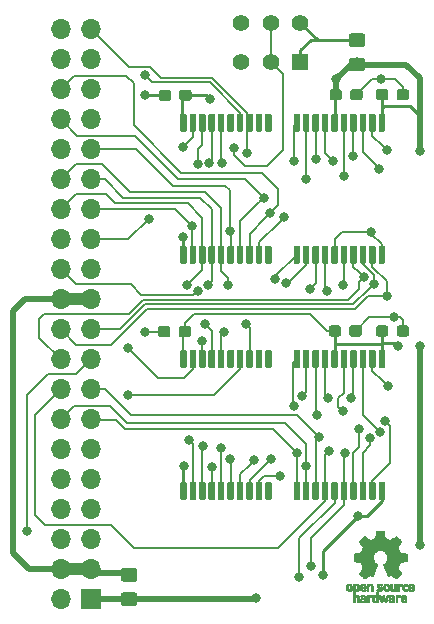
<source format=gbr>
G04 #@! TF.GenerationSoftware,KiCad,Pcbnew,(5.1.4)-1*
G04 #@! TF.CreationDate,2019-12-18T13:49:35-05:00*
G04 #@! TF.ProjectId,a500plus-chipram-expansion,61353030-706c-4757-932d-636869707261,rev?*
G04 #@! TF.SameCoordinates,Original*
G04 #@! TF.FileFunction,Copper,L1,Top*
G04 #@! TF.FilePolarity,Positive*
%FSLAX46Y46*%
G04 Gerber Fmt 4.6, Leading zero omitted, Abs format (unit mm)*
G04 Created by KiCad (PCBNEW (5.1.4)-1) date 2019-12-18 13:49:35*
%MOMM*%
%LPD*%
G04 APERTURE LIST*
%ADD10C,0.010000*%
%ADD11C,0.100000*%
%ADD12C,1.150000*%
%ADD13C,1.400000*%
%ADD14R,1.400000X1.400000*%
%ADD15R,1.700000X1.700000*%
%ADD16O,1.700000X1.700000*%
%ADD17C,0.950000*%
%ADD18C,0.550000*%
%ADD19C,0.800000*%
%ADD20C,0.200000*%
%ADD21C,1.000000*%
%ADD22C,0.500000*%
%ADD23C,0.250000*%
G04 APERTURE END LIST*
D10*
G36*
X105626964Y-77790018D02*
G01*
X105683812Y-78091570D01*
X106103338Y-78264512D01*
X106354984Y-78093395D01*
X106425458Y-78045750D01*
X106489163Y-78003210D01*
X106543126Y-77967715D01*
X106584373Y-77941210D01*
X106609934Y-77925636D01*
X106616895Y-77922278D01*
X106629435Y-77930914D01*
X106656231Y-77954792D01*
X106694280Y-77990859D01*
X106740579Y-78036067D01*
X106792123Y-78087364D01*
X106845909Y-78141701D01*
X106898935Y-78196028D01*
X106948195Y-78247295D01*
X106990687Y-78292451D01*
X107023407Y-78328446D01*
X107043351Y-78352230D01*
X107048119Y-78360190D01*
X107041257Y-78374865D01*
X107022020Y-78407014D01*
X106992430Y-78453492D01*
X106954510Y-78511156D01*
X106910282Y-78576860D01*
X106884654Y-78614336D01*
X106837941Y-78682768D01*
X106796432Y-78744520D01*
X106762140Y-78796519D01*
X106737080Y-78835692D01*
X106723264Y-78858965D01*
X106721188Y-78863855D01*
X106725895Y-78877755D01*
X106738723Y-78910150D01*
X106757738Y-78956485D01*
X106781003Y-79012206D01*
X106806584Y-79072758D01*
X106832545Y-79133586D01*
X106856950Y-79190136D01*
X106877863Y-79237852D01*
X106893349Y-79272181D01*
X106901472Y-79288568D01*
X106901952Y-79289212D01*
X106914707Y-79292341D01*
X106948677Y-79299321D01*
X107000340Y-79309467D01*
X107066176Y-79322092D01*
X107142664Y-79336509D01*
X107187290Y-79344823D01*
X107269021Y-79360384D01*
X107342843Y-79375192D01*
X107405021Y-79388436D01*
X107451822Y-79399305D01*
X107479509Y-79406989D01*
X107485074Y-79409427D01*
X107490526Y-79425930D01*
X107494924Y-79463200D01*
X107498272Y-79516880D01*
X107500574Y-79582612D01*
X107501832Y-79656037D01*
X107502048Y-79732796D01*
X107501227Y-79808532D01*
X107499371Y-79878886D01*
X107496482Y-79939500D01*
X107492565Y-79986016D01*
X107487622Y-80014075D01*
X107484657Y-80019916D01*
X107466934Y-80026917D01*
X107429381Y-80036927D01*
X107376964Y-80048769D01*
X107314652Y-80061267D01*
X107292900Y-80065310D01*
X107188024Y-80084520D01*
X107105180Y-80099991D01*
X107041630Y-80112337D01*
X106994637Y-80122173D01*
X106961463Y-80130114D01*
X106939371Y-80136776D01*
X106925624Y-80142773D01*
X106917484Y-80148719D01*
X106916345Y-80149894D01*
X106904977Y-80168826D01*
X106887635Y-80205669D01*
X106866050Y-80255913D01*
X106841954Y-80315046D01*
X106817079Y-80378556D01*
X106793157Y-80441932D01*
X106771919Y-80500662D01*
X106755097Y-80550235D01*
X106744422Y-80586139D01*
X106741627Y-80603862D01*
X106741860Y-80604483D01*
X106751331Y-80618970D01*
X106772818Y-80650844D01*
X106804063Y-80696789D01*
X106842807Y-80753485D01*
X106886793Y-80817617D01*
X106899319Y-80835842D01*
X106943984Y-80901914D01*
X106983288Y-80962200D01*
X107015088Y-81013235D01*
X107037245Y-81051560D01*
X107047617Y-81073711D01*
X107048119Y-81076432D01*
X107039405Y-81090736D01*
X107015325Y-81119072D01*
X106978976Y-81158396D01*
X106933453Y-81205661D01*
X106881852Y-81257823D01*
X106827267Y-81311835D01*
X106772794Y-81364653D01*
X106721529Y-81413231D01*
X106676567Y-81454523D01*
X106641004Y-81485485D01*
X106617935Y-81503070D01*
X106611554Y-81505941D01*
X106596699Y-81499178D01*
X106566286Y-81480939D01*
X106525268Y-81454297D01*
X106493709Y-81432852D01*
X106436525Y-81393503D01*
X106368806Y-81347171D01*
X106300880Y-81300913D01*
X106264361Y-81276155D01*
X106140752Y-81192547D01*
X106036991Y-81248650D01*
X105989720Y-81273228D01*
X105949523Y-81292331D01*
X105922326Y-81303227D01*
X105915402Y-81304743D01*
X105907077Y-81293549D01*
X105890654Y-81261917D01*
X105867357Y-81212765D01*
X105838414Y-81149010D01*
X105805050Y-81073571D01*
X105768491Y-80989364D01*
X105729964Y-80899308D01*
X105690694Y-80806321D01*
X105651908Y-80713320D01*
X105614830Y-80623223D01*
X105580689Y-80538948D01*
X105550708Y-80463413D01*
X105526116Y-80399534D01*
X105508136Y-80350231D01*
X105497997Y-80318421D01*
X105496366Y-80307496D01*
X105509291Y-80293561D01*
X105537589Y-80270940D01*
X105575346Y-80244333D01*
X105578515Y-80242228D01*
X105676100Y-80164114D01*
X105754786Y-80072982D01*
X105813891Y-79971745D01*
X105852732Y-79863318D01*
X105870628Y-79750614D01*
X105866897Y-79636548D01*
X105840857Y-79524034D01*
X105791825Y-79415985D01*
X105777400Y-79392345D01*
X105702369Y-79296887D01*
X105613730Y-79220232D01*
X105514549Y-79162780D01*
X105407895Y-79124929D01*
X105296836Y-79107078D01*
X105184439Y-79109625D01*
X105073773Y-79132970D01*
X104967906Y-79177510D01*
X104869905Y-79243645D01*
X104839590Y-79270487D01*
X104762438Y-79354512D01*
X104706218Y-79442966D01*
X104667653Y-79542115D01*
X104646174Y-79640303D01*
X104640872Y-79750697D01*
X104658552Y-79861640D01*
X104697419Y-79969381D01*
X104755677Y-80070169D01*
X104831531Y-80160256D01*
X104923183Y-80235892D01*
X104935228Y-80243864D01*
X104973389Y-80269974D01*
X105002399Y-80292595D01*
X105016268Y-80307039D01*
X105016469Y-80307496D01*
X105013492Y-80323121D01*
X105001689Y-80358582D01*
X104982286Y-80410962D01*
X104956512Y-80477345D01*
X104925591Y-80554814D01*
X104890751Y-80640450D01*
X104853217Y-80731337D01*
X104814217Y-80824559D01*
X104774977Y-80917197D01*
X104736724Y-81006335D01*
X104700683Y-81089055D01*
X104668083Y-81162441D01*
X104640148Y-81223575D01*
X104618105Y-81269541D01*
X104603182Y-81297421D01*
X104597172Y-81304743D01*
X104578809Y-81299041D01*
X104544448Y-81283749D01*
X104500016Y-81261599D01*
X104475583Y-81248650D01*
X104371822Y-81192547D01*
X104248213Y-81276155D01*
X104185114Y-81318987D01*
X104116030Y-81366122D01*
X104051293Y-81410503D01*
X104018866Y-81432852D01*
X103973259Y-81463477D01*
X103934640Y-81487747D01*
X103908048Y-81502587D01*
X103899410Y-81505724D01*
X103886839Y-81497261D01*
X103859016Y-81473636D01*
X103818639Y-81437302D01*
X103768405Y-81390711D01*
X103711012Y-81336317D01*
X103674714Y-81301392D01*
X103611210Y-81238996D01*
X103556327Y-81183188D01*
X103512286Y-81136354D01*
X103481305Y-81100882D01*
X103465602Y-81079161D01*
X103464095Y-81074752D01*
X103471086Y-81057985D01*
X103490406Y-81024082D01*
X103519909Y-80976476D01*
X103557455Y-80918599D01*
X103600900Y-80853884D01*
X103613255Y-80835842D01*
X103658273Y-80770267D01*
X103698660Y-80711228D01*
X103732160Y-80662042D01*
X103756514Y-80626028D01*
X103769464Y-80606502D01*
X103770715Y-80604483D01*
X103768844Y-80588922D01*
X103758913Y-80554709D01*
X103742653Y-80506355D01*
X103721795Y-80448371D01*
X103698073Y-80385270D01*
X103673216Y-80321563D01*
X103648958Y-80261761D01*
X103627029Y-80210376D01*
X103609162Y-80171919D01*
X103597087Y-80150902D01*
X103596229Y-80149894D01*
X103588846Y-80143888D01*
X103576375Y-80137948D01*
X103556080Y-80131460D01*
X103525222Y-80123809D01*
X103481066Y-80114380D01*
X103420874Y-80102559D01*
X103341907Y-80087729D01*
X103241430Y-80069277D01*
X103219675Y-80065310D01*
X103155198Y-80052853D01*
X103098989Y-80040666D01*
X103056013Y-80029926D01*
X103031240Y-80021809D01*
X103027918Y-80019916D01*
X103022444Y-80003138D01*
X103017994Y-79965645D01*
X103014572Y-79911794D01*
X103012181Y-79845944D01*
X103010823Y-79772453D01*
X103010501Y-79695680D01*
X103011219Y-79619983D01*
X103012979Y-79549720D01*
X103015784Y-79489250D01*
X103019638Y-79442930D01*
X103024543Y-79415119D01*
X103027500Y-79409427D01*
X103043963Y-79403686D01*
X103081449Y-79394345D01*
X103136225Y-79382215D01*
X103204555Y-79368107D01*
X103282706Y-79352830D01*
X103325284Y-79344823D01*
X103406071Y-79329721D01*
X103478113Y-79316040D01*
X103537889Y-79304467D01*
X103581879Y-79295687D01*
X103606561Y-79290387D01*
X103610623Y-79289212D01*
X103617489Y-79275965D01*
X103632002Y-79244057D01*
X103652229Y-79198047D01*
X103676234Y-79142492D01*
X103702082Y-79081953D01*
X103727840Y-79020986D01*
X103751573Y-78964151D01*
X103771346Y-78916006D01*
X103785224Y-78881110D01*
X103791274Y-78864021D01*
X103791386Y-78863274D01*
X103784528Y-78849793D01*
X103765302Y-78818770D01*
X103735728Y-78773289D01*
X103697827Y-78716432D01*
X103653620Y-78651283D01*
X103627921Y-78613862D01*
X103581093Y-78545247D01*
X103539501Y-78482952D01*
X103505175Y-78430129D01*
X103480143Y-78389927D01*
X103466435Y-78365500D01*
X103464456Y-78360024D01*
X103472966Y-78347278D01*
X103496493Y-78320063D01*
X103532032Y-78281428D01*
X103576577Y-78234423D01*
X103627123Y-78182095D01*
X103680664Y-78127495D01*
X103734195Y-78073670D01*
X103784711Y-78023670D01*
X103829206Y-77980543D01*
X103864675Y-77947339D01*
X103888113Y-77927106D01*
X103895954Y-77922278D01*
X103908720Y-77929067D01*
X103939256Y-77948142D01*
X103984590Y-77977561D01*
X104041756Y-78015381D01*
X104107784Y-78059661D01*
X104157590Y-78093395D01*
X104409236Y-78264512D01*
X104618999Y-78178041D01*
X104828763Y-78091570D01*
X104885611Y-77790018D01*
X104942460Y-77488466D01*
X105570115Y-77488466D01*
X105626964Y-77790018D01*
X105626964Y-77790018D01*
G37*
X105626964Y-77790018D02*
X105683812Y-78091570D01*
X106103338Y-78264512D01*
X106354984Y-78093395D01*
X106425458Y-78045750D01*
X106489163Y-78003210D01*
X106543126Y-77967715D01*
X106584373Y-77941210D01*
X106609934Y-77925636D01*
X106616895Y-77922278D01*
X106629435Y-77930914D01*
X106656231Y-77954792D01*
X106694280Y-77990859D01*
X106740579Y-78036067D01*
X106792123Y-78087364D01*
X106845909Y-78141701D01*
X106898935Y-78196028D01*
X106948195Y-78247295D01*
X106990687Y-78292451D01*
X107023407Y-78328446D01*
X107043351Y-78352230D01*
X107048119Y-78360190D01*
X107041257Y-78374865D01*
X107022020Y-78407014D01*
X106992430Y-78453492D01*
X106954510Y-78511156D01*
X106910282Y-78576860D01*
X106884654Y-78614336D01*
X106837941Y-78682768D01*
X106796432Y-78744520D01*
X106762140Y-78796519D01*
X106737080Y-78835692D01*
X106723264Y-78858965D01*
X106721188Y-78863855D01*
X106725895Y-78877755D01*
X106738723Y-78910150D01*
X106757738Y-78956485D01*
X106781003Y-79012206D01*
X106806584Y-79072758D01*
X106832545Y-79133586D01*
X106856950Y-79190136D01*
X106877863Y-79237852D01*
X106893349Y-79272181D01*
X106901472Y-79288568D01*
X106901952Y-79289212D01*
X106914707Y-79292341D01*
X106948677Y-79299321D01*
X107000340Y-79309467D01*
X107066176Y-79322092D01*
X107142664Y-79336509D01*
X107187290Y-79344823D01*
X107269021Y-79360384D01*
X107342843Y-79375192D01*
X107405021Y-79388436D01*
X107451822Y-79399305D01*
X107479509Y-79406989D01*
X107485074Y-79409427D01*
X107490526Y-79425930D01*
X107494924Y-79463200D01*
X107498272Y-79516880D01*
X107500574Y-79582612D01*
X107501832Y-79656037D01*
X107502048Y-79732796D01*
X107501227Y-79808532D01*
X107499371Y-79878886D01*
X107496482Y-79939500D01*
X107492565Y-79986016D01*
X107487622Y-80014075D01*
X107484657Y-80019916D01*
X107466934Y-80026917D01*
X107429381Y-80036927D01*
X107376964Y-80048769D01*
X107314652Y-80061267D01*
X107292900Y-80065310D01*
X107188024Y-80084520D01*
X107105180Y-80099991D01*
X107041630Y-80112337D01*
X106994637Y-80122173D01*
X106961463Y-80130114D01*
X106939371Y-80136776D01*
X106925624Y-80142773D01*
X106917484Y-80148719D01*
X106916345Y-80149894D01*
X106904977Y-80168826D01*
X106887635Y-80205669D01*
X106866050Y-80255913D01*
X106841954Y-80315046D01*
X106817079Y-80378556D01*
X106793157Y-80441932D01*
X106771919Y-80500662D01*
X106755097Y-80550235D01*
X106744422Y-80586139D01*
X106741627Y-80603862D01*
X106741860Y-80604483D01*
X106751331Y-80618970D01*
X106772818Y-80650844D01*
X106804063Y-80696789D01*
X106842807Y-80753485D01*
X106886793Y-80817617D01*
X106899319Y-80835842D01*
X106943984Y-80901914D01*
X106983288Y-80962200D01*
X107015088Y-81013235D01*
X107037245Y-81051560D01*
X107047617Y-81073711D01*
X107048119Y-81076432D01*
X107039405Y-81090736D01*
X107015325Y-81119072D01*
X106978976Y-81158396D01*
X106933453Y-81205661D01*
X106881852Y-81257823D01*
X106827267Y-81311835D01*
X106772794Y-81364653D01*
X106721529Y-81413231D01*
X106676567Y-81454523D01*
X106641004Y-81485485D01*
X106617935Y-81503070D01*
X106611554Y-81505941D01*
X106596699Y-81499178D01*
X106566286Y-81480939D01*
X106525268Y-81454297D01*
X106493709Y-81432852D01*
X106436525Y-81393503D01*
X106368806Y-81347171D01*
X106300880Y-81300913D01*
X106264361Y-81276155D01*
X106140752Y-81192547D01*
X106036991Y-81248650D01*
X105989720Y-81273228D01*
X105949523Y-81292331D01*
X105922326Y-81303227D01*
X105915402Y-81304743D01*
X105907077Y-81293549D01*
X105890654Y-81261917D01*
X105867357Y-81212765D01*
X105838414Y-81149010D01*
X105805050Y-81073571D01*
X105768491Y-80989364D01*
X105729964Y-80899308D01*
X105690694Y-80806321D01*
X105651908Y-80713320D01*
X105614830Y-80623223D01*
X105580689Y-80538948D01*
X105550708Y-80463413D01*
X105526116Y-80399534D01*
X105508136Y-80350231D01*
X105497997Y-80318421D01*
X105496366Y-80307496D01*
X105509291Y-80293561D01*
X105537589Y-80270940D01*
X105575346Y-80244333D01*
X105578515Y-80242228D01*
X105676100Y-80164114D01*
X105754786Y-80072982D01*
X105813891Y-79971745D01*
X105852732Y-79863318D01*
X105870628Y-79750614D01*
X105866897Y-79636548D01*
X105840857Y-79524034D01*
X105791825Y-79415985D01*
X105777400Y-79392345D01*
X105702369Y-79296887D01*
X105613730Y-79220232D01*
X105514549Y-79162780D01*
X105407895Y-79124929D01*
X105296836Y-79107078D01*
X105184439Y-79109625D01*
X105073773Y-79132970D01*
X104967906Y-79177510D01*
X104869905Y-79243645D01*
X104839590Y-79270487D01*
X104762438Y-79354512D01*
X104706218Y-79442966D01*
X104667653Y-79542115D01*
X104646174Y-79640303D01*
X104640872Y-79750697D01*
X104658552Y-79861640D01*
X104697419Y-79969381D01*
X104755677Y-80070169D01*
X104831531Y-80160256D01*
X104923183Y-80235892D01*
X104935228Y-80243864D01*
X104973389Y-80269974D01*
X105002399Y-80292595D01*
X105016268Y-80307039D01*
X105016469Y-80307496D01*
X105013492Y-80323121D01*
X105001689Y-80358582D01*
X104982286Y-80410962D01*
X104956512Y-80477345D01*
X104925591Y-80554814D01*
X104890751Y-80640450D01*
X104853217Y-80731337D01*
X104814217Y-80824559D01*
X104774977Y-80917197D01*
X104736724Y-81006335D01*
X104700683Y-81089055D01*
X104668083Y-81162441D01*
X104640148Y-81223575D01*
X104618105Y-81269541D01*
X104603182Y-81297421D01*
X104597172Y-81304743D01*
X104578809Y-81299041D01*
X104544448Y-81283749D01*
X104500016Y-81261599D01*
X104475583Y-81248650D01*
X104371822Y-81192547D01*
X104248213Y-81276155D01*
X104185114Y-81318987D01*
X104116030Y-81366122D01*
X104051293Y-81410503D01*
X104018866Y-81432852D01*
X103973259Y-81463477D01*
X103934640Y-81487747D01*
X103908048Y-81502587D01*
X103899410Y-81505724D01*
X103886839Y-81497261D01*
X103859016Y-81473636D01*
X103818639Y-81437302D01*
X103768405Y-81390711D01*
X103711012Y-81336317D01*
X103674714Y-81301392D01*
X103611210Y-81238996D01*
X103556327Y-81183188D01*
X103512286Y-81136354D01*
X103481305Y-81100882D01*
X103465602Y-81079161D01*
X103464095Y-81074752D01*
X103471086Y-81057985D01*
X103490406Y-81024082D01*
X103519909Y-80976476D01*
X103557455Y-80918599D01*
X103600900Y-80853884D01*
X103613255Y-80835842D01*
X103658273Y-80770267D01*
X103698660Y-80711228D01*
X103732160Y-80662042D01*
X103756514Y-80626028D01*
X103769464Y-80606502D01*
X103770715Y-80604483D01*
X103768844Y-80588922D01*
X103758913Y-80554709D01*
X103742653Y-80506355D01*
X103721795Y-80448371D01*
X103698073Y-80385270D01*
X103673216Y-80321563D01*
X103648958Y-80261761D01*
X103627029Y-80210376D01*
X103609162Y-80171919D01*
X103597087Y-80150902D01*
X103596229Y-80149894D01*
X103588846Y-80143888D01*
X103576375Y-80137948D01*
X103556080Y-80131460D01*
X103525222Y-80123809D01*
X103481066Y-80114380D01*
X103420874Y-80102559D01*
X103341907Y-80087729D01*
X103241430Y-80069277D01*
X103219675Y-80065310D01*
X103155198Y-80052853D01*
X103098989Y-80040666D01*
X103056013Y-80029926D01*
X103031240Y-80021809D01*
X103027918Y-80019916D01*
X103022444Y-80003138D01*
X103017994Y-79965645D01*
X103014572Y-79911794D01*
X103012181Y-79845944D01*
X103010823Y-79772453D01*
X103010501Y-79695680D01*
X103011219Y-79619983D01*
X103012979Y-79549720D01*
X103015784Y-79489250D01*
X103019638Y-79442930D01*
X103024543Y-79415119D01*
X103027500Y-79409427D01*
X103043963Y-79403686D01*
X103081449Y-79394345D01*
X103136225Y-79382215D01*
X103204555Y-79368107D01*
X103282706Y-79352830D01*
X103325284Y-79344823D01*
X103406071Y-79329721D01*
X103478113Y-79316040D01*
X103537889Y-79304467D01*
X103581879Y-79295687D01*
X103606561Y-79290387D01*
X103610623Y-79289212D01*
X103617489Y-79275965D01*
X103632002Y-79244057D01*
X103652229Y-79198047D01*
X103676234Y-79142492D01*
X103702082Y-79081953D01*
X103727840Y-79020986D01*
X103751573Y-78964151D01*
X103771346Y-78916006D01*
X103785224Y-78881110D01*
X103791274Y-78864021D01*
X103791386Y-78863274D01*
X103784528Y-78849793D01*
X103765302Y-78818770D01*
X103735728Y-78773289D01*
X103697827Y-78716432D01*
X103653620Y-78651283D01*
X103627921Y-78613862D01*
X103581093Y-78545247D01*
X103539501Y-78482952D01*
X103505175Y-78430129D01*
X103480143Y-78389927D01*
X103466435Y-78365500D01*
X103464456Y-78360024D01*
X103472966Y-78347278D01*
X103496493Y-78320063D01*
X103532032Y-78281428D01*
X103576577Y-78234423D01*
X103627123Y-78182095D01*
X103680664Y-78127495D01*
X103734195Y-78073670D01*
X103784711Y-78023670D01*
X103829206Y-77980543D01*
X103864675Y-77947339D01*
X103888113Y-77927106D01*
X103895954Y-77922278D01*
X103908720Y-77929067D01*
X103939256Y-77948142D01*
X103984590Y-77977561D01*
X104041756Y-78015381D01*
X104107784Y-78059661D01*
X104157590Y-78093395D01*
X104409236Y-78264512D01*
X104618999Y-78178041D01*
X104828763Y-78091570D01*
X104885611Y-77790018D01*
X104942460Y-77488466D01*
X105570115Y-77488466D01*
X105626964Y-77790018D01*
G36*
X107049460Y-81958030D02*
G01*
X107092711Y-81971245D01*
X107120558Y-81987941D01*
X107129629Y-82001145D01*
X107127132Y-82016797D01*
X107110931Y-82041385D01*
X107097232Y-82058800D01*
X107068992Y-82090283D01*
X107047775Y-82103529D01*
X107029688Y-82102664D01*
X106976035Y-82089010D01*
X106936630Y-82089630D01*
X106904632Y-82105104D01*
X106893890Y-82114161D01*
X106859505Y-82146027D01*
X106859505Y-82562179D01*
X106721188Y-82562179D01*
X106721188Y-81958614D01*
X106790347Y-81958614D01*
X106831869Y-81960256D01*
X106853291Y-81966087D01*
X106859502Y-81977461D01*
X106859505Y-81977798D01*
X106862439Y-81989713D01*
X106875704Y-81988159D01*
X106894084Y-81979563D01*
X106932046Y-81963568D01*
X106962872Y-81953945D01*
X107002536Y-81951478D01*
X107049460Y-81958030D01*
X107049460Y-81958030D01*
G37*
X107049460Y-81958030D02*
X107092711Y-81971245D01*
X107120558Y-81987941D01*
X107129629Y-82001145D01*
X107127132Y-82016797D01*
X107110931Y-82041385D01*
X107097232Y-82058800D01*
X107068992Y-82090283D01*
X107047775Y-82103529D01*
X107029688Y-82102664D01*
X106976035Y-82089010D01*
X106936630Y-82089630D01*
X106904632Y-82105104D01*
X106893890Y-82114161D01*
X106859505Y-82146027D01*
X106859505Y-82562179D01*
X106721188Y-82562179D01*
X106721188Y-81958614D01*
X106790347Y-81958614D01*
X106831869Y-81960256D01*
X106853291Y-81966087D01*
X106859502Y-81977461D01*
X106859505Y-81977798D01*
X106862439Y-81989713D01*
X106875704Y-81988159D01*
X106894084Y-81979563D01*
X106932046Y-81963568D01*
X106962872Y-81953945D01*
X107002536Y-81951478D01*
X107049460Y-81958030D01*
G36*
X104495988Y-81969002D02*
G01*
X104527283Y-81983950D01*
X104557591Y-82005541D01*
X104580682Y-82030391D01*
X104597500Y-82062087D01*
X104608994Y-82104214D01*
X104616109Y-82160358D01*
X104619793Y-82234106D01*
X104620992Y-82329044D01*
X104621011Y-82338985D01*
X104621287Y-82562179D01*
X104482970Y-82562179D01*
X104482970Y-82356418D01*
X104482872Y-82280189D01*
X104482191Y-82224939D01*
X104480349Y-82186501D01*
X104476767Y-82160706D01*
X104470868Y-82143384D01*
X104462073Y-82130368D01*
X104449820Y-82117507D01*
X104406953Y-82089873D01*
X104360157Y-82084745D01*
X104315576Y-82102217D01*
X104300072Y-82115221D01*
X104288690Y-82127447D01*
X104280519Y-82140540D01*
X104275026Y-82158615D01*
X104271680Y-82185787D01*
X104269949Y-82226170D01*
X104269303Y-82283879D01*
X104269208Y-82354132D01*
X104269208Y-82562179D01*
X104130891Y-82562179D01*
X104130891Y-81958614D01*
X104200050Y-81958614D01*
X104241572Y-81960256D01*
X104262994Y-81966087D01*
X104269205Y-81977461D01*
X104269208Y-81977798D01*
X104272090Y-81988938D01*
X104284801Y-81987674D01*
X104310074Y-81975434D01*
X104367395Y-81957424D01*
X104432963Y-81955421D01*
X104495988Y-81969002D01*
X104495988Y-81969002D01*
G37*
X104495988Y-81969002D02*
X104527283Y-81983950D01*
X104557591Y-82005541D01*
X104580682Y-82030391D01*
X104597500Y-82062087D01*
X104608994Y-82104214D01*
X104616109Y-82160358D01*
X104619793Y-82234106D01*
X104620992Y-82329044D01*
X104621011Y-82338985D01*
X104621287Y-82562179D01*
X104482970Y-82562179D01*
X104482970Y-82356418D01*
X104482872Y-82280189D01*
X104482191Y-82224939D01*
X104480349Y-82186501D01*
X104476767Y-82160706D01*
X104470868Y-82143384D01*
X104462073Y-82130368D01*
X104449820Y-82117507D01*
X104406953Y-82089873D01*
X104360157Y-82084745D01*
X104315576Y-82102217D01*
X104300072Y-82115221D01*
X104288690Y-82127447D01*
X104280519Y-82140540D01*
X104275026Y-82158615D01*
X104271680Y-82185787D01*
X104269949Y-82226170D01*
X104269303Y-82283879D01*
X104269208Y-82354132D01*
X104269208Y-82562179D01*
X104130891Y-82562179D01*
X104130891Y-81958614D01*
X104200050Y-81958614D01*
X104241572Y-81960256D01*
X104262994Y-81966087D01*
X104269205Y-81977461D01*
X104269208Y-81977798D01*
X104272090Y-81988938D01*
X104284801Y-81987674D01*
X104310074Y-81975434D01*
X104367395Y-81957424D01*
X104432963Y-81955421D01*
X104495988Y-81969002D01*
G36*
X107927898Y-81956457D02*
G01*
X107960096Y-81964279D01*
X108021825Y-81992921D01*
X108074610Y-82036667D01*
X108111141Y-82089117D01*
X108116160Y-82100893D01*
X108123045Y-82131740D01*
X108127864Y-82177371D01*
X108129505Y-82223492D01*
X108129505Y-82310693D01*
X107947178Y-82310693D01*
X107871979Y-82310978D01*
X107819003Y-82312704D01*
X107785325Y-82317181D01*
X107768020Y-82325720D01*
X107764163Y-82339630D01*
X107770829Y-82360222D01*
X107782770Y-82384315D01*
X107816080Y-82424525D01*
X107862368Y-82444558D01*
X107918944Y-82443905D01*
X107983031Y-82422101D01*
X108038417Y-82395193D01*
X108084375Y-82431532D01*
X108130333Y-82467872D01*
X108087096Y-82507819D01*
X108029374Y-82545563D01*
X107958386Y-82568320D01*
X107882029Y-82574688D01*
X107808199Y-82563268D01*
X107796287Y-82559393D01*
X107731399Y-82525506D01*
X107683130Y-82474986D01*
X107650465Y-82406325D01*
X107632385Y-82318014D01*
X107632175Y-82316121D01*
X107630556Y-82219878D01*
X107637100Y-82185542D01*
X107764852Y-82185542D01*
X107776584Y-82190822D01*
X107808438Y-82194867D01*
X107855397Y-82197176D01*
X107885154Y-82197525D01*
X107940648Y-82197306D01*
X107975346Y-82195916D01*
X107993601Y-82192251D01*
X107999766Y-82185210D01*
X107998195Y-82173690D01*
X107996878Y-82169233D01*
X107974382Y-82127355D01*
X107939003Y-82093604D01*
X107907780Y-82078773D01*
X107866301Y-82079668D01*
X107824269Y-82098164D01*
X107789012Y-82128786D01*
X107767854Y-82166062D01*
X107764852Y-82185542D01*
X107637100Y-82185542D01*
X107646690Y-82135229D01*
X107678698Y-82064191D01*
X107724701Y-82008779D01*
X107782821Y-81971009D01*
X107851180Y-81952896D01*
X107927898Y-81956457D01*
X107927898Y-81956457D01*
G37*
X107927898Y-81956457D02*
X107960096Y-81964279D01*
X108021825Y-81992921D01*
X108074610Y-82036667D01*
X108111141Y-82089117D01*
X108116160Y-82100893D01*
X108123045Y-82131740D01*
X108127864Y-82177371D01*
X108129505Y-82223492D01*
X108129505Y-82310693D01*
X107947178Y-82310693D01*
X107871979Y-82310978D01*
X107819003Y-82312704D01*
X107785325Y-82317181D01*
X107768020Y-82325720D01*
X107764163Y-82339630D01*
X107770829Y-82360222D01*
X107782770Y-82384315D01*
X107816080Y-82424525D01*
X107862368Y-82444558D01*
X107918944Y-82443905D01*
X107983031Y-82422101D01*
X108038417Y-82395193D01*
X108084375Y-82431532D01*
X108130333Y-82467872D01*
X108087096Y-82507819D01*
X108029374Y-82545563D01*
X107958386Y-82568320D01*
X107882029Y-82574688D01*
X107808199Y-82563268D01*
X107796287Y-82559393D01*
X107731399Y-82525506D01*
X107683130Y-82474986D01*
X107650465Y-82406325D01*
X107632385Y-82318014D01*
X107632175Y-82316121D01*
X107630556Y-82219878D01*
X107637100Y-82185542D01*
X107764852Y-82185542D01*
X107776584Y-82190822D01*
X107808438Y-82194867D01*
X107855397Y-82197176D01*
X107885154Y-82197525D01*
X107940648Y-82197306D01*
X107975346Y-82195916D01*
X107993601Y-82192251D01*
X107999766Y-82185210D01*
X107998195Y-82173690D01*
X107996878Y-82169233D01*
X107974382Y-82127355D01*
X107939003Y-82093604D01*
X107907780Y-82078773D01*
X107866301Y-82079668D01*
X107824269Y-82098164D01*
X107789012Y-82128786D01*
X107767854Y-82166062D01*
X107764852Y-82185542D01*
X107637100Y-82185542D01*
X107646690Y-82135229D01*
X107678698Y-82064191D01*
X107724701Y-82008779D01*
X107782821Y-81971009D01*
X107851180Y-81952896D01*
X107927898Y-81956457D01*
G36*
X107467226Y-81963880D02*
G01*
X107540080Y-81994830D01*
X107563027Y-82009895D01*
X107592354Y-82033048D01*
X107610764Y-82051253D01*
X107613961Y-82057183D01*
X107604935Y-82070340D01*
X107581837Y-82092667D01*
X107563344Y-82108250D01*
X107512728Y-82148926D01*
X107472760Y-82115295D01*
X107441874Y-82093584D01*
X107411759Y-82086090D01*
X107377292Y-82087920D01*
X107322561Y-82101528D01*
X107284886Y-82129772D01*
X107261991Y-82175433D01*
X107251597Y-82241289D01*
X107251595Y-82241331D01*
X107252494Y-82314939D01*
X107266463Y-82368946D01*
X107294328Y-82405716D01*
X107313325Y-82418168D01*
X107363776Y-82433673D01*
X107417663Y-82433683D01*
X107464546Y-82418638D01*
X107475644Y-82411287D01*
X107503476Y-82392511D01*
X107525236Y-82389434D01*
X107548704Y-82403409D01*
X107574649Y-82428510D01*
X107615716Y-82470880D01*
X107570121Y-82508464D01*
X107499674Y-82550882D01*
X107420233Y-82571785D01*
X107337215Y-82570272D01*
X107282694Y-82556411D01*
X107218970Y-82522135D01*
X107168005Y-82468212D01*
X107144851Y-82430149D01*
X107126099Y-82375536D01*
X107116715Y-82306369D01*
X107116643Y-82231407D01*
X107125824Y-82159409D01*
X107144199Y-82099137D01*
X107147093Y-82092958D01*
X107189952Y-82032351D01*
X107247979Y-81988224D01*
X107316591Y-81961493D01*
X107391201Y-81953073D01*
X107467226Y-81963880D01*
X107467226Y-81963880D01*
G37*
X107467226Y-81963880D02*
X107540080Y-81994830D01*
X107563027Y-82009895D01*
X107592354Y-82033048D01*
X107610764Y-82051253D01*
X107613961Y-82057183D01*
X107604935Y-82070340D01*
X107581837Y-82092667D01*
X107563344Y-82108250D01*
X107512728Y-82148926D01*
X107472760Y-82115295D01*
X107441874Y-82093584D01*
X107411759Y-82086090D01*
X107377292Y-82087920D01*
X107322561Y-82101528D01*
X107284886Y-82129772D01*
X107261991Y-82175433D01*
X107251597Y-82241289D01*
X107251595Y-82241331D01*
X107252494Y-82314939D01*
X107266463Y-82368946D01*
X107294328Y-82405716D01*
X107313325Y-82418168D01*
X107363776Y-82433673D01*
X107417663Y-82433683D01*
X107464546Y-82418638D01*
X107475644Y-82411287D01*
X107503476Y-82392511D01*
X107525236Y-82389434D01*
X107548704Y-82403409D01*
X107574649Y-82428510D01*
X107615716Y-82470880D01*
X107570121Y-82508464D01*
X107499674Y-82550882D01*
X107420233Y-82571785D01*
X107337215Y-82570272D01*
X107282694Y-82556411D01*
X107218970Y-82522135D01*
X107168005Y-82468212D01*
X107144851Y-82430149D01*
X107126099Y-82375536D01*
X107116715Y-82306369D01*
X107116643Y-82231407D01*
X107125824Y-82159409D01*
X107144199Y-82099137D01*
X107147093Y-82092958D01*
X107189952Y-82032351D01*
X107247979Y-81988224D01*
X107316591Y-81961493D01*
X107391201Y-81953073D01*
X107467226Y-81963880D01*
G36*
X106243367Y-82154342D02*
G01*
X106244555Y-82246563D01*
X106248897Y-82316610D01*
X106257558Y-82367381D01*
X106271704Y-82401772D01*
X106292500Y-82422679D01*
X106321110Y-82433000D01*
X106356535Y-82435636D01*
X106393636Y-82432682D01*
X106421818Y-82421889D01*
X106442243Y-82400360D01*
X106456079Y-82365199D01*
X106464491Y-82313510D01*
X106468643Y-82242394D01*
X106469703Y-82154342D01*
X106469703Y-81958614D01*
X106608020Y-81958614D01*
X106608020Y-82562179D01*
X106538862Y-82562179D01*
X106497170Y-82560489D01*
X106475701Y-82554556D01*
X106469703Y-82543293D01*
X106466091Y-82533261D01*
X106451714Y-82535383D01*
X106422736Y-82549580D01*
X106356319Y-82571480D01*
X106285875Y-82569928D01*
X106218377Y-82546147D01*
X106186233Y-82527362D01*
X106161715Y-82507022D01*
X106143804Y-82481573D01*
X106131479Y-82447458D01*
X106123723Y-82401121D01*
X106119516Y-82339007D01*
X106117840Y-82257561D01*
X106117624Y-82194578D01*
X106117624Y-81958614D01*
X106243367Y-81958614D01*
X106243367Y-82154342D01*
X106243367Y-82154342D01*
G37*
X106243367Y-82154342D02*
X106244555Y-82246563D01*
X106248897Y-82316610D01*
X106257558Y-82367381D01*
X106271704Y-82401772D01*
X106292500Y-82422679D01*
X106321110Y-82433000D01*
X106356535Y-82435636D01*
X106393636Y-82432682D01*
X106421818Y-82421889D01*
X106442243Y-82400360D01*
X106456079Y-82365199D01*
X106464491Y-82313510D01*
X106468643Y-82242394D01*
X106469703Y-82154342D01*
X106469703Y-81958614D01*
X106608020Y-81958614D01*
X106608020Y-82562179D01*
X106538862Y-82562179D01*
X106497170Y-82560489D01*
X106475701Y-82554556D01*
X106469703Y-82543293D01*
X106466091Y-82533261D01*
X106451714Y-82535383D01*
X106422736Y-82549580D01*
X106356319Y-82571480D01*
X106285875Y-82569928D01*
X106218377Y-82546147D01*
X106186233Y-82527362D01*
X106161715Y-82507022D01*
X106143804Y-82481573D01*
X106131479Y-82447458D01*
X106123723Y-82401121D01*
X106119516Y-82339007D01*
X106117840Y-82257561D01*
X106117624Y-82194578D01*
X106117624Y-81958614D01*
X106243367Y-81958614D01*
X106243367Y-82154342D01*
G36*
X105860762Y-81966055D02*
G01*
X105924363Y-82000692D01*
X105974123Y-82055372D01*
X105997568Y-82099842D01*
X106007634Y-82139121D01*
X106014156Y-82195116D01*
X106016951Y-82259621D01*
X106015836Y-82324429D01*
X106010626Y-82381334D01*
X106004541Y-82411727D01*
X105984014Y-82453306D01*
X105948463Y-82497468D01*
X105905619Y-82536087D01*
X105863211Y-82561034D01*
X105862177Y-82561430D01*
X105809553Y-82572331D01*
X105747188Y-82572601D01*
X105687924Y-82562676D01*
X105665040Y-82554722D01*
X105606102Y-82521300D01*
X105563890Y-82477511D01*
X105536156Y-82419538D01*
X105520651Y-82343565D01*
X105517143Y-82303771D01*
X105517590Y-82253766D01*
X105652376Y-82253766D01*
X105656917Y-82326732D01*
X105669986Y-82382334D01*
X105690756Y-82417861D01*
X105705552Y-82428020D01*
X105743464Y-82435104D01*
X105788527Y-82433007D01*
X105827487Y-82422812D01*
X105837704Y-82417204D01*
X105864659Y-82384538D01*
X105882451Y-82334545D01*
X105890024Y-82273705D01*
X105886325Y-82208497D01*
X105878057Y-82169253D01*
X105854320Y-82123805D01*
X105816849Y-82095396D01*
X105771720Y-82085573D01*
X105725011Y-82095887D01*
X105689132Y-82121112D01*
X105670277Y-82141925D01*
X105659272Y-82162439D01*
X105654026Y-82190203D01*
X105652449Y-82232762D01*
X105652376Y-82253766D01*
X105517590Y-82253766D01*
X105518094Y-82197580D01*
X105535388Y-82110501D01*
X105569029Y-82042530D01*
X105619018Y-81993664D01*
X105685356Y-81963899D01*
X105699601Y-81960448D01*
X105785210Y-81952345D01*
X105860762Y-81966055D01*
X105860762Y-81966055D01*
G37*
X105860762Y-81966055D02*
X105924363Y-82000692D01*
X105974123Y-82055372D01*
X105997568Y-82099842D01*
X106007634Y-82139121D01*
X106014156Y-82195116D01*
X106016951Y-82259621D01*
X106015836Y-82324429D01*
X106010626Y-82381334D01*
X106004541Y-82411727D01*
X105984014Y-82453306D01*
X105948463Y-82497468D01*
X105905619Y-82536087D01*
X105863211Y-82561034D01*
X105862177Y-82561430D01*
X105809553Y-82572331D01*
X105747188Y-82572601D01*
X105687924Y-82562676D01*
X105665040Y-82554722D01*
X105606102Y-82521300D01*
X105563890Y-82477511D01*
X105536156Y-82419538D01*
X105520651Y-82343565D01*
X105517143Y-82303771D01*
X105517590Y-82253766D01*
X105652376Y-82253766D01*
X105656917Y-82326732D01*
X105669986Y-82382334D01*
X105690756Y-82417861D01*
X105705552Y-82428020D01*
X105743464Y-82435104D01*
X105788527Y-82433007D01*
X105827487Y-82422812D01*
X105837704Y-82417204D01*
X105864659Y-82384538D01*
X105882451Y-82334545D01*
X105890024Y-82273705D01*
X105886325Y-82208497D01*
X105878057Y-82169253D01*
X105854320Y-82123805D01*
X105816849Y-82095396D01*
X105771720Y-82085573D01*
X105725011Y-82095887D01*
X105689132Y-82121112D01*
X105670277Y-82141925D01*
X105659272Y-82162439D01*
X105654026Y-82190203D01*
X105652449Y-82232762D01*
X105652376Y-82253766D01*
X105517590Y-82253766D01*
X105518094Y-82197580D01*
X105535388Y-82110501D01*
X105569029Y-82042530D01*
X105619018Y-81993664D01*
X105685356Y-81963899D01*
X105699601Y-81960448D01*
X105785210Y-81952345D01*
X105860762Y-81966055D01*
G36*
X105264017Y-81956452D02*
G01*
X105311634Y-81965482D01*
X105361034Y-81984370D01*
X105366312Y-81986777D01*
X105403774Y-82006476D01*
X105429717Y-82024781D01*
X105438103Y-82036508D01*
X105430117Y-82055632D01*
X105410720Y-82083850D01*
X105402110Y-82094384D01*
X105366628Y-82135847D01*
X105320885Y-82108858D01*
X105277350Y-82090878D01*
X105227050Y-82081267D01*
X105178812Y-82080660D01*
X105141467Y-82089691D01*
X105132505Y-82095327D01*
X105115437Y-82121171D01*
X105113363Y-82150941D01*
X105126134Y-82174197D01*
X105133688Y-82178708D01*
X105156325Y-82184309D01*
X105196115Y-82190892D01*
X105245166Y-82197183D01*
X105254215Y-82198170D01*
X105332996Y-82211798D01*
X105390136Y-82234946D01*
X105428030Y-82269752D01*
X105449079Y-82318354D01*
X105455635Y-82377718D01*
X105446577Y-82445198D01*
X105417164Y-82498188D01*
X105367278Y-82536783D01*
X105296800Y-82561081D01*
X105218565Y-82570667D01*
X105154766Y-82570552D01*
X105103016Y-82561845D01*
X105067673Y-82549825D01*
X105023017Y-82528880D01*
X104981747Y-82504574D01*
X104967079Y-82493876D01*
X104929357Y-82463084D01*
X104974852Y-82417049D01*
X105020347Y-82371013D01*
X105072072Y-82405243D01*
X105123952Y-82430952D01*
X105179351Y-82444399D01*
X105232605Y-82445818D01*
X105278049Y-82435443D01*
X105310016Y-82413507D01*
X105320338Y-82394998D01*
X105318789Y-82365314D01*
X105293140Y-82342615D01*
X105243460Y-82326940D01*
X105189031Y-82319695D01*
X105105264Y-82305873D01*
X105043033Y-82279796D01*
X105001507Y-82240699D01*
X104979853Y-82187820D01*
X104976853Y-82125126D01*
X104991671Y-82059642D01*
X105025454Y-82010144D01*
X105078505Y-81976408D01*
X105151126Y-81958207D01*
X105204928Y-81954639D01*
X105264017Y-81956452D01*
X105264017Y-81956452D01*
G37*
X105264017Y-81956452D02*
X105311634Y-81965482D01*
X105361034Y-81984370D01*
X105366312Y-81986777D01*
X105403774Y-82006476D01*
X105429717Y-82024781D01*
X105438103Y-82036508D01*
X105430117Y-82055632D01*
X105410720Y-82083850D01*
X105402110Y-82094384D01*
X105366628Y-82135847D01*
X105320885Y-82108858D01*
X105277350Y-82090878D01*
X105227050Y-82081267D01*
X105178812Y-82080660D01*
X105141467Y-82089691D01*
X105132505Y-82095327D01*
X105115437Y-82121171D01*
X105113363Y-82150941D01*
X105126134Y-82174197D01*
X105133688Y-82178708D01*
X105156325Y-82184309D01*
X105196115Y-82190892D01*
X105245166Y-82197183D01*
X105254215Y-82198170D01*
X105332996Y-82211798D01*
X105390136Y-82234946D01*
X105428030Y-82269752D01*
X105449079Y-82318354D01*
X105455635Y-82377718D01*
X105446577Y-82445198D01*
X105417164Y-82498188D01*
X105367278Y-82536783D01*
X105296800Y-82561081D01*
X105218565Y-82570667D01*
X105154766Y-82570552D01*
X105103016Y-82561845D01*
X105067673Y-82549825D01*
X105023017Y-82528880D01*
X104981747Y-82504574D01*
X104967079Y-82493876D01*
X104929357Y-82463084D01*
X104974852Y-82417049D01*
X105020347Y-82371013D01*
X105072072Y-82405243D01*
X105123952Y-82430952D01*
X105179351Y-82444399D01*
X105232605Y-82445818D01*
X105278049Y-82435443D01*
X105310016Y-82413507D01*
X105320338Y-82394998D01*
X105318789Y-82365314D01*
X105293140Y-82342615D01*
X105243460Y-82326940D01*
X105189031Y-82319695D01*
X105105264Y-82305873D01*
X105043033Y-82279796D01*
X105001507Y-82240699D01*
X104979853Y-82187820D01*
X104976853Y-82125126D01*
X104991671Y-82059642D01*
X105025454Y-82010144D01*
X105078505Y-81976408D01*
X105151126Y-81958207D01*
X105204928Y-81954639D01*
X105264017Y-81956452D01*
G36*
X103893301Y-81972614D02*
G01*
X103905832Y-81978514D01*
X103949201Y-82010283D01*
X103990210Y-82056646D01*
X104020832Y-82107696D01*
X104029541Y-82131166D01*
X104037488Y-82173091D01*
X104042226Y-82223757D01*
X104042801Y-82244679D01*
X104042871Y-82310693D01*
X103662917Y-82310693D01*
X103671017Y-82345273D01*
X103690896Y-82386170D01*
X103725653Y-82421514D01*
X103767002Y-82444282D01*
X103793351Y-82449010D01*
X103829084Y-82443273D01*
X103871718Y-82428882D01*
X103886201Y-82422262D01*
X103939760Y-82395513D01*
X103985467Y-82430376D01*
X104011842Y-82453955D01*
X104025876Y-82473417D01*
X104026586Y-82479129D01*
X104014049Y-82492973D01*
X103986572Y-82514012D01*
X103961634Y-82530425D01*
X103894336Y-82559930D01*
X103818890Y-82573284D01*
X103744112Y-82569812D01*
X103684505Y-82551663D01*
X103623059Y-82512784D01*
X103579392Y-82461595D01*
X103552074Y-82395367D01*
X103539678Y-82311371D01*
X103538579Y-82272936D01*
X103542978Y-82184861D01*
X103543518Y-82182299D01*
X103669418Y-82182299D01*
X103672885Y-82190558D01*
X103687137Y-82195113D01*
X103716530Y-82197065D01*
X103765425Y-82197517D01*
X103784252Y-82197525D01*
X103841533Y-82196843D01*
X103877859Y-82194364D01*
X103897396Y-82189443D01*
X103904310Y-82181434D01*
X103904555Y-82178862D01*
X103896664Y-82158423D01*
X103876915Y-82129789D01*
X103868425Y-82119763D01*
X103836906Y-82091408D01*
X103804051Y-82080259D01*
X103786349Y-82079327D01*
X103738461Y-82090981D01*
X103698301Y-82122285D01*
X103672827Y-82167752D01*
X103672375Y-82169233D01*
X103669418Y-82182299D01*
X103543518Y-82182299D01*
X103557608Y-82115510D01*
X103583962Y-82060025D01*
X103616193Y-82020639D01*
X103675783Y-81977931D01*
X103745832Y-81955109D01*
X103820339Y-81953046D01*
X103893301Y-81972614D01*
X103893301Y-81972614D01*
G37*
X103893301Y-81972614D02*
X103905832Y-81978514D01*
X103949201Y-82010283D01*
X103990210Y-82056646D01*
X104020832Y-82107696D01*
X104029541Y-82131166D01*
X104037488Y-82173091D01*
X104042226Y-82223757D01*
X104042801Y-82244679D01*
X104042871Y-82310693D01*
X103662917Y-82310693D01*
X103671017Y-82345273D01*
X103690896Y-82386170D01*
X103725653Y-82421514D01*
X103767002Y-82444282D01*
X103793351Y-82449010D01*
X103829084Y-82443273D01*
X103871718Y-82428882D01*
X103886201Y-82422262D01*
X103939760Y-82395513D01*
X103985467Y-82430376D01*
X104011842Y-82453955D01*
X104025876Y-82473417D01*
X104026586Y-82479129D01*
X104014049Y-82492973D01*
X103986572Y-82514012D01*
X103961634Y-82530425D01*
X103894336Y-82559930D01*
X103818890Y-82573284D01*
X103744112Y-82569812D01*
X103684505Y-82551663D01*
X103623059Y-82512784D01*
X103579392Y-82461595D01*
X103552074Y-82395367D01*
X103539678Y-82311371D01*
X103538579Y-82272936D01*
X103542978Y-82184861D01*
X103543518Y-82182299D01*
X103669418Y-82182299D01*
X103672885Y-82190558D01*
X103687137Y-82195113D01*
X103716530Y-82197065D01*
X103765425Y-82197517D01*
X103784252Y-82197525D01*
X103841533Y-82196843D01*
X103877859Y-82194364D01*
X103897396Y-82189443D01*
X103904310Y-82181434D01*
X103904555Y-82178862D01*
X103896664Y-82158423D01*
X103876915Y-82129789D01*
X103868425Y-82119763D01*
X103836906Y-82091408D01*
X103804051Y-82080259D01*
X103786349Y-82079327D01*
X103738461Y-82090981D01*
X103698301Y-82122285D01*
X103672827Y-82167752D01*
X103672375Y-82169233D01*
X103669418Y-82182299D01*
X103543518Y-82182299D01*
X103557608Y-82115510D01*
X103583962Y-82060025D01*
X103616193Y-82020639D01*
X103675783Y-81977931D01*
X103745832Y-81955109D01*
X103820339Y-81953046D01*
X103893301Y-81972614D01*
G36*
X102711739Y-81965148D02*
G01*
X102777521Y-81994231D01*
X102827460Y-82042793D01*
X102861626Y-82110908D01*
X102880093Y-82198651D01*
X102881417Y-82212351D01*
X102882454Y-82308939D01*
X102869007Y-82393602D01*
X102841892Y-82462221D01*
X102827373Y-82484294D01*
X102776799Y-82531011D01*
X102712391Y-82561268D01*
X102640334Y-82573824D01*
X102566815Y-82567439D01*
X102510928Y-82547772D01*
X102462868Y-82514629D01*
X102423588Y-82471175D01*
X102422908Y-82470158D01*
X102406956Y-82443338D01*
X102396590Y-82416368D01*
X102390312Y-82382332D01*
X102386627Y-82334310D01*
X102385003Y-82294931D01*
X102384328Y-82259219D01*
X102510045Y-82259219D01*
X102511274Y-82294770D01*
X102515734Y-82342094D01*
X102523603Y-82372465D01*
X102537793Y-82394072D01*
X102551083Y-82406694D01*
X102598198Y-82433122D01*
X102647495Y-82436653D01*
X102693407Y-82417639D01*
X102716362Y-82396331D01*
X102732904Y-82374859D01*
X102742579Y-82354313D01*
X102746826Y-82327574D01*
X102747080Y-82287523D01*
X102745772Y-82250638D01*
X102742957Y-82197947D01*
X102738495Y-82163772D01*
X102730452Y-82141480D01*
X102716897Y-82124442D01*
X102706155Y-82114703D01*
X102661223Y-82089123D01*
X102612751Y-82087847D01*
X102572106Y-82102999D01*
X102537433Y-82134642D01*
X102516776Y-82186620D01*
X102510045Y-82259219D01*
X102384328Y-82259219D01*
X102383521Y-82216621D01*
X102386052Y-82158056D01*
X102393638Y-82114007D01*
X102407319Y-82079248D01*
X102428135Y-82048551D01*
X102435853Y-82039436D01*
X102484111Y-81994021D01*
X102535872Y-81967493D01*
X102599172Y-81956379D01*
X102630039Y-81955471D01*
X102711739Y-81965148D01*
X102711739Y-81965148D01*
G37*
X102711739Y-81965148D02*
X102777521Y-81994231D01*
X102827460Y-82042793D01*
X102861626Y-82110908D01*
X102880093Y-82198651D01*
X102881417Y-82212351D01*
X102882454Y-82308939D01*
X102869007Y-82393602D01*
X102841892Y-82462221D01*
X102827373Y-82484294D01*
X102776799Y-82531011D01*
X102712391Y-82561268D01*
X102640334Y-82573824D01*
X102566815Y-82567439D01*
X102510928Y-82547772D01*
X102462868Y-82514629D01*
X102423588Y-82471175D01*
X102422908Y-82470158D01*
X102406956Y-82443338D01*
X102396590Y-82416368D01*
X102390312Y-82382332D01*
X102386627Y-82334310D01*
X102385003Y-82294931D01*
X102384328Y-82259219D01*
X102510045Y-82259219D01*
X102511274Y-82294770D01*
X102515734Y-82342094D01*
X102523603Y-82372465D01*
X102537793Y-82394072D01*
X102551083Y-82406694D01*
X102598198Y-82433122D01*
X102647495Y-82436653D01*
X102693407Y-82417639D01*
X102716362Y-82396331D01*
X102732904Y-82374859D01*
X102742579Y-82354313D01*
X102746826Y-82327574D01*
X102747080Y-82287523D01*
X102745772Y-82250638D01*
X102742957Y-82197947D01*
X102738495Y-82163772D01*
X102730452Y-82141480D01*
X102716897Y-82124442D01*
X102706155Y-82114703D01*
X102661223Y-82089123D01*
X102612751Y-82087847D01*
X102572106Y-82102999D01*
X102537433Y-82134642D01*
X102516776Y-82186620D01*
X102510045Y-82259219D01*
X102384328Y-82259219D01*
X102383521Y-82216621D01*
X102386052Y-82158056D01*
X102393638Y-82114007D01*
X102407319Y-82079248D01*
X102428135Y-82048551D01*
X102435853Y-82039436D01*
X102484111Y-81994021D01*
X102535872Y-81967493D01*
X102599172Y-81956379D01*
X102630039Y-81955471D01*
X102711739Y-81965148D01*
G36*
X107282581Y-82904970D02*
G01*
X107342685Y-82920597D01*
X107393021Y-82952848D01*
X107417393Y-82976940D01*
X107457345Y-83033895D01*
X107480242Y-83099965D01*
X107488108Y-83181182D01*
X107488148Y-83187748D01*
X107488218Y-83253763D01*
X107108264Y-83253763D01*
X107116363Y-83288342D01*
X107130987Y-83319659D01*
X107156581Y-83352291D01*
X107161935Y-83357500D01*
X107207943Y-83385694D01*
X107260410Y-83390475D01*
X107320803Y-83371926D01*
X107331040Y-83366931D01*
X107362439Y-83351745D01*
X107383470Y-83343094D01*
X107387139Y-83342293D01*
X107399948Y-83350063D01*
X107424378Y-83369072D01*
X107436779Y-83379460D01*
X107462476Y-83403321D01*
X107470915Y-83419077D01*
X107465058Y-83433571D01*
X107461928Y-83437534D01*
X107440725Y-83454879D01*
X107405738Y-83475959D01*
X107381337Y-83488265D01*
X107312072Y-83509946D01*
X107235388Y-83516971D01*
X107162765Y-83508647D01*
X107142426Y-83502686D01*
X107079476Y-83468952D01*
X107032815Y-83417045D01*
X107002173Y-83346459D01*
X106987282Y-83256692D01*
X106985647Y-83209753D01*
X106990421Y-83141413D01*
X107110990Y-83141413D01*
X107122652Y-83146465D01*
X107153998Y-83150429D01*
X107199571Y-83152768D01*
X107230446Y-83153169D01*
X107285981Y-83152783D01*
X107321033Y-83150975D01*
X107340262Y-83146773D01*
X107348330Y-83139203D01*
X107349901Y-83128218D01*
X107339121Y-83094381D01*
X107311980Y-83060940D01*
X107276277Y-83035272D01*
X107240560Y-83024772D01*
X107192048Y-83034086D01*
X107150053Y-83061013D01*
X107120936Y-83099827D01*
X107110990Y-83141413D01*
X106990421Y-83141413D01*
X106992599Y-83110236D01*
X107014055Y-83030949D01*
X107050470Y-82971263D01*
X107102297Y-82930549D01*
X107169990Y-82908179D01*
X107206662Y-82903871D01*
X107282581Y-82904970D01*
X107282581Y-82904970D01*
G37*
X107282581Y-82904970D02*
X107342685Y-82920597D01*
X107393021Y-82952848D01*
X107417393Y-82976940D01*
X107457345Y-83033895D01*
X107480242Y-83099965D01*
X107488108Y-83181182D01*
X107488148Y-83187748D01*
X107488218Y-83253763D01*
X107108264Y-83253763D01*
X107116363Y-83288342D01*
X107130987Y-83319659D01*
X107156581Y-83352291D01*
X107161935Y-83357500D01*
X107207943Y-83385694D01*
X107260410Y-83390475D01*
X107320803Y-83371926D01*
X107331040Y-83366931D01*
X107362439Y-83351745D01*
X107383470Y-83343094D01*
X107387139Y-83342293D01*
X107399948Y-83350063D01*
X107424378Y-83369072D01*
X107436779Y-83379460D01*
X107462476Y-83403321D01*
X107470915Y-83419077D01*
X107465058Y-83433571D01*
X107461928Y-83437534D01*
X107440725Y-83454879D01*
X107405738Y-83475959D01*
X107381337Y-83488265D01*
X107312072Y-83509946D01*
X107235388Y-83516971D01*
X107162765Y-83508647D01*
X107142426Y-83502686D01*
X107079476Y-83468952D01*
X107032815Y-83417045D01*
X107002173Y-83346459D01*
X106987282Y-83256692D01*
X106985647Y-83209753D01*
X106990421Y-83141413D01*
X107110990Y-83141413D01*
X107122652Y-83146465D01*
X107153998Y-83150429D01*
X107199571Y-83152768D01*
X107230446Y-83153169D01*
X107285981Y-83152783D01*
X107321033Y-83150975D01*
X107340262Y-83146773D01*
X107348330Y-83139203D01*
X107349901Y-83128218D01*
X107339121Y-83094381D01*
X107311980Y-83060940D01*
X107276277Y-83035272D01*
X107240560Y-83024772D01*
X107192048Y-83034086D01*
X107150053Y-83061013D01*
X107120936Y-83099827D01*
X107110990Y-83141413D01*
X106990421Y-83141413D01*
X106992599Y-83110236D01*
X107014055Y-83030949D01*
X107050470Y-82971263D01*
X107102297Y-82930549D01*
X107169990Y-82908179D01*
X107206662Y-82903871D01*
X107282581Y-82904970D01*
G36*
X106885255Y-82901486D02*
G01*
X106933595Y-82911015D01*
X106961114Y-82925125D01*
X106990064Y-82948568D01*
X106948876Y-83000571D01*
X106923482Y-83032064D01*
X106906238Y-83047428D01*
X106889102Y-83049776D01*
X106864027Y-83042217D01*
X106852257Y-83037941D01*
X106804270Y-83031631D01*
X106760324Y-83045156D01*
X106728060Y-83075710D01*
X106722819Y-83085452D01*
X106717112Y-83111258D01*
X106712706Y-83158817D01*
X106709811Y-83224758D01*
X106708631Y-83305710D01*
X106708614Y-83317226D01*
X106708614Y-83517822D01*
X106570297Y-83517822D01*
X106570297Y-82901683D01*
X106639456Y-82901683D01*
X106679333Y-82902725D01*
X106700107Y-82907358D01*
X106707789Y-82917849D01*
X106708614Y-82927745D01*
X106708614Y-82953806D01*
X106741745Y-82927745D01*
X106779735Y-82909965D01*
X106830770Y-82901174D01*
X106885255Y-82901486D01*
X106885255Y-82901486D01*
G37*
X106885255Y-82901486D02*
X106933595Y-82911015D01*
X106961114Y-82925125D01*
X106990064Y-82948568D01*
X106948876Y-83000571D01*
X106923482Y-83032064D01*
X106906238Y-83047428D01*
X106889102Y-83049776D01*
X106864027Y-83042217D01*
X106852257Y-83037941D01*
X106804270Y-83031631D01*
X106760324Y-83045156D01*
X106728060Y-83075710D01*
X106722819Y-83085452D01*
X106717112Y-83111258D01*
X106712706Y-83158817D01*
X106709811Y-83224758D01*
X106708631Y-83305710D01*
X106708614Y-83317226D01*
X106708614Y-83517822D01*
X106570297Y-83517822D01*
X106570297Y-82901683D01*
X106639456Y-82901683D01*
X106679333Y-82902725D01*
X106700107Y-82907358D01*
X106707789Y-82917849D01*
X106708614Y-82927745D01*
X106708614Y-82953806D01*
X106741745Y-82927745D01*
X106779735Y-82909965D01*
X106830770Y-82901174D01*
X106885255Y-82901486D01*
G36*
X106288411Y-82905417D02*
G01*
X106341411Y-82918290D01*
X106356731Y-82925110D01*
X106386428Y-82942974D01*
X106409220Y-82963093D01*
X106426083Y-82988962D01*
X106437998Y-83024073D01*
X106445942Y-83071920D01*
X106450894Y-83135996D01*
X106453831Y-83219794D01*
X106454947Y-83275768D01*
X106459052Y-83517822D01*
X106388932Y-83517822D01*
X106346393Y-83516038D01*
X106324476Y-83509942D01*
X106318812Y-83499706D01*
X106315821Y-83488637D01*
X106302451Y-83490754D01*
X106284233Y-83499629D01*
X106238624Y-83513233D01*
X106180007Y-83516899D01*
X106118354Y-83510903D01*
X106063638Y-83495521D01*
X106058730Y-83493386D01*
X106008723Y-83458255D01*
X105975756Y-83409419D01*
X105960587Y-83352333D01*
X105961746Y-83331824D01*
X106085508Y-83331824D01*
X106096413Y-83359425D01*
X106128745Y-83379204D01*
X106180910Y-83389819D01*
X106208787Y-83391228D01*
X106255247Y-83387620D01*
X106286129Y-83373597D01*
X106293664Y-83366931D01*
X106314076Y-83330666D01*
X106318812Y-83297773D01*
X106318812Y-83253763D01*
X106257513Y-83253763D01*
X106186256Y-83257395D01*
X106136276Y-83268818D01*
X106104696Y-83288824D01*
X106097626Y-83297743D01*
X106085508Y-83331824D01*
X105961746Y-83331824D01*
X105963971Y-83292456D01*
X105986663Y-83235244D01*
X106017624Y-83196580D01*
X106036376Y-83179864D01*
X106054733Y-83168878D01*
X106078619Y-83162180D01*
X106113957Y-83158326D01*
X106166669Y-83155873D01*
X106187577Y-83155168D01*
X106318812Y-83150879D01*
X106318620Y-83111158D01*
X106313537Y-83069405D01*
X106295162Y-83044158D01*
X106258039Y-83028030D01*
X106257043Y-83027742D01*
X106204410Y-83021400D01*
X106152906Y-83029684D01*
X106114630Y-83049827D01*
X106099272Y-83059773D01*
X106082730Y-83058397D01*
X106057275Y-83043987D01*
X106042328Y-83033817D01*
X106013091Y-83012088D01*
X105994980Y-82995800D01*
X105992074Y-82991137D01*
X106004040Y-82967005D01*
X106039396Y-82938185D01*
X106054753Y-82928461D01*
X106098901Y-82911714D01*
X106158398Y-82902227D01*
X106224487Y-82900095D01*
X106288411Y-82905417D01*
X106288411Y-82905417D01*
G37*
X106288411Y-82905417D02*
X106341411Y-82918290D01*
X106356731Y-82925110D01*
X106386428Y-82942974D01*
X106409220Y-82963093D01*
X106426083Y-82988962D01*
X106437998Y-83024073D01*
X106445942Y-83071920D01*
X106450894Y-83135996D01*
X106453831Y-83219794D01*
X106454947Y-83275768D01*
X106459052Y-83517822D01*
X106388932Y-83517822D01*
X106346393Y-83516038D01*
X106324476Y-83509942D01*
X106318812Y-83499706D01*
X106315821Y-83488637D01*
X106302451Y-83490754D01*
X106284233Y-83499629D01*
X106238624Y-83513233D01*
X106180007Y-83516899D01*
X106118354Y-83510903D01*
X106063638Y-83495521D01*
X106058730Y-83493386D01*
X106008723Y-83458255D01*
X105975756Y-83409419D01*
X105960587Y-83352333D01*
X105961746Y-83331824D01*
X106085508Y-83331824D01*
X106096413Y-83359425D01*
X106128745Y-83379204D01*
X106180910Y-83389819D01*
X106208787Y-83391228D01*
X106255247Y-83387620D01*
X106286129Y-83373597D01*
X106293664Y-83366931D01*
X106314076Y-83330666D01*
X106318812Y-83297773D01*
X106318812Y-83253763D01*
X106257513Y-83253763D01*
X106186256Y-83257395D01*
X106136276Y-83268818D01*
X106104696Y-83288824D01*
X106097626Y-83297743D01*
X106085508Y-83331824D01*
X105961746Y-83331824D01*
X105963971Y-83292456D01*
X105986663Y-83235244D01*
X106017624Y-83196580D01*
X106036376Y-83179864D01*
X106054733Y-83168878D01*
X106078619Y-83162180D01*
X106113957Y-83158326D01*
X106166669Y-83155873D01*
X106187577Y-83155168D01*
X106318812Y-83150879D01*
X106318620Y-83111158D01*
X106313537Y-83069405D01*
X106295162Y-83044158D01*
X106258039Y-83028030D01*
X106257043Y-83027742D01*
X106204410Y-83021400D01*
X106152906Y-83029684D01*
X106114630Y-83049827D01*
X106099272Y-83059773D01*
X106082730Y-83058397D01*
X106057275Y-83043987D01*
X106042328Y-83033817D01*
X106013091Y-83012088D01*
X105994980Y-82995800D01*
X105992074Y-82991137D01*
X106004040Y-82967005D01*
X106039396Y-82938185D01*
X106054753Y-82928461D01*
X106098901Y-82911714D01*
X106158398Y-82902227D01*
X106224487Y-82900095D01*
X106288411Y-82905417D01*
G36*
X105531524Y-82904237D02*
G01*
X105581255Y-82907971D01*
X105711291Y-83297773D01*
X105731678Y-83228614D01*
X105743946Y-83185874D01*
X105760085Y-83128115D01*
X105777512Y-83064625D01*
X105786726Y-83030570D01*
X105821388Y-82901683D01*
X105964391Y-82901683D01*
X105921646Y-83036857D01*
X105900596Y-83103342D01*
X105875167Y-83183539D01*
X105848610Y-83267193D01*
X105824902Y-83341782D01*
X105770902Y-83511535D01*
X105712598Y-83515328D01*
X105654295Y-83519122D01*
X105622679Y-83414734D01*
X105603182Y-83349889D01*
X105581904Y-83278400D01*
X105563308Y-83215263D01*
X105562574Y-83212750D01*
X105548684Y-83169969D01*
X105536429Y-83140779D01*
X105527846Y-83129741D01*
X105526082Y-83131018D01*
X105519891Y-83148130D01*
X105508128Y-83184787D01*
X105492225Y-83236378D01*
X105473614Y-83298294D01*
X105463543Y-83332352D01*
X105409007Y-83517822D01*
X105293264Y-83517822D01*
X105200737Y-83225471D01*
X105174744Y-83143462D01*
X105151066Y-83068987D01*
X105130820Y-83005544D01*
X105115126Y-82956632D01*
X105105102Y-82925749D01*
X105102055Y-82916726D01*
X105104467Y-82907487D01*
X105123408Y-82903441D01*
X105162823Y-82903846D01*
X105168993Y-82904152D01*
X105242086Y-82907971D01*
X105289957Y-83084010D01*
X105307553Y-83148211D01*
X105323277Y-83204649D01*
X105335746Y-83248422D01*
X105343574Y-83274630D01*
X105345020Y-83278903D01*
X105351014Y-83273990D01*
X105363101Y-83248532D01*
X105379893Y-83205997D01*
X105400003Y-83149850D01*
X105417003Y-83099130D01*
X105481794Y-82900504D01*
X105531524Y-82904237D01*
X105531524Y-82904237D01*
G37*
X105531524Y-82904237D02*
X105581255Y-82907971D01*
X105711291Y-83297773D01*
X105731678Y-83228614D01*
X105743946Y-83185874D01*
X105760085Y-83128115D01*
X105777512Y-83064625D01*
X105786726Y-83030570D01*
X105821388Y-82901683D01*
X105964391Y-82901683D01*
X105921646Y-83036857D01*
X105900596Y-83103342D01*
X105875167Y-83183539D01*
X105848610Y-83267193D01*
X105824902Y-83341782D01*
X105770902Y-83511535D01*
X105712598Y-83515328D01*
X105654295Y-83519122D01*
X105622679Y-83414734D01*
X105603182Y-83349889D01*
X105581904Y-83278400D01*
X105563308Y-83215263D01*
X105562574Y-83212750D01*
X105548684Y-83169969D01*
X105536429Y-83140779D01*
X105527846Y-83129741D01*
X105526082Y-83131018D01*
X105519891Y-83148130D01*
X105508128Y-83184787D01*
X105492225Y-83236378D01*
X105473614Y-83298294D01*
X105463543Y-83332352D01*
X105409007Y-83517822D01*
X105293264Y-83517822D01*
X105200737Y-83225471D01*
X105174744Y-83143462D01*
X105151066Y-83068987D01*
X105130820Y-83005544D01*
X105115126Y-82956632D01*
X105105102Y-82925749D01*
X105102055Y-82916726D01*
X105104467Y-82907487D01*
X105123408Y-82903441D01*
X105162823Y-82903846D01*
X105168993Y-82904152D01*
X105242086Y-82907971D01*
X105289957Y-83084010D01*
X105307553Y-83148211D01*
X105323277Y-83204649D01*
X105335746Y-83248422D01*
X105343574Y-83274630D01*
X105345020Y-83278903D01*
X105351014Y-83273990D01*
X105363101Y-83248532D01*
X105379893Y-83205997D01*
X105400003Y-83149850D01*
X105417003Y-83099130D01*
X105481794Y-82900504D01*
X105531524Y-82904237D01*
G36*
X105048812Y-83517822D02*
G01*
X104979654Y-83517822D01*
X104939512Y-83516645D01*
X104918606Y-83511772D01*
X104911078Y-83501186D01*
X104910495Y-83494029D01*
X104909226Y-83479676D01*
X104901221Y-83476923D01*
X104880185Y-83485771D01*
X104863827Y-83494029D01*
X104801023Y-83513597D01*
X104732752Y-83514729D01*
X104677248Y-83500135D01*
X104625562Y-83464877D01*
X104586162Y-83412835D01*
X104564587Y-83351450D01*
X104564038Y-83348018D01*
X104560833Y-83310571D01*
X104559239Y-83256813D01*
X104559367Y-83216155D01*
X104696721Y-83216155D01*
X104699903Y-83270194D01*
X104707141Y-83314735D01*
X104716940Y-83339888D01*
X104754011Y-83374260D01*
X104798026Y-83386582D01*
X104843416Y-83376618D01*
X104882203Y-83346895D01*
X104896892Y-83326905D01*
X104905481Y-83303050D01*
X104909504Y-83268230D01*
X104910495Y-83215930D01*
X104908722Y-83164139D01*
X104904037Y-83118634D01*
X104897397Y-83088181D01*
X104896290Y-83085452D01*
X104869509Y-83053000D01*
X104830421Y-83035183D01*
X104786685Y-83032306D01*
X104745962Y-83044674D01*
X104715913Y-83072593D01*
X104712796Y-83078148D01*
X104703039Y-83112022D01*
X104697723Y-83160728D01*
X104696721Y-83216155D01*
X104559367Y-83216155D01*
X104559432Y-83195540D01*
X104560336Y-83162563D01*
X104566486Y-83080981D01*
X104579267Y-83019730D01*
X104600529Y-82974449D01*
X104632122Y-82940779D01*
X104662793Y-82921014D01*
X104705646Y-82907120D01*
X104758944Y-82902354D01*
X104813520Y-82906236D01*
X104860208Y-82918282D01*
X104884876Y-82932693D01*
X104910495Y-82955878D01*
X104910495Y-82662773D01*
X105048812Y-82662773D01*
X105048812Y-83517822D01*
X105048812Y-83517822D01*
G37*
X105048812Y-83517822D02*
X104979654Y-83517822D01*
X104939512Y-83516645D01*
X104918606Y-83511772D01*
X104911078Y-83501186D01*
X104910495Y-83494029D01*
X104909226Y-83479676D01*
X104901221Y-83476923D01*
X104880185Y-83485771D01*
X104863827Y-83494029D01*
X104801023Y-83513597D01*
X104732752Y-83514729D01*
X104677248Y-83500135D01*
X104625562Y-83464877D01*
X104586162Y-83412835D01*
X104564587Y-83351450D01*
X104564038Y-83348018D01*
X104560833Y-83310571D01*
X104559239Y-83256813D01*
X104559367Y-83216155D01*
X104696721Y-83216155D01*
X104699903Y-83270194D01*
X104707141Y-83314735D01*
X104716940Y-83339888D01*
X104754011Y-83374260D01*
X104798026Y-83386582D01*
X104843416Y-83376618D01*
X104882203Y-83346895D01*
X104896892Y-83326905D01*
X104905481Y-83303050D01*
X104909504Y-83268230D01*
X104910495Y-83215930D01*
X104908722Y-83164139D01*
X104904037Y-83118634D01*
X104897397Y-83088181D01*
X104896290Y-83085452D01*
X104869509Y-83053000D01*
X104830421Y-83035183D01*
X104786685Y-83032306D01*
X104745962Y-83044674D01*
X104715913Y-83072593D01*
X104712796Y-83078148D01*
X104703039Y-83112022D01*
X104697723Y-83160728D01*
X104696721Y-83216155D01*
X104559367Y-83216155D01*
X104559432Y-83195540D01*
X104560336Y-83162563D01*
X104566486Y-83080981D01*
X104579267Y-83019730D01*
X104600529Y-82974449D01*
X104632122Y-82940779D01*
X104662793Y-82921014D01*
X104705646Y-82907120D01*
X104758944Y-82902354D01*
X104813520Y-82906236D01*
X104860208Y-82918282D01*
X104884876Y-82932693D01*
X104910495Y-82955878D01*
X104910495Y-82662773D01*
X105048812Y-82662773D01*
X105048812Y-83517822D01*
G36*
X104256644Y-82903020D02*
G01*
X104275461Y-82908660D01*
X104281527Y-82921053D01*
X104281782Y-82926647D01*
X104282871Y-82942230D01*
X104290368Y-82944676D01*
X104310619Y-82933993D01*
X104322649Y-82926694D01*
X104360600Y-82911063D01*
X104405928Y-82903334D01*
X104453456Y-82902740D01*
X104498005Y-82908513D01*
X104534398Y-82919884D01*
X104557457Y-82936088D01*
X104562004Y-82956355D01*
X104559709Y-82961843D01*
X104542980Y-82984626D01*
X104517037Y-83012647D01*
X104512345Y-83017177D01*
X104487617Y-83038005D01*
X104466282Y-83044735D01*
X104436445Y-83040038D01*
X104424492Y-83036917D01*
X104387295Y-83029421D01*
X104361141Y-83032792D01*
X104339054Y-83044681D01*
X104318822Y-83060635D01*
X104303921Y-83080700D01*
X104293566Y-83108702D01*
X104286971Y-83148467D01*
X104283351Y-83203823D01*
X104281922Y-83278594D01*
X104281782Y-83323740D01*
X104281782Y-83517822D01*
X104156040Y-83517822D01*
X104156040Y-82901683D01*
X104218911Y-82901683D01*
X104256644Y-82903020D01*
X104256644Y-82903020D01*
G37*
X104256644Y-82903020D02*
X104275461Y-82908660D01*
X104281527Y-82921053D01*
X104281782Y-82926647D01*
X104282871Y-82942230D01*
X104290368Y-82944676D01*
X104310619Y-82933993D01*
X104322649Y-82926694D01*
X104360600Y-82911063D01*
X104405928Y-82903334D01*
X104453456Y-82902740D01*
X104498005Y-82908513D01*
X104534398Y-82919884D01*
X104557457Y-82936088D01*
X104562004Y-82956355D01*
X104559709Y-82961843D01*
X104542980Y-82984626D01*
X104517037Y-83012647D01*
X104512345Y-83017177D01*
X104487617Y-83038005D01*
X104466282Y-83044735D01*
X104436445Y-83040038D01*
X104424492Y-83036917D01*
X104387295Y-83029421D01*
X104361141Y-83032792D01*
X104339054Y-83044681D01*
X104318822Y-83060635D01*
X104303921Y-83080700D01*
X104293566Y-83108702D01*
X104286971Y-83148467D01*
X104283351Y-83203823D01*
X104281922Y-83278594D01*
X104281782Y-83323740D01*
X104281782Y-83517822D01*
X104156040Y-83517822D01*
X104156040Y-82901683D01*
X104218911Y-82901683D01*
X104256644Y-82903020D01*
G36*
X103865790Y-82906555D02*
G01*
X103924945Y-82922339D01*
X103969977Y-82950948D01*
X104001754Y-82988419D01*
X104011634Y-83004411D01*
X104018927Y-83021163D01*
X104024026Y-83042592D01*
X104027321Y-83072616D01*
X104029203Y-83115154D01*
X104030063Y-83174122D01*
X104030293Y-83253440D01*
X104030297Y-83274484D01*
X104030297Y-83517822D01*
X103969941Y-83517822D01*
X103931443Y-83515126D01*
X103902977Y-83508295D01*
X103895845Y-83504083D01*
X103876348Y-83496813D01*
X103856434Y-83504083D01*
X103823647Y-83513160D01*
X103776022Y-83516813D01*
X103723236Y-83515228D01*
X103674964Y-83508589D01*
X103646782Y-83500072D01*
X103592247Y-83465063D01*
X103558165Y-83416479D01*
X103542843Y-83351882D01*
X103542701Y-83350223D01*
X103544045Y-83321566D01*
X103665644Y-83321566D01*
X103676274Y-83354161D01*
X103693590Y-83372505D01*
X103728348Y-83386379D01*
X103774227Y-83391917D01*
X103821012Y-83389191D01*
X103858486Y-83378274D01*
X103868985Y-83371269D01*
X103887332Y-83338904D01*
X103891980Y-83302111D01*
X103891980Y-83253763D01*
X103822418Y-83253763D01*
X103756333Y-83258850D01*
X103706236Y-83273263D01*
X103675071Y-83295729D01*
X103665644Y-83321566D01*
X103544045Y-83321566D01*
X103546013Y-83279647D01*
X103569290Y-83223845D01*
X103613052Y-83181647D01*
X103619101Y-83177808D01*
X103645093Y-83165309D01*
X103677265Y-83157740D01*
X103722240Y-83154061D01*
X103775669Y-83153216D01*
X103891980Y-83153169D01*
X103891980Y-83104411D01*
X103887047Y-83066581D01*
X103874457Y-83041236D01*
X103872983Y-83039887D01*
X103844966Y-83028800D01*
X103802674Y-83024503D01*
X103755936Y-83026615D01*
X103714582Y-83034756D01*
X103690043Y-83046965D01*
X103676747Y-83056746D01*
X103662706Y-83058613D01*
X103643329Y-83050600D01*
X103614024Y-83030739D01*
X103570197Y-82997063D01*
X103566175Y-82993909D01*
X103568236Y-82982236D01*
X103585432Y-82962822D01*
X103611567Y-82941248D01*
X103640448Y-82923096D01*
X103649522Y-82918809D01*
X103682620Y-82910256D01*
X103731120Y-82904155D01*
X103785305Y-82901708D01*
X103787839Y-82901703D01*
X103865790Y-82906555D01*
X103865790Y-82906555D01*
G37*
X103865790Y-82906555D02*
X103924945Y-82922339D01*
X103969977Y-82950948D01*
X104001754Y-82988419D01*
X104011634Y-83004411D01*
X104018927Y-83021163D01*
X104024026Y-83042592D01*
X104027321Y-83072616D01*
X104029203Y-83115154D01*
X104030063Y-83174122D01*
X104030293Y-83253440D01*
X104030297Y-83274484D01*
X104030297Y-83517822D01*
X103969941Y-83517822D01*
X103931443Y-83515126D01*
X103902977Y-83508295D01*
X103895845Y-83504083D01*
X103876348Y-83496813D01*
X103856434Y-83504083D01*
X103823647Y-83513160D01*
X103776022Y-83516813D01*
X103723236Y-83515228D01*
X103674964Y-83508589D01*
X103646782Y-83500072D01*
X103592247Y-83465063D01*
X103558165Y-83416479D01*
X103542843Y-83351882D01*
X103542701Y-83350223D01*
X103544045Y-83321566D01*
X103665644Y-83321566D01*
X103676274Y-83354161D01*
X103693590Y-83372505D01*
X103728348Y-83386379D01*
X103774227Y-83391917D01*
X103821012Y-83389191D01*
X103858486Y-83378274D01*
X103868985Y-83371269D01*
X103887332Y-83338904D01*
X103891980Y-83302111D01*
X103891980Y-83253763D01*
X103822418Y-83253763D01*
X103756333Y-83258850D01*
X103706236Y-83273263D01*
X103675071Y-83295729D01*
X103665644Y-83321566D01*
X103544045Y-83321566D01*
X103546013Y-83279647D01*
X103569290Y-83223845D01*
X103613052Y-83181647D01*
X103619101Y-83177808D01*
X103645093Y-83165309D01*
X103677265Y-83157740D01*
X103722240Y-83154061D01*
X103775669Y-83153216D01*
X103891980Y-83153169D01*
X103891980Y-83104411D01*
X103887047Y-83066581D01*
X103874457Y-83041236D01*
X103872983Y-83039887D01*
X103844966Y-83028800D01*
X103802674Y-83024503D01*
X103755936Y-83026615D01*
X103714582Y-83034756D01*
X103690043Y-83046965D01*
X103676747Y-83056746D01*
X103662706Y-83058613D01*
X103643329Y-83050600D01*
X103614024Y-83030739D01*
X103570197Y-82997063D01*
X103566175Y-82993909D01*
X103568236Y-82982236D01*
X103585432Y-82962822D01*
X103611567Y-82941248D01*
X103640448Y-82923096D01*
X103649522Y-82918809D01*
X103682620Y-82910256D01*
X103731120Y-82904155D01*
X103785305Y-82901708D01*
X103787839Y-82901703D01*
X103865790Y-82906555D01*
G36*
X103341241Y-81969184D02*
G01*
X103367753Y-81982282D01*
X103400447Y-82005106D01*
X103424275Y-82029996D01*
X103440594Y-82061249D01*
X103450760Y-82103166D01*
X103456128Y-82160044D01*
X103458056Y-82236184D01*
X103458169Y-82268917D01*
X103457839Y-82340656D01*
X103456473Y-82391927D01*
X103453500Y-82427404D01*
X103448351Y-82451763D01*
X103440457Y-82469680D01*
X103432243Y-82481902D01*
X103379813Y-82533905D01*
X103318070Y-82565184D01*
X103251464Y-82574592D01*
X103184442Y-82560980D01*
X103163208Y-82551354D01*
X103112376Y-82524859D01*
X103112376Y-82940052D01*
X103149475Y-82920868D01*
X103198357Y-82906025D01*
X103258439Y-82902222D01*
X103318436Y-82909243D01*
X103363744Y-82925013D01*
X103401325Y-82955047D01*
X103433436Y-82998024D01*
X103435850Y-83002436D01*
X103446033Y-83023221D01*
X103453470Y-83044170D01*
X103458589Y-83069548D01*
X103461819Y-83103618D01*
X103463587Y-83150641D01*
X103464323Y-83214882D01*
X103464456Y-83287176D01*
X103464456Y-83517822D01*
X103326139Y-83517822D01*
X103326139Y-83092533D01*
X103287451Y-83059979D01*
X103247262Y-83033940D01*
X103209203Y-83029205D01*
X103170934Y-83041389D01*
X103150538Y-83053320D01*
X103135358Y-83070313D01*
X103124562Y-83095995D01*
X103117317Y-83133991D01*
X103112792Y-83187926D01*
X103110156Y-83261425D01*
X103109228Y-83310347D01*
X103106089Y-83511535D01*
X103040074Y-83515336D01*
X102974060Y-83519136D01*
X102974060Y-82270650D01*
X103112376Y-82270650D01*
X103115903Y-82340254D01*
X103127785Y-82388569D01*
X103149980Y-82418631D01*
X103184441Y-82433471D01*
X103219258Y-82436436D01*
X103258671Y-82433028D01*
X103284829Y-82419617D01*
X103301186Y-82401896D01*
X103314063Y-82382835D01*
X103321728Y-82361601D01*
X103325139Y-82331849D01*
X103325251Y-82287236D01*
X103324103Y-82249880D01*
X103321468Y-82193604D01*
X103317544Y-82156658D01*
X103310937Y-82133223D01*
X103300251Y-82117480D01*
X103290167Y-82108380D01*
X103248030Y-82088537D01*
X103198160Y-82085332D01*
X103169524Y-82092168D01*
X103141172Y-82116464D01*
X103122391Y-82163728D01*
X103113288Y-82233624D01*
X103112376Y-82270650D01*
X102974060Y-82270650D01*
X102974060Y-81958614D01*
X103043218Y-81958614D01*
X103084740Y-81960256D01*
X103106162Y-81966087D01*
X103112374Y-81977461D01*
X103112376Y-81977798D01*
X103115258Y-81988938D01*
X103127970Y-81987673D01*
X103153243Y-81975433D01*
X103212131Y-81956707D01*
X103278385Y-81954739D01*
X103341241Y-81969184D01*
X103341241Y-81969184D01*
G37*
X103341241Y-81969184D02*
X103367753Y-81982282D01*
X103400447Y-82005106D01*
X103424275Y-82029996D01*
X103440594Y-82061249D01*
X103450760Y-82103166D01*
X103456128Y-82160044D01*
X103458056Y-82236184D01*
X103458169Y-82268917D01*
X103457839Y-82340656D01*
X103456473Y-82391927D01*
X103453500Y-82427404D01*
X103448351Y-82451763D01*
X103440457Y-82469680D01*
X103432243Y-82481902D01*
X103379813Y-82533905D01*
X103318070Y-82565184D01*
X103251464Y-82574592D01*
X103184442Y-82560980D01*
X103163208Y-82551354D01*
X103112376Y-82524859D01*
X103112376Y-82940052D01*
X103149475Y-82920868D01*
X103198357Y-82906025D01*
X103258439Y-82902222D01*
X103318436Y-82909243D01*
X103363744Y-82925013D01*
X103401325Y-82955047D01*
X103433436Y-82998024D01*
X103435850Y-83002436D01*
X103446033Y-83023221D01*
X103453470Y-83044170D01*
X103458589Y-83069548D01*
X103461819Y-83103618D01*
X103463587Y-83150641D01*
X103464323Y-83214882D01*
X103464456Y-83287176D01*
X103464456Y-83517822D01*
X103326139Y-83517822D01*
X103326139Y-83092533D01*
X103287451Y-83059979D01*
X103247262Y-83033940D01*
X103209203Y-83029205D01*
X103170934Y-83041389D01*
X103150538Y-83053320D01*
X103135358Y-83070313D01*
X103124562Y-83095995D01*
X103117317Y-83133991D01*
X103112792Y-83187926D01*
X103110156Y-83261425D01*
X103109228Y-83310347D01*
X103106089Y-83511535D01*
X103040074Y-83515336D01*
X102974060Y-83519136D01*
X102974060Y-82270650D01*
X103112376Y-82270650D01*
X103115903Y-82340254D01*
X103127785Y-82388569D01*
X103149980Y-82418631D01*
X103184441Y-82433471D01*
X103219258Y-82436436D01*
X103258671Y-82433028D01*
X103284829Y-82419617D01*
X103301186Y-82401896D01*
X103314063Y-82382835D01*
X103321728Y-82361601D01*
X103325139Y-82331849D01*
X103325251Y-82287236D01*
X103324103Y-82249880D01*
X103321468Y-82193604D01*
X103317544Y-82156658D01*
X103310937Y-82133223D01*
X103300251Y-82117480D01*
X103290167Y-82108380D01*
X103248030Y-82088537D01*
X103198160Y-82085332D01*
X103169524Y-82092168D01*
X103141172Y-82116464D01*
X103122391Y-82163728D01*
X103113288Y-82233624D01*
X103112376Y-82270650D01*
X102974060Y-82270650D01*
X102974060Y-81958614D01*
X103043218Y-81958614D01*
X103084740Y-81960256D01*
X103106162Y-81966087D01*
X103112374Y-81977461D01*
X103112376Y-81977798D01*
X103115258Y-81988938D01*
X103127970Y-81987673D01*
X103153243Y-81975433D01*
X103212131Y-81956707D01*
X103278385Y-81954739D01*
X103341241Y-81969184D01*
D11*
G36*
X103774505Y-35351204D02*
G01*
X103798773Y-35354804D01*
X103822572Y-35360765D01*
X103845671Y-35369030D01*
X103867850Y-35379520D01*
X103888893Y-35392132D01*
X103908599Y-35406747D01*
X103926777Y-35423223D01*
X103943253Y-35441401D01*
X103957868Y-35461107D01*
X103970480Y-35482150D01*
X103980970Y-35504329D01*
X103989235Y-35527428D01*
X103995196Y-35551227D01*
X103998796Y-35575495D01*
X104000000Y-35599999D01*
X104000000Y-36250001D01*
X103998796Y-36274505D01*
X103995196Y-36298773D01*
X103989235Y-36322572D01*
X103980970Y-36345671D01*
X103970480Y-36367850D01*
X103957868Y-36388893D01*
X103943253Y-36408599D01*
X103926777Y-36426777D01*
X103908599Y-36443253D01*
X103888893Y-36457868D01*
X103867850Y-36470480D01*
X103845671Y-36480970D01*
X103822572Y-36489235D01*
X103798773Y-36495196D01*
X103774505Y-36498796D01*
X103750001Y-36500000D01*
X102849999Y-36500000D01*
X102825495Y-36498796D01*
X102801227Y-36495196D01*
X102777428Y-36489235D01*
X102754329Y-36480970D01*
X102732150Y-36470480D01*
X102711107Y-36457868D01*
X102691401Y-36443253D01*
X102673223Y-36426777D01*
X102656747Y-36408599D01*
X102642132Y-36388893D01*
X102629520Y-36367850D01*
X102619030Y-36345671D01*
X102610765Y-36322572D01*
X102604804Y-36298773D01*
X102601204Y-36274505D01*
X102600000Y-36250001D01*
X102600000Y-35599999D01*
X102601204Y-35575495D01*
X102604804Y-35551227D01*
X102610765Y-35527428D01*
X102619030Y-35504329D01*
X102629520Y-35482150D01*
X102642132Y-35461107D01*
X102656747Y-35441401D01*
X102673223Y-35423223D01*
X102691401Y-35406747D01*
X102711107Y-35392132D01*
X102732150Y-35379520D01*
X102754329Y-35369030D01*
X102777428Y-35360765D01*
X102801227Y-35354804D01*
X102825495Y-35351204D01*
X102849999Y-35350000D01*
X103750001Y-35350000D01*
X103774505Y-35351204D01*
X103774505Y-35351204D01*
G37*
D12*
X103300000Y-35925000D03*
D11*
G36*
X103774505Y-37401204D02*
G01*
X103798773Y-37404804D01*
X103822572Y-37410765D01*
X103845671Y-37419030D01*
X103867850Y-37429520D01*
X103888893Y-37442132D01*
X103908599Y-37456747D01*
X103926777Y-37473223D01*
X103943253Y-37491401D01*
X103957868Y-37511107D01*
X103970480Y-37532150D01*
X103980970Y-37554329D01*
X103989235Y-37577428D01*
X103995196Y-37601227D01*
X103998796Y-37625495D01*
X104000000Y-37649999D01*
X104000000Y-38300001D01*
X103998796Y-38324505D01*
X103995196Y-38348773D01*
X103989235Y-38372572D01*
X103980970Y-38395671D01*
X103970480Y-38417850D01*
X103957868Y-38438893D01*
X103943253Y-38458599D01*
X103926777Y-38476777D01*
X103908599Y-38493253D01*
X103888893Y-38507868D01*
X103867850Y-38520480D01*
X103845671Y-38530970D01*
X103822572Y-38539235D01*
X103798773Y-38545196D01*
X103774505Y-38548796D01*
X103750001Y-38550000D01*
X102849999Y-38550000D01*
X102825495Y-38548796D01*
X102801227Y-38545196D01*
X102777428Y-38539235D01*
X102754329Y-38530970D01*
X102732150Y-38520480D01*
X102711107Y-38507868D01*
X102691401Y-38493253D01*
X102673223Y-38476777D01*
X102656747Y-38458599D01*
X102642132Y-38438893D01*
X102629520Y-38417850D01*
X102619030Y-38395671D01*
X102610765Y-38372572D01*
X102604804Y-38348773D01*
X102601204Y-38324505D01*
X102600000Y-38300001D01*
X102600000Y-37649999D01*
X102601204Y-37625495D01*
X102604804Y-37601227D01*
X102610765Y-37577428D01*
X102619030Y-37554329D01*
X102629520Y-37532150D01*
X102642132Y-37511107D01*
X102656747Y-37491401D01*
X102673223Y-37473223D01*
X102691401Y-37456747D01*
X102711107Y-37442132D01*
X102732150Y-37429520D01*
X102754329Y-37419030D01*
X102777428Y-37410765D01*
X102801227Y-37404804D01*
X102825495Y-37401204D01*
X102849999Y-37400000D01*
X103750001Y-37400000D01*
X103774505Y-37401204D01*
X103774505Y-37401204D01*
G37*
D12*
X103300000Y-37975000D03*
D13*
X93500000Y-34450000D03*
X96000000Y-34450000D03*
X98500000Y-34450000D03*
X93500000Y-37750000D03*
X96000000Y-37750000D03*
D14*
X98500000Y-37750000D03*
D15*
X80750000Y-83250000D03*
D16*
X78210000Y-83250000D03*
X80750000Y-80710000D03*
X78210000Y-80710000D03*
X80750000Y-78170000D03*
X78210000Y-78170000D03*
X80750000Y-75630000D03*
X78210000Y-75630000D03*
X80750000Y-73090000D03*
X78210000Y-73090000D03*
X80750000Y-70550000D03*
X78210000Y-70550000D03*
X80750000Y-68010000D03*
X78210000Y-68010000D03*
X80750000Y-65470000D03*
X78210000Y-65470000D03*
X80750000Y-62930000D03*
X78210000Y-62930000D03*
X80750000Y-60390000D03*
X78210000Y-60390000D03*
X80750000Y-57850000D03*
X78210000Y-57850000D03*
X80750000Y-55310000D03*
X78210000Y-55310000D03*
X80750000Y-52770000D03*
X78210000Y-52770000D03*
X80750000Y-50230000D03*
X78210000Y-50230000D03*
X80750000Y-47690000D03*
X78210000Y-47690000D03*
X80750000Y-45150000D03*
X78210000Y-45150000D03*
X80750000Y-42610000D03*
X78210000Y-42610000D03*
X80750000Y-40070000D03*
X78210000Y-40070000D03*
X80750000Y-37530000D03*
X78210000Y-37530000D03*
X80750000Y-34990000D03*
X78210000Y-34990000D03*
D11*
G36*
X84474505Y-82676204D02*
G01*
X84498773Y-82679804D01*
X84522572Y-82685765D01*
X84545671Y-82694030D01*
X84567850Y-82704520D01*
X84588893Y-82717132D01*
X84608599Y-82731747D01*
X84626777Y-82748223D01*
X84643253Y-82766401D01*
X84657868Y-82786107D01*
X84670480Y-82807150D01*
X84680970Y-82829329D01*
X84689235Y-82852428D01*
X84695196Y-82876227D01*
X84698796Y-82900495D01*
X84700000Y-82924999D01*
X84700000Y-83575001D01*
X84698796Y-83599505D01*
X84695196Y-83623773D01*
X84689235Y-83647572D01*
X84680970Y-83670671D01*
X84670480Y-83692850D01*
X84657868Y-83713893D01*
X84643253Y-83733599D01*
X84626777Y-83751777D01*
X84608599Y-83768253D01*
X84588893Y-83782868D01*
X84567850Y-83795480D01*
X84545671Y-83805970D01*
X84522572Y-83814235D01*
X84498773Y-83820196D01*
X84474505Y-83823796D01*
X84450001Y-83825000D01*
X83549999Y-83825000D01*
X83525495Y-83823796D01*
X83501227Y-83820196D01*
X83477428Y-83814235D01*
X83454329Y-83805970D01*
X83432150Y-83795480D01*
X83411107Y-83782868D01*
X83391401Y-83768253D01*
X83373223Y-83751777D01*
X83356747Y-83733599D01*
X83342132Y-83713893D01*
X83329520Y-83692850D01*
X83319030Y-83670671D01*
X83310765Y-83647572D01*
X83304804Y-83623773D01*
X83301204Y-83599505D01*
X83300000Y-83575001D01*
X83300000Y-82924999D01*
X83301204Y-82900495D01*
X83304804Y-82876227D01*
X83310765Y-82852428D01*
X83319030Y-82829329D01*
X83329520Y-82807150D01*
X83342132Y-82786107D01*
X83356747Y-82766401D01*
X83373223Y-82748223D01*
X83391401Y-82731747D01*
X83411107Y-82717132D01*
X83432150Y-82704520D01*
X83454329Y-82694030D01*
X83477428Y-82685765D01*
X83501227Y-82679804D01*
X83525495Y-82676204D01*
X83549999Y-82675000D01*
X84450001Y-82675000D01*
X84474505Y-82676204D01*
X84474505Y-82676204D01*
G37*
D12*
X84000000Y-83250000D03*
D11*
G36*
X84474505Y-80626204D02*
G01*
X84498773Y-80629804D01*
X84522572Y-80635765D01*
X84545671Y-80644030D01*
X84567850Y-80654520D01*
X84588893Y-80667132D01*
X84608599Y-80681747D01*
X84626777Y-80698223D01*
X84643253Y-80716401D01*
X84657868Y-80736107D01*
X84670480Y-80757150D01*
X84680970Y-80779329D01*
X84689235Y-80802428D01*
X84695196Y-80826227D01*
X84698796Y-80850495D01*
X84700000Y-80874999D01*
X84700000Y-81525001D01*
X84698796Y-81549505D01*
X84695196Y-81573773D01*
X84689235Y-81597572D01*
X84680970Y-81620671D01*
X84670480Y-81642850D01*
X84657868Y-81663893D01*
X84643253Y-81683599D01*
X84626777Y-81701777D01*
X84608599Y-81718253D01*
X84588893Y-81732868D01*
X84567850Y-81745480D01*
X84545671Y-81755970D01*
X84522572Y-81764235D01*
X84498773Y-81770196D01*
X84474505Y-81773796D01*
X84450001Y-81775000D01*
X83549999Y-81775000D01*
X83525495Y-81773796D01*
X83501227Y-81770196D01*
X83477428Y-81764235D01*
X83454329Y-81755970D01*
X83432150Y-81745480D01*
X83411107Y-81732868D01*
X83391401Y-81718253D01*
X83373223Y-81701777D01*
X83356747Y-81683599D01*
X83342132Y-81663893D01*
X83329520Y-81642850D01*
X83319030Y-81620671D01*
X83310765Y-81597572D01*
X83304804Y-81573773D01*
X83301204Y-81549505D01*
X83300000Y-81525001D01*
X83300000Y-80874999D01*
X83301204Y-80850495D01*
X83304804Y-80826227D01*
X83310765Y-80802428D01*
X83319030Y-80779329D01*
X83329520Y-80757150D01*
X83342132Y-80736107D01*
X83356747Y-80716401D01*
X83373223Y-80698223D01*
X83391401Y-80681747D01*
X83411107Y-80667132D01*
X83432150Y-80654520D01*
X83454329Y-80644030D01*
X83477428Y-80635765D01*
X83501227Y-80629804D01*
X83525495Y-80626204D01*
X83549999Y-80625000D01*
X84450001Y-80625000D01*
X84474505Y-80626204D01*
X84474505Y-80626204D01*
G37*
D12*
X84000000Y-81200000D03*
D11*
G36*
X87285779Y-60126144D02*
G01*
X87308834Y-60129563D01*
X87331443Y-60135227D01*
X87353387Y-60143079D01*
X87374457Y-60153044D01*
X87394448Y-60165026D01*
X87413168Y-60178910D01*
X87430438Y-60194562D01*
X87446090Y-60211832D01*
X87459974Y-60230552D01*
X87471956Y-60250543D01*
X87481921Y-60271613D01*
X87489773Y-60293557D01*
X87495437Y-60316166D01*
X87498856Y-60339221D01*
X87500000Y-60362500D01*
X87500000Y-60837500D01*
X87498856Y-60860779D01*
X87495437Y-60883834D01*
X87489773Y-60906443D01*
X87481921Y-60928387D01*
X87471956Y-60949457D01*
X87459974Y-60969448D01*
X87446090Y-60988168D01*
X87430438Y-61005438D01*
X87413168Y-61021090D01*
X87394448Y-61034974D01*
X87374457Y-61046956D01*
X87353387Y-61056921D01*
X87331443Y-61064773D01*
X87308834Y-61070437D01*
X87285779Y-61073856D01*
X87262500Y-61075000D01*
X86687500Y-61075000D01*
X86664221Y-61073856D01*
X86641166Y-61070437D01*
X86618557Y-61064773D01*
X86596613Y-61056921D01*
X86575543Y-61046956D01*
X86555552Y-61034974D01*
X86536832Y-61021090D01*
X86519562Y-61005438D01*
X86503910Y-60988168D01*
X86490026Y-60969448D01*
X86478044Y-60949457D01*
X86468079Y-60928387D01*
X86460227Y-60906443D01*
X86454563Y-60883834D01*
X86451144Y-60860779D01*
X86450000Y-60837500D01*
X86450000Y-60362500D01*
X86451144Y-60339221D01*
X86454563Y-60316166D01*
X86460227Y-60293557D01*
X86468079Y-60271613D01*
X86478044Y-60250543D01*
X86490026Y-60230552D01*
X86503910Y-60211832D01*
X86519562Y-60194562D01*
X86536832Y-60178910D01*
X86555552Y-60165026D01*
X86575543Y-60153044D01*
X86596613Y-60143079D01*
X86618557Y-60135227D01*
X86641166Y-60129563D01*
X86664221Y-60126144D01*
X86687500Y-60125000D01*
X87262500Y-60125000D01*
X87285779Y-60126144D01*
X87285779Y-60126144D01*
G37*
D17*
X86975000Y-60600000D03*
D11*
G36*
X89035779Y-60126144D02*
G01*
X89058834Y-60129563D01*
X89081443Y-60135227D01*
X89103387Y-60143079D01*
X89124457Y-60153044D01*
X89144448Y-60165026D01*
X89163168Y-60178910D01*
X89180438Y-60194562D01*
X89196090Y-60211832D01*
X89209974Y-60230552D01*
X89221956Y-60250543D01*
X89231921Y-60271613D01*
X89239773Y-60293557D01*
X89245437Y-60316166D01*
X89248856Y-60339221D01*
X89250000Y-60362500D01*
X89250000Y-60837500D01*
X89248856Y-60860779D01*
X89245437Y-60883834D01*
X89239773Y-60906443D01*
X89231921Y-60928387D01*
X89221956Y-60949457D01*
X89209974Y-60969448D01*
X89196090Y-60988168D01*
X89180438Y-61005438D01*
X89163168Y-61021090D01*
X89144448Y-61034974D01*
X89124457Y-61046956D01*
X89103387Y-61056921D01*
X89081443Y-61064773D01*
X89058834Y-61070437D01*
X89035779Y-61073856D01*
X89012500Y-61075000D01*
X88437500Y-61075000D01*
X88414221Y-61073856D01*
X88391166Y-61070437D01*
X88368557Y-61064773D01*
X88346613Y-61056921D01*
X88325543Y-61046956D01*
X88305552Y-61034974D01*
X88286832Y-61021090D01*
X88269562Y-61005438D01*
X88253910Y-60988168D01*
X88240026Y-60969448D01*
X88228044Y-60949457D01*
X88218079Y-60928387D01*
X88210227Y-60906443D01*
X88204563Y-60883834D01*
X88201144Y-60860779D01*
X88200000Y-60837500D01*
X88200000Y-60362500D01*
X88201144Y-60339221D01*
X88204563Y-60316166D01*
X88210227Y-60293557D01*
X88218079Y-60271613D01*
X88228044Y-60250543D01*
X88240026Y-60230552D01*
X88253910Y-60211832D01*
X88269562Y-60194562D01*
X88286832Y-60178910D01*
X88305552Y-60165026D01*
X88325543Y-60153044D01*
X88346613Y-60143079D01*
X88368557Y-60135227D01*
X88391166Y-60129563D01*
X88414221Y-60126144D01*
X88437500Y-60125000D01*
X89012500Y-60125000D01*
X89035779Y-60126144D01*
X89035779Y-60126144D01*
G37*
D17*
X88725000Y-60600000D03*
D11*
G36*
X107485779Y-40076144D02*
G01*
X107508834Y-40079563D01*
X107531443Y-40085227D01*
X107553387Y-40093079D01*
X107574457Y-40103044D01*
X107594448Y-40115026D01*
X107613168Y-40128910D01*
X107630438Y-40144562D01*
X107646090Y-40161832D01*
X107659974Y-40180552D01*
X107671956Y-40200543D01*
X107681921Y-40221613D01*
X107689773Y-40243557D01*
X107695437Y-40266166D01*
X107698856Y-40289221D01*
X107700000Y-40312500D01*
X107700000Y-40787500D01*
X107698856Y-40810779D01*
X107695437Y-40833834D01*
X107689773Y-40856443D01*
X107681921Y-40878387D01*
X107671956Y-40899457D01*
X107659974Y-40919448D01*
X107646090Y-40938168D01*
X107630438Y-40955438D01*
X107613168Y-40971090D01*
X107594448Y-40984974D01*
X107574457Y-40996956D01*
X107553387Y-41006921D01*
X107531443Y-41014773D01*
X107508834Y-41020437D01*
X107485779Y-41023856D01*
X107462500Y-41025000D01*
X106887500Y-41025000D01*
X106864221Y-41023856D01*
X106841166Y-41020437D01*
X106818557Y-41014773D01*
X106796613Y-41006921D01*
X106775543Y-40996956D01*
X106755552Y-40984974D01*
X106736832Y-40971090D01*
X106719562Y-40955438D01*
X106703910Y-40938168D01*
X106690026Y-40919448D01*
X106678044Y-40899457D01*
X106668079Y-40878387D01*
X106660227Y-40856443D01*
X106654563Y-40833834D01*
X106651144Y-40810779D01*
X106650000Y-40787500D01*
X106650000Y-40312500D01*
X106651144Y-40289221D01*
X106654563Y-40266166D01*
X106660227Y-40243557D01*
X106668079Y-40221613D01*
X106678044Y-40200543D01*
X106690026Y-40180552D01*
X106703910Y-40161832D01*
X106719562Y-40144562D01*
X106736832Y-40128910D01*
X106755552Y-40115026D01*
X106775543Y-40103044D01*
X106796613Y-40093079D01*
X106818557Y-40085227D01*
X106841166Y-40079563D01*
X106864221Y-40076144D01*
X106887500Y-40075000D01*
X107462500Y-40075000D01*
X107485779Y-40076144D01*
X107485779Y-40076144D01*
G37*
D17*
X107175000Y-40550000D03*
D11*
G36*
X105735779Y-40076144D02*
G01*
X105758834Y-40079563D01*
X105781443Y-40085227D01*
X105803387Y-40093079D01*
X105824457Y-40103044D01*
X105844448Y-40115026D01*
X105863168Y-40128910D01*
X105880438Y-40144562D01*
X105896090Y-40161832D01*
X105909974Y-40180552D01*
X105921956Y-40200543D01*
X105931921Y-40221613D01*
X105939773Y-40243557D01*
X105945437Y-40266166D01*
X105948856Y-40289221D01*
X105950000Y-40312500D01*
X105950000Y-40787500D01*
X105948856Y-40810779D01*
X105945437Y-40833834D01*
X105939773Y-40856443D01*
X105931921Y-40878387D01*
X105921956Y-40899457D01*
X105909974Y-40919448D01*
X105896090Y-40938168D01*
X105880438Y-40955438D01*
X105863168Y-40971090D01*
X105844448Y-40984974D01*
X105824457Y-40996956D01*
X105803387Y-41006921D01*
X105781443Y-41014773D01*
X105758834Y-41020437D01*
X105735779Y-41023856D01*
X105712500Y-41025000D01*
X105137500Y-41025000D01*
X105114221Y-41023856D01*
X105091166Y-41020437D01*
X105068557Y-41014773D01*
X105046613Y-41006921D01*
X105025543Y-40996956D01*
X105005552Y-40984974D01*
X104986832Y-40971090D01*
X104969562Y-40955438D01*
X104953910Y-40938168D01*
X104940026Y-40919448D01*
X104928044Y-40899457D01*
X104918079Y-40878387D01*
X104910227Y-40856443D01*
X104904563Y-40833834D01*
X104901144Y-40810779D01*
X104900000Y-40787500D01*
X104900000Y-40312500D01*
X104901144Y-40289221D01*
X104904563Y-40266166D01*
X104910227Y-40243557D01*
X104918079Y-40221613D01*
X104928044Y-40200543D01*
X104940026Y-40180552D01*
X104953910Y-40161832D01*
X104969562Y-40144562D01*
X104986832Y-40128910D01*
X105005552Y-40115026D01*
X105025543Y-40103044D01*
X105046613Y-40093079D01*
X105068557Y-40085227D01*
X105091166Y-40079563D01*
X105114221Y-40076144D01*
X105137500Y-40075000D01*
X105712500Y-40075000D01*
X105735779Y-40076144D01*
X105735779Y-40076144D01*
G37*
D17*
X105425000Y-40550000D03*
D11*
G36*
X101810779Y-40076144D02*
G01*
X101833834Y-40079563D01*
X101856443Y-40085227D01*
X101878387Y-40093079D01*
X101899457Y-40103044D01*
X101919448Y-40115026D01*
X101938168Y-40128910D01*
X101955438Y-40144562D01*
X101971090Y-40161832D01*
X101984974Y-40180552D01*
X101996956Y-40200543D01*
X102006921Y-40221613D01*
X102014773Y-40243557D01*
X102020437Y-40266166D01*
X102023856Y-40289221D01*
X102025000Y-40312500D01*
X102025000Y-40787500D01*
X102023856Y-40810779D01*
X102020437Y-40833834D01*
X102014773Y-40856443D01*
X102006921Y-40878387D01*
X101996956Y-40899457D01*
X101984974Y-40919448D01*
X101971090Y-40938168D01*
X101955438Y-40955438D01*
X101938168Y-40971090D01*
X101919448Y-40984974D01*
X101899457Y-40996956D01*
X101878387Y-41006921D01*
X101856443Y-41014773D01*
X101833834Y-41020437D01*
X101810779Y-41023856D01*
X101787500Y-41025000D01*
X101212500Y-41025000D01*
X101189221Y-41023856D01*
X101166166Y-41020437D01*
X101143557Y-41014773D01*
X101121613Y-41006921D01*
X101100543Y-40996956D01*
X101080552Y-40984974D01*
X101061832Y-40971090D01*
X101044562Y-40955438D01*
X101028910Y-40938168D01*
X101015026Y-40919448D01*
X101003044Y-40899457D01*
X100993079Y-40878387D01*
X100985227Y-40856443D01*
X100979563Y-40833834D01*
X100976144Y-40810779D01*
X100975000Y-40787500D01*
X100975000Y-40312500D01*
X100976144Y-40289221D01*
X100979563Y-40266166D01*
X100985227Y-40243557D01*
X100993079Y-40221613D01*
X101003044Y-40200543D01*
X101015026Y-40180552D01*
X101028910Y-40161832D01*
X101044562Y-40144562D01*
X101061832Y-40128910D01*
X101080552Y-40115026D01*
X101100543Y-40103044D01*
X101121613Y-40093079D01*
X101143557Y-40085227D01*
X101166166Y-40079563D01*
X101189221Y-40076144D01*
X101212500Y-40075000D01*
X101787500Y-40075000D01*
X101810779Y-40076144D01*
X101810779Y-40076144D01*
G37*
D17*
X101500000Y-40550000D03*
D11*
G36*
X103560779Y-40076144D02*
G01*
X103583834Y-40079563D01*
X103606443Y-40085227D01*
X103628387Y-40093079D01*
X103649457Y-40103044D01*
X103669448Y-40115026D01*
X103688168Y-40128910D01*
X103705438Y-40144562D01*
X103721090Y-40161832D01*
X103734974Y-40180552D01*
X103746956Y-40200543D01*
X103756921Y-40221613D01*
X103764773Y-40243557D01*
X103770437Y-40266166D01*
X103773856Y-40289221D01*
X103775000Y-40312500D01*
X103775000Y-40787500D01*
X103773856Y-40810779D01*
X103770437Y-40833834D01*
X103764773Y-40856443D01*
X103756921Y-40878387D01*
X103746956Y-40899457D01*
X103734974Y-40919448D01*
X103721090Y-40938168D01*
X103705438Y-40955438D01*
X103688168Y-40971090D01*
X103669448Y-40984974D01*
X103649457Y-40996956D01*
X103628387Y-41006921D01*
X103606443Y-41014773D01*
X103583834Y-41020437D01*
X103560779Y-41023856D01*
X103537500Y-41025000D01*
X102962500Y-41025000D01*
X102939221Y-41023856D01*
X102916166Y-41020437D01*
X102893557Y-41014773D01*
X102871613Y-41006921D01*
X102850543Y-40996956D01*
X102830552Y-40984974D01*
X102811832Y-40971090D01*
X102794562Y-40955438D01*
X102778910Y-40938168D01*
X102765026Y-40919448D01*
X102753044Y-40899457D01*
X102743079Y-40878387D01*
X102735227Y-40856443D01*
X102729563Y-40833834D01*
X102726144Y-40810779D01*
X102725000Y-40787500D01*
X102725000Y-40312500D01*
X102726144Y-40289221D01*
X102729563Y-40266166D01*
X102735227Y-40243557D01*
X102743079Y-40221613D01*
X102753044Y-40200543D01*
X102765026Y-40180552D01*
X102778910Y-40161832D01*
X102794562Y-40144562D01*
X102811832Y-40128910D01*
X102830552Y-40115026D01*
X102850543Y-40103044D01*
X102871613Y-40093079D01*
X102893557Y-40085227D01*
X102916166Y-40079563D01*
X102939221Y-40076144D01*
X102962500Y-40075000D01*
X103537500Y-40075000D01*
X103560779Y-40076144D01*
X103560779Y-40076144D01*
G37*
D17*
X103250000Y-40550000D03*
D11*
G36*
X87335779Y-40126144D02*
G01*
X87358834Y-40129563D01*
X87381443Y-40135227D01*
X87403387Y-40143079D01*
X87424457Y-40153044D01*
X87444448Y-40165026D01*
X87463168Y-40178910D01*
X87480438Y-40194562D01*
X87496090Y-40211832D01*
X87509974Y-40230552D01*
X87521956Y-40250543D01*
X87531921Y-40271613D01*
X87539773Y-40293557D01*
X87545437Y-40316166D01*
X87548856Y-40339221D01*
X87550000Y-40362500D01*
X87550000Y-40837500D01*
X87548856Y-40860779D01*
X87545437Y-40883834D01*
X87539773Y-40906443D01*
X87531921Y-40928387D01*
X87521956Y-40949457D01*
X87509974Y-40969448D01*
X87496090Y-40988168D01*
X87480438Y-41005438D01*
X87463168Y-41021090D01*
X87444448Y-41034974D01*
X87424457Y-41046956D01*
X87403387Y-41056921D01*
X87381443Y-41064773D01*
X87358834Y-41070437D01*
X87335779Y-41073856D01*
X87312500Y-41075000D01*
X86737500Y-41075000D01*
X86714221Y-41073856D01*
X86691166Y-41070437D01*
X86668557Y-41064773D01*
X86646613Y-41056921D01*
X86625543Y-41046956D01*
X86605552Y-41034974D01*
X86586832Y-41021090D01*
X86569562Y-41005438D01*
X86553910Y-40988168D01*
X86540026Y-40969448D01*
X86528044Y-40949457D01*
X86518079Y-40928387D01*
X86510227Y-40906443D01*
X86504563Y-40883834D01*
X86501144Y-40860779D01*
X86500000Y-40837500D01*
X86500000Y-40362500D01*
X86501144Y-40339221D01*
X86504563Y-40316166D01*
X86510227Y-40293557D01*
X86518079Y-40271613D01*
X86528044Y-40250543D01*
X86540026Y-40230552D01*
X86553910Y-40211832D01*
X86569562Y-40194562D01*
X86586832Y-40178910D01*
X86605552Y-40165026D01*
X86625543Y-40153044D01*
X86646613Y-40143079D01*
X86668557Y-40135227D01*
X86691166Y-40129563D01*
X86714221Y-40126144D01*
X86737500Y-40125000D01*
X87312500Y-40125000D01*
X87335779Y-40126144D01*
X87335779Y-40126144D01*
G37*
D17*
X87025000Y-40600000D03*
D11*
G36*
X89085779Y-40126144D02*
G01*
X89108834Y-40129563D01*
X89131443Y-40135227D01*
X89153387Y-40143079D01*
X89174457Y-40153044D01*
X89194448Y-40165026D01*
X89213168Y-40178910D01*
X89230438Y-40194562D01*
X89246090Y-40211832D01*
X89259974Y-40230552D01*
X89271956Y-40250543D01*
X89281921Y-40271613D01*
X89289773Y-40293557D01*
X89295437Y-40316166D01*
X89298856Y-40339221D01*
X89300000Y-40362500D01*
X89300000Y-40837500D01*
X89298856Y-40860779D01*
X89295437Y-40883834D01*
X89289773Y-40906443D01*
X89281921Y-40928387D01*
X89271956Y-40949457D01*
X89259974Y-40969448D01*
X89246090Y-40988168D01*
X89230438Y-41005438D01*
X89213168Y-41021090D01*
X89194448Y-41034974D01*
X89174457Y-41046956D01*
X89153387Y-41056921D01*
X89131443Y-41064773D01*
X89108834Y-41070437D01*
X89085779Y-41073856D01*
X89062500Y-41075000D01*
X88487500Y-41075000D01*
X88464221Y-41073856D01*
X88441166Y-41070437D01*
X88418557Y-41064773D01*
X88396613Y-41056921D01*
X88375543Y-41046956D01*
X88355552Y-41034974D01*
X88336832Y-41021090D01*
X88319562Y-41005438D01*
X88303910Y-40988168D01*
X88290026Y-40969448D01*
X88278044Y-40949457D01*
X88268079Y-40928387D01*
X88260227Y-40906443D01*
X88254563Y-40883834D01*
X88251144Y-40860779D01*
X88250000Y-40837500D01*
X88250000Y-40362500D01*
X88251144Y-40339221D01*
X88254563Y-40316166D01*
X88260227Y-40293557D01*
X88268079Y-40271613D01*
X88278044Y-40250543D01*
X88290026Y-40230552D01*
X88303910Y-40211832D01*
X88319562Y-40194562D01*
X88336832Y-40178910D01*
X88355552Y-40165026D01*
X88375543Y-40153044D01*
X88396613Y-40143079D01*
X88418557Y-40135227D01*
X88441166Y-40129563D01*
X88464221Y-40126144D01*
X88487500Y-40125000D01*
X89062500Y-40125000D01*
X89085779Y-40126144D01*
X89085779Y-40126144D01*
G37*
D17*
X88775000Y-40600000D03*
D11*
G36*
X107485779Y-60076144D02*
G01*
X107508834Y-60079563D01*
X107531443Y-60085227D01*
X107553387Y-60093079D01*
X107574457Y-60103044D01*
X107594448Y-60115026D01*
X107613168Y-60128910D01*
X107630438Y-60144562D01*
X107646090Y-60161832D01*
X107659974Y-60180552D01*
X107671956Y-60200543D01*
X107681921Y-60221613D01*
X107689773Y-60243557D01*
X107695437Y-60266166D01*
X107698856Y-60289221D01*
X107700000Y-60312500D01*
X107700000Y-60787500D01*
X107698856Y-60810779D01*
X107695437Y-60833834D01*
X107689773Y-60856443D01*
X107681921Y-60878387D01*
X107671956Y-60899457D01*
X107659974Y-60919448D01*
X107646090Y-60938168D01*
X107630438Y-60955438D01*
X107613168Y-60971090D01*
X107594448Y-60984974D01*
X107574457Y-60996956D01*
X107553387Y-61006921D01*
X107531443Y-61014773D01*
X107508834Y-61020437D01*
X107485779Y-61023856D01*
X107462500Y-61025000D01*
X106887500Y-61025000D01*
X106864221Y-61023856D01*
X106841166Y-61020437D01*
X106818557Y-61014773D01*
X106796613Y-61006921D01*
X106775543Y-60996956D01*
X106755552Y-60984974D01*
X106736832Y-60971090D01*
X106719562Y-60955438D01*
X106703910Y-60938168D01*
X106690026Y-60919448D01*
X106678044Y-60899457D01*
X106668079Y-60878387D01*
X106660227Y-60856443D01*
X106654563Y-60833834D01*
X106651144Y-60810779D01*
X106650000Y-60787500D01*
X106650000Y-60312500D01*
X106651144Y-60289221D01*
X106654563Y-60266166D01*
X106660227Y-60243557D01*
X106668079Y-60221613D01*
X106678044Y-60200543D01*
X106690026Y-60180552D01*
X106703910Y-60161832D01*
X106719562Y-60144562D01*
X106736832Y-60128910D01*
X106755552Y-60115026D01*
X106775543Y-60103044D01*
X106796613Y-60093079D01*
X106818557Y-60085227D01*
X106841166Y-60079563D01*
X106864221Y-60076144D01*
X106887500Y-60075000D01*
X107462500Y-60075000D01*
X107485779Y-60076144D01*
X107485779Y-60076144D01*
G37*
D17*
X107175000Y-60550000D03*
D11*
G36*
X105735779Y-60076144D02*
G01*
X105758834Y-60079563D01*
X105781443Y-60085227D01*
X105803387Y-60093079D01*
X105824457Y-60103044D01*
X105844448Y-60115026D01*
X105863168Y-60128910D01*
X105880438Y-60144562D01*
X105896090Y-60161832D01*
X105909974Y-60180552D01*
X105921956Y-60200543D01*
X105931921Y-60221613D01*
X105939773Y-60243557D01*
X105945437Y-60266166D01*
X105948856Y-60289221D01*
X105950000Y-60312500D01*
X105950000Y-60787500D01*
X105948856Y-60810779D01*
X105945437Y-60833834D01*
X105939773Y-60856443D01*
X105931921Y-60878387D01*
X105921956Y-60899457D01*
X105909974Y-60919448D01*
X105896090Y-60938168D01*
X105880438Y-60955438D01*
X105863168Y-60971090D01*
X105844448Y-60984974D01*
X105824457Y-60996956D01*
X105803387Y-61006921D01*
X105781443Y-61014773D01*
X105758834Y-61020437D01*
X105735779Y-61023856D01*
X105712500Y-61025000D01*
X105137500Y-61025000D01*
X105114221Y-61023856D01*
X105091166Y-61020437D01*
X105068557Y-61014773D01*
X105046613Y-61006921D01*
X105025543Y-60996956D01*
X105005552Y-60984974D01*
X104986832Y-60971090D01*
X104969562Y-60955438D01*
X104953910Y-60938168D01*
X104940026Y-60919448D01*
X104928044Y-60899457D01*
X104918079Y-60878387D01*
X104910227Y-60856443D01*
X104904563Y-60833834D01*
X104901144Y-60810779D01*
X104900000Y-60787500D01*
X104900000Y-60312500D01*
X104901144Y-60289221D01*
X104904563Y-60266166D01*
X104910227Y-60243557D01*
X104918079Y-60221613D01*
X104928044Y-60200543D01*
X104940026Y-60180552D01*
X104953910Y-60161832D01*
X104969562Y-60144562D01*
X104986832Y-60128910D01*
X105005552Y-60115026D01*
X105025543Y-60103044D01*
X105046613Y-60093079D01*
X105068557Y-60085227D01*
X105091166Y-60079563D01*
X105114221Y-60076144D01*
X105137500Y-60075000D01*
X105712500Y-60075000D01*
X105735779Y-60076144D01*
X105735779Y-60076144D01*
G37*
D17*
X105425000Y-60550000D03*
D11*
G36*
X103485779Y-60076144D02*
G01*
X103508834Y-60079563D01*
X103531443Y-60085227D01*
X103553387Y-60093079D01*
X103574457Y-60103044D01*
X103594448Y-60115026D01*
X103613168Y-60128910D01*
X103630438Y-60144562D01*
X103646090Y-60161832D01*
X103659974Y-60180552D01*
X103671956Y-60200543D01*
X103681921Y-60221613D01*
X103689773Y-60243557D01*
X103695437Y-60266166D01*
X103698856Y-60289221D01*
X103700000Y-60312500D01*
X103700000Y-60787500D01*
X103698856Y-60810779D01*
X103695437Y-60833834D01*
X103689773Y-60856443D01*
X103681921Y-60878387D01*
X103671956Y-60899457D01*
X103659974Y-60919448D01*
X103646090Y-60938168D01*
X103630438Y-60955438D01*
X103613168Y-60971090D01*
X103594448Y-60984974D01*
X103574457Y-60996956D01*
X103553387Y-61006921D01*
X103531443Y-61014773D01*
X103508834Y-61020437D01*
X103485779Y-61023856D01*
X103462500Y-61025000D01*
X102887500Y-61025000D01*
X102864221Y-61023856D01*
X102841166Y-61020437D01*
X102818557Y-61014773D01*
X102796613Y-61006921D01*
X102775543Y-60996956D01*
X102755552Y-60984974D01*
X102736832Y-60971090D01*
X102719562Y-60955438D01*
X102703910Y-60938168D01*
X102690026Y-60919448D01*
X102678044Y-60899457D01*
X102668079Y-60878387D01*
X102660227Y-60856443D01*
X102654563Y-60833834D01*
X102651144Y-60810779D01*
X102650000Y-60787500D01*
X102650000Y-60312500D01*
X102651144Y-60289221D01*
X102654563Y-60266166D01*
X102660227Y-60243557D01*
X102668079Y-60221613D01*
X102678044Y-60200543D01*
X102690026Y-60180552D01*
X102703910Y-60161832D01*
X102719562Y-60144562D01*
X102736832Y-60128910D01*
X102755552Y-60115026D01*
X102775543Y-60103044D01*
X102796613Y-60093079D01*
X102818557Y-60085227D01*
X102841166Y-60079563D01*
X102864221Y-60076144D01*
X102887500Y-60075000D01*
X103462500Y-60075000D01*
X103485779Y-60076144D01*
X103485779Y-60076144D01*
G37*
D17*
X103175000Y-60550000D03*
D11*
G36*
X101735779Y-60076144D02*
G01*
X101758834Y-60079563D01*
X101781443Y-60085227D01*
X101803387Y-60093079D01*
X101824457Y-60103044D01*
X101844448Y-60115026D01*
X101863168Y-60128910D01*
X101880438Y-60144562D01*
X101896090Y-60161832D01*
X101909974Y-60180552D01*
X101921956Y-60200543D01*
X101931921Y-60221613D01*
X101939773Y-60243557D01*
X101945437Y-60266166D01*
X101948856Y-60289221D01*
X101950000Y-60312500D01*
X101950000Y-60787500D01*
X101948856Y-60810779D01*
X101945437Y-60833834D01*
X101939773Y-60856443D01*
X101931921Y-60878387D01*
X101921956Y-60899457D01*
X101909974Y-60919448D01*
X101896090Y-60938168D01*
X101880438Y-60955438D01*
X101863168Y-60971090D01*
X101844448Y-60984974D01*
X101824457Y-60996956D01*
X101803387Y-61006921D01*
X101781443Y-61014773D01*
X101758834Y-61020437D01*
X101735779Y-61023856D01*
X101712500Y-61025000D01*
X101137500Y-61025000D01*
X101114221Y-61023856D01*
X101091166Y-61020437D01*
X101068557Y-61014773D01*
X101046613Y-61006921D01*
X101025543Y-60996956D01*
X101005552Y-60984974D01*
X100986832Y-60971090D01*
X100969562Y-60955438D01*
X100953910Y-60938168D01*
X100940026Y-60919448D01*
X100928044Y-60899457D01*
X100918079Y-60878387D01*
X100910227Y-60856443D01*
X100904563Y-60833834D01*
X100901144Y-60810779D01*
X100900000Y-60787500D01*
X100900000Y-60312500D01*
X100901144Y-60289221D01*
X100904563Y-60266166D01*
X100910227Y-60243557D01*
X100918079Y-60221613D01*
X100928044Y-60200543D01*
X100940026Y-60180552D01*
X100953910Y-60161832D01*
X100969562Y-60144562D01*
X100986832Y-60128910D01*
X101005552Y-60115026D01*
X101025543Y-60103044D01*
X101046613Y-60093079D01*
X101068557Y-60085227D01*
X101091166Y-60079563D01*
X101114221Y-60076144D01*
X101137500Y-60075000D01*
X101712500Y-60075000D01*
X101735779Y-60076144D01*
X101735779Y-60076144D01*
G37*
D17*
X101425000Y-60550000D03*
D11*
G36*
X105550977Y-53325662D02*
G01*
X105564325Y-53327642D01*
X105577414Y-53330921D01*
X105590119Y-53335467D01*
X105602317Y-53341236D01*
X105613891Y-53348173D01*
X105624729Y-53356211D01*
X105634727Y-53365273D01*
X105643789Y-53375271D01*
X105651827Y-53386109D01*
X105658764Y-53397683D01*
X105664533Y-53409881D01*
X105669079Y-53422586D01*
X105672358Y-53435675D01*
X105674338Y-53449023D01*
X105675000Y-53462500D01*
X105675000Y-54712500D01*
X105674338Y-54725977D01*
X105672358Y-54739325D01*
X105669079Y-54752414D01*
X105664533Y-54765119D01*
X105658764Y-54777317D01*
X105651827Y-54788891D01*
X105643789Y-54799729D01*
X105634727Y-54809727D01*
X105624729Y-54818789D01*
X105613891Y-54826827D01*
X105602317Y-54833764D01*
X105590119Y-54839533D01*
X105577414Y-54844079D01*
X105564325Y-54847358D01*
X105550977Y-54849338D01*
X105537500Y-54850000D01*
X105262500Y-54850000D01*
X105249023Y-54849338D01*
X105235675Y-54847358D01*
X105222586Y-54844079D01*
X105209881Y-54839533D01*
X105197683Y-54833764D01*
X105186109Y-54826827D01*
X105175271Y-54818789D01*
X105165273Y-54809727D01*
X105156211Y-54799729D01*
X105148173Y-54788891D01*
X105141236Y-54777317D01*
X105135467Y-54765119D01*
X105130921Y-54752414D01*
X105127642Y-54739325D01*
X105125662Y-54725977D01*
X105125000Y-54712500D01*
X105125000Y-53462500D01*
X105125662Y-53449023D01*
X105127642Y-53435675D01*
X105130921Y-53422586D01*
X105135467Y-53409881D01*
X105141236Y-53397683D01*
X105148173Y-53386109D01*
X105156211Y-53375271D01*
X105165273Y-53365273D01*
X105175271Y-53356211D01*
X105186109Y-53348173D01*
X105197683Y-53341236D01*
X105209881Y-53335467D01*
X105222586Y-53330921D01*
X105235675Y-53327642D01*
X105249023Y-53325662D01*
X105262500Y-53325000D01*
X105537500Y-53325000D01*
X105550977Y-53325662D01*
X105550977Y-53325662D01*
G37*
D18*
X105400000Y-54087500D03*
D11*
G36*
X104750977Y-53325662D02*
G01*
X104764325Y-53327642D01*
X104777414Y-53330921D01*
X104790119Y-53335467D01*
X104802317Y-53341236D01*
X104813891Y-53348173D01*
X104824729Y-53356211D01*
X104834727Y-53365273D01*
X104843789Y-53375271D01*
X104851827Y-53386109D01*
X104858764Y-53397683D01*
X104864533Y-53409881D01*
X104869079Y-53422586D01*
X104872358Y-53435675D01*
X104874338Y-53449023D01*
X104875000Y-53462500D01*
X104875000Y-54712500D01*
X104874338Y-54725977D01*
X104872358Y-54739325D01*
X104869079Y-54752414D01*
X104864533Y-54765119D01*
X104858764Y-54777317D01*
X104851827Y-54788891D01*
X104843789Y-54799729D01*
X104834727Y-54809727D01*
X104824729Y-54818789D01*
X104813891Y-54826827D01*
X104802317Y-54833764D01*
X104790119Y-54839533D01*
X104777414Y-54844079D01*
X104764325Y-54847358D01*
X104750977Y-54849338D01*
X104737500Y-54850000D01*
X104462500Y-54850000D01*
X104449023Y-54849338D01*
X104435675Y-54847358D01*
X104422586Y-54844079D01*
X104409881Y-54839533D01*
X104397683Y-54833764D01*
X104386109Y-54826827D01*
X104375271Y-54818789D01*
X104365273Y-54809727D01*
X104356211Y-54799729D01*
X104348173Y-54788891D01*
X104341236Y-54777317D01*
X104335467Y-54765119D01*
X104330921Y-54752414D01*
X104327642Y-54739325D01*
X104325662Y-54725977D01*
X104325000Y-54712500D01*
X104325000Y-53462500D01*
X104325662Y-53449023D01*
X104327642Y-53435675D01*
X104330921Y-53422586D01*
X104335467Y-53409881D01*
X104341236Y-53397683D01*
X104348173Y-53386109D01*
X104356211Y-53375271D01*
X104365273Y-53365273D01*
X104375271Y-53356211D01*
X104386109Y-53348173D01*
X104397683Y-53341236D01*
X104409881Y-53335467D01*
X104422586Y-53330921D01*
X104435675Y-53327642D01*
X104449023Y-53325662D01*
X104462500Y-53325000D01*
X104737500Y-53325000D01*
X104750977Y-53325662D01*
X104750977Y-53325662D01*
G37*
D18*
X104600000Y-54087500D03*
D11*
G36*
X103950977Y-53325662D02*
G01*
X103964325Y-53327642D01*
X103977414Y-53330921D01*
X103990119Y-53335467D01*
X104002317Y-53341236D01*
X104013891Y-53348173D01*
X104024729Y-53356211D01*
X104034727Y-53365273D01*
X104043789Y-53375271D01*
X104051827Y-53386109D01*
X104058764Y-53397683D01*
X104064533Y-53409881D01*
X104069079Y-53422586D01*
X104072358Y-53435675D01*
X104074338Y-53449023D01*
X104075000Y-53462500D01*
X104075000Y-54712500D01*
X104074338Y-54725977D01*
X104072358Y-54739325D01*
X104069079Y-54752414D01*
X104064533Y-54765119D01*
X104058764Y-54777317D01*
X104051827Y-54788891D01*
X104043789Y-54799729D01*
X104034727Y-54809727D01*
X104024729Y-54818789D01*
X104013891Y-54826827D01*
X104002317Y-54833764D01*
X103990119Y-54839533D01*
X103977414Y-54844079D01*
X103964325Y-54847358D01*
X103950977Y-54849338D01*
X103937500Y-54850000D01*
X103662500Y-54850000D01*
X103649023Y-54849338D01*
X103635675Y-54847358D01*
X103622586Y-54844079D01*
X103609881Y-54839533D01*
X103597683Y-54833764D01*
X103586109Y-54826827D01*
X103575271Y-54818789D01*
X103565273Y-54809727D01*
X103556211Y-54799729D01*
X103548173Y-54788891D01*
X103541236Y-54777317D01*
X103535467Y-54765119D01*
X103530921Y-54752414D01*
X103527642Y-54739325D01*
X103525662Y-54725977D01*
X103525000Y-54712500D01*
X103525000Y-53462500D01*
X103525662Y-53449023D01*
X103527642Y-53435675D01*
X103530921Y-53422586D01*
X103535467Y-53409881D01*
X103541236Y-53397683D01*
X103548173Y-53386109D01*
X103556211Y-53375271D01*
X103565273Y-53365273D01*
X103575271Y-53356211D01*
X103586109Y-53348173D01*
X103597683Y-53341236D01*
X103609881Y-53335467D01*
X103622586Y-53330921D01*
X103635675Y-53327642D01*
X103649023Y-53325662D01*
X103662500Y-53325000D01*
X103937500Y-53325000D01*
X103950977Y-53325662D01*
X103950977Y-53325662D01*
G37*
D18*
X103800000Y-54087500D03*
D11*
G36*
X103150977Y-53325662D02*
G01*
X103164325Y-53327642D01*
X103177414Y-53330921D01*
X103190119Y-53335467D01*
X103202317Y-53341236D01*
X103213891Y-53348173D01*
X103224729Y-53356211D01*
X103234727Y-53365273D01*
X103243789Y-53375271D01*
X103251827Y-53386109D01*
X103258764Y-53397683D01*
X103264533Y-53409881D01*
X103269079Y-53422586D01*
X103272358Y-53435675D01*
X103274338Y-53449023D01*
X103275000Y-53462500D01*
X103275000Y-54712500D01*
X103274338Y-54725977D01*
X103272358Y-54739325D01*
X103269079Y-54752414D01*
X103264533Y-54765119D01*
X103258764Y-54777317D01*
X103251827Y-54788891D01*
X103243789Y-54799729D01*
X103234727Y-54809727D01*
X103224729Y-54818789D01*
X103213891Y-54826827D01*
X103202317Y-54833764D01*
X103190119Y-54839533D01*
X103177414Y-54844079D01*
X103164325Y-54847358D01*
X103150977Y-54849338D01*
X103137500Y-54850000D01*
X102862500Y-54850000D01*
X102849023Y-54849338D01*
X102835675Y-54847358D01*
X102822586Y-54844079D01*
X102809881Y-54839533D01*
X102797683Y-54833764D01*
X102786109Y-54826827D01*
X102775271Y-54818789D01*
X102765273Y-54809727D01*
X102756211Y-54799729D01*
X102748173Y-54788891D01*
X102741236Y-54777317D01*
X102735467Y-54765119D01*
X102730921Y-54752414D01*
X102727642Y-54739325D01*
X102725662Y-54725977D01*
X102725000Y-54712500D01*
X102725000Y-53462500D01*
X102725662Y-53449023D01*
X102727642Y-53435675D01*
X102730921Y-53422586D01*
X102735467Y-53409881D01*
X102741236Y-53397683D01*
X102748173Y-53386109D01*
X102756211Y-53375271D01*
X102765273Y-53365273D01*
X102775271Y-53356211D01*
X102786109Y-53348173D01*
X102797683Y-53341236D01*
X102809881Y-53335467D01*
X102822586Y-53330921D01*
X102835675Y-53327642D01*
X102849023Y-53325662D01*
X102862500Y-53325000D01*
X103137500Y-53325000D01*
X103150977Y-53325662D01*
X103150977Y-53325662D01*
G37*
D18*
X103000000Y-54087500D03*
D11*
G36*
X102350977Y-53325662D02*
G01*
X102364325Y-53327642D01*
X102377414Y-53330921D01*
X102390119Y-53335467D01*
X102402317Y-53341236D01*
X102413891Y-53348173D01*
X102424729Y-53356211D01*
X102434727Y-53365273D01*
X102443789Y-53375271D01*
X102451827Y-53386109D01*
X102458764Y-53397683D01*
X102464533Y-53409881D01*
X102469079Y-53422586D01*
X102472358Y-53435675D01*
X102474338Y-53449023D01*
X102475000Y-53462500D01*
X102475000Y-54712500D01*
X102474338Y-54725977D01*
X102472358Y-54739325D01*
X102469079Y-54752414D01*
X102464533Y-54765119D01*
X102458764Y-54777317D01*
X102451827Y-54788891D01*
X102443789Y-54799729D01*
X102434727Y-54809727D01*
X102424729Y-54818789D01*
X102413891Y-54826827D01*
X102402317Y-54833764D01*
X102390119Y-54839533D01*
X102377414Y-54844079D01*
X102364325Y-54847358D01*
X102350977Y-54849338D01*
X102337500Y-54850000D01*
X102062500Y-54850000D01*
X102049023Y-54849338D01*
X102035675Y-54847358D01*
X102022586Y-54844079D01*
X102009881Y-54839533D01*
X101997683Y-54833764D01*
X101986109Y-54826827D01*
X101975271Y-54818789D01*
X101965273Y-54809727D01*
X101956211Y-54799729D01*
X101948173Y-54788891D01*
X101941236Y-54777317D01*
X101935467Y-54765119D01*
X101930921Y-54752414D01*
X101927642Y-54739325D01*
X101925662Y-54725977D01*
X101925000Y-54712500D01*
X101925000Y-53462500D01*
X101925662Y-53449023D01*
X101927642Y-53435675D01*
X101930921Y-53422586D01*
X101935467Y-53409881D01*
X101941236Y-53397683D01*
X101948173Y-53386109D01*
X101956211Y-53375271D01*
X101965273Y-53365273D01*
X101975271Y-53356211D01*
X101986109Y-53348173D01*
X101997683Y-53341236D01*
X102009881Y-53335467D01*
X102022586Y-53330921D01*
X102035675Y-53327642D01*
X102049023Y-53325662D01*
X102062500Y-53325000D01*
X102337500Y-53325000D01*
X102350977Y-53325662D01*
X102350977Y-53325662D01*
G37*
D18*
X102200000Y-54087500D03*
D11*
G36*
X101550977Y-53325662D02*
G01*
X101564325Y-53327642D01*
X101577414Y-53330921D01*
X101590119Y-53335467D01*
X101602317Y-53341236D01*
X101613891Y-53348173D01*
X101624729Y-53356211D01*
X101634727Y-53365273D01*
X101643789Y-53375271D01*
X101651827Y-53386109D01*
X101658764Y-53397683D01*
X101664533Y-53409881D01*
X101669079Y-53422586D01*
X101672358Y-53435675D01*
X101674338Y-53449023D01*
X101675000Y-53462500D01*
X101675000Y-54712500D01*
X101674338Y-54725977D01*
X101672358Y-54739325D01*
X101669079Y-54752414D01*
X101664533Y-54765119D01*
X101658764Y-54777317D01*
X101651827Y-54788891D01*
X101643789Y-54799729D01*
X101634727Y-54809727D01*
X101624729Y-54818789D01*
X101613891Y-54826827D01*
X101602317Y-54833764D01*
X101590119Y-54839533D01*
X101577414Y-54844079D01*
X101564325Y-54847358D01*
X101550977Y-54849338D01*
X101537500Y-54850000D01*
X101262500Y-54850000D01*
X101249023Y-54849338D01*
X101235675Y-54847358D01*
X101222586Y-54844079D01*
X101209881Y-54839533D01*
X101197683Y-54833764D01*
X101186109Y-54826827D01*
X101175271Y-54818789D01*
X101165273Y-54809727D01*
X101156211Y-54799729D01*
X101148173Y-54788891D01*
X101141236Y-54777317D01*
X101135467Y-54765119D01*
X101130921Y-54752414D01*
X101127642Y-54739325D01*
X101125662Y-54725977D01*
X101125000Y-54712500D01*
X101125000Y-53462500D01*
X101125662Y-53449023D01*
X101127642Y-53435675D01*
X101130921Y-53422586D01*
X101135467Y-53409881D01*
X101141236Y-53397683D01*
X101148173Y-53386109D01*
X101156211Y-53375271D01*
X101165273Y-53365273D01*
X101175271Y-53356211D01*
X101186109Y-53348173D01*
X101197683Y-53341236D01*
X101209881Y-53335467D01*
X101222586Y-53330921D01*
X101235675Y-53327642D01*
X101249023Y-53325662D01*
X101262500Y-53325000D01*
X101537500Y-53325000D01*
X101550977Y-53325662D01*
X101550977Y-53325662D01*
G37*
D18*
X101400000Y-54087500D03*
D11*
G36*
X100750977Y-53325662D02*
G01*
X100764325Y-53327642D01*
X100777414Y-53330921D01*
X100790119Y-53335467D01*
X100802317Y-53341236D01*
X100813891Y-53348173D01*
X100824729Y-53356211D01*
X100834727Y-53365273D01*
X100843789Y-53375271D01*
X100851827Y-53386109D01*
X100858764Y-53397683D01*
X100864533Y-53409881D01*
X100869079Y-53422586D01*
X100872358Y-53435675D01*
X100874338Y-53449023D01*
X100875000Y-53462500D01*
X100875000Y-54712500D01*
X100874338Y-54725977D01*
X100872358Y-54739325D01*
X100869079Y-54752414D01*
X100864533Y-54765119D01*
X100858764Y-54777317D01*
X100851827Y-54788891D01*
X100843789Y-54799729D01*
X100834727Y-54809727D01*
X100824729Y-54818789D01*
X100813891Y-54826827D01*
X100802317Y-54833764D01*
X100790119Y-54839533D01*
X100777414Y-54844079D01*
X100764325Y-54847358D01*
X100750977Y-54849338D01*
X100737500Y-54850000D01*
X100462500Y-54850000D01*
X100449023Y-54849338D01*
X100435675Y-54847358D01*
X100422586Y-54844079D01*
X100409881Y-54839533D01*
X100397683Y-54833764D01*
X100386109Y-54826827D01*
X100375271Y-54818789D01*
X100365273Y-54809727D01*
X100356211Y-54799729D01*
X100348173Y-54788891D01*
X100341236Y-54777317D01*
X100335467Y-54765119D01*
X100330921Y-54752414D01*
X100327642Y-54739325D01*
X100325662Y-54725977D01*
X100325000Y-54712500D01*
X100325000Y-53462500D01*
X100325662Y-53449023D01*
X100327642Y-53435675D01*
X100330921Y-53422586D01*
X100335467Y-53409881D01*
X100341236Y-53397683D01*
X100348173Y-53386109D01*
X100356211Y-53375271D01*
X100365273Y-53365273D01*
X100375271Y-53356211D01*
X100386109Y-53348173D01*
X100397683Y-53341236D01*
X100409881Y-53335467D01*
X100422586Y-53330921D01*
X100435675Y-53327642D01*
X100449023Y-53325662D01*
X100462500Y-53325000D01*
X100737500Y-53325000D01*
X100750977Y-53325662D01*
X100750977Y-53325662D01*
G37*
D18*
X100600000Y-54087500D03*
D11*
G36*
X99950977Y-53325662D02*
G01*
X99964325Y-53327642D01*
X99977414Y-53330921D01*
X99990119Y-53335467D01*
X100002317Y-53341236D01*
X100013891Y-53348173D01*
X100024729Y-53356211D01*
X100034727Y-53365273D01*
X100043789Y-53375271D01*
X100051827Y-53386109D01*
X100058764Y-53397683D01*
X100064533Y-53409881D01*
X100069079Y-53422586D01*
X100072358Y-53435675D01*
X100074338Y-53449023D01*
X100075000Y-53462500D01*
X100075000Y-54712500D01*
X100074338Y-54725977D01*
X100072358Y-54739325D01*
X100069079Y-54752414D01*
X100064533Y-54765119D01*
X100058764Y-54777317D01*
X100051827Y-54788891D01*
X100043789Y-54799729D01*
X100034727Y-54809727D01*
X100024729Y-54818789D01*
X100013891Y-54826827D01*
X100002317Y-54833764D01*
X99990119Y-54839533D01*
X99977414Y-54844079D01*
X99964325Y-54847358D01*
X99950977Y-54849338D01*
X99937500Y-54850000D01*
X99662500Y-54850000D01*
X99649023Y-54849338D01*
X99635675Y-54847358D01*
X99622586Y-54844079D01*
X99609881Y-54839533D01*
X99597683Y-54833764D01*
X99586109Y-54826827D01*
X99575271Y-54818789D01*
X99565273Y-54809727D01*
X99556211Y-54799729D01*
X99548173Y-54788891D01*
X99541236Y-54777317D01*
X99535467Y-54765119D01*
X99530921Y-54752414D01*
X99527642Y-54739325D01*
X99525662Y-54725977D01*
X99525000Y-54712500D01*
X99525000Y-53462500D01*
X99525662Y-53449023D01*
X99527642Y-53435675D01*
X99530921Y-53422586D01*
X99535467Y-53409881D01*
X99541236Y-53397683D01*
X99548173Y-53386109D01*
X99556211Y-53375271D01*
X99565273Y-53365273D01*
X99575271Y-53356211D01*
X99586109Y-53348173D01*
X99597683Y-53341236D01*
X99609881Y-53335467D01*
X99622586Y-53330921D01*
X99635675Y-53327642D01*
X99649023Y-53325662D01*
X99662500Y-53325000D01*
X99937500Y-53325000D01*
X99950977Y-53325662D01*
X99950977Y-53325662D01*
G37*
D18*
X99800000Y-54087500D03*
D11*
G36*
X99150977Y-53325662D02*
G01*
X99164325Y-53327642D01*
X99177414Y-53330921D01*
X99190119Y-53335467D01*
X99202317Y-53341236D01*
X99213891Y-53348173D01*
X99224729Y-53356211D01*
X99234727Y-53365273D01*
X99243789Y-53375271D01*
X99251827Y-53386109D01*
X99258764Y-53397683D01*
X99264533Y-53409881D01*
X99269079Y-53422586D01*
X99272358Y-53435675D01*
X99274338Y-53449023D01*
X99275000Y-53462500D01*
X99275000Y-54712500D01*
X99274338Y-54725977D01*
X99272358Y-54739325D01*
X99269079Y-54752414D01*
X99264533Y-54765119D01*
X99258764Y-54777317D01*
X99251827Y-54788891D01*
X99243789Y-54799729D01*
X99234727Y-54809727D01*
X99224729Y-54818789D01*
X99213891Y-54826827D01*
X99202317Y-54833764D01*
X99190119Y-54839533D01*
X99177414Y-54844079D01*
X99164325Y-54847358D01*
X99150977Y-54849338D01*
X99137500Y-54850000D01*
X98862500Y-54850000D01*
X98849023Y-54849338D01*
X98835675Y-54847358D01*
X98822586Y-54844079D01*
X98809881Y-54839533D01*
X98797683Y-54833764D01*
X98786109Y-54826827D01*
X98775271Y-54818789D01*
X98765273Y-54809727D01*
X98756211Y-54799729D01*
X98748173Y-54788891D01*
X98741236Y-54777317D01*
X98735467Y-54765119D01*
X98730921Y-54752414D01*
X98727642Y-54739325D01*
X98725662Y-54725977D01*
X98725000Y-54712500D01*
X98725000Y-53462500D01*
X98725662Y-53449023D01*
X98727642Y-53435675D01*
X98730921Y-53422586D01*
X98735467Y-53409881D01*
X98741236Y-53397683D01*
X98748173Y-53386109D01*
X98756211Y-53375271D01*
X98765273Y-53365273D01*
X98775271Y-53356211D01*
X98786109Y-53348173D01*
X98797683Y-53341236D01*
X98809881Y-53335467D01*
X98822586Y-53330921D01*
X98835675Y-53327642D01*
X98849023Y-53325662D01*
X98862500Y-53325000D01*
X99137500Y-53325000D01*
X99150977Y-53325662D01*
X99150977Y-53325662D01*
G37*
D18*
X99000000Y-54087500D03*
D11*
G36*
X98350977Y-53325662D02*
G01*
X98364325Y-53327642D01*
X98377414Y-53330921D01*
X98390119Y-53335467D01*
X98402317Y-53341236D01*
X98413891Y-53348173D01*
X98424729Y-53356211D01*
X98434727Y-53365273D01*
X98443789Y-53375271D01*
X98451827Y-53386109D01*
X98458764Y-53397683D01*
X98464533Y-53409881D01*
X98469079Y-53422586D01*
X98472358Y-53435675D01*
X98474338Y-53449023D01*
X98475000Y-53462500D01*
X98475000Y-54712500D01*
X98474338Y-54725977D01*
X98472358Y-54739325D01*
X98469079Y-54752414D01*
X98464533Y-54765119D01*
X98458764Y-54777317D01*
X98451827Y-54788891D01*
X98443789Y-54799729D01*
X98434727Y-54809727D01*
X98424729Y-54818789D01*
X98413891Y-54826827D01*
X98402317Y-54833764D01*
X98390119Y-54839533D01*
X98377414Y-54844079D01*
X98364325Y-54847358D01*
X98350977Y-54849338D01*
X98337500Y-54850000D01*
X98062500Y-54850000D01*
X98049023Y-54849338D01*
X98035675Y-54847358D01*
X98022586Y-54844079D01*
X98009881Y-54839533D01*
X97997683Y-54833764D01*
X97986109Y-54826827D01*
X97975271Y-54818789D01*
X97965273Y-54809727D01*
X97956211Y-54799729D01*
X97948173Y-54788891D01*
X97941236Y-54777317D01*
X97935467Y-54765119D01*
X97930921Y-54752414D01*
X97927642Y-54739325D01*
X97925662Y-54725977D01*
X97925000Y-54712500D01*
X97925000Y-53462500D01*
X97925662Y-53449023D01*
X97927642Y-53435675D01*
X97930921Y-53422586D01*
X97935467Y-53409881D01*
X97941236Y-53397683D01*
X97948173Y-53386109D01*
X97956211Y-53375271D01*
X97965273Y-53365273D01*
X97975271Y-53356211D01*
X97986109Y-53348173D01*
X97997683Y-53341236D01*
X98009881Y-53335467D01*
X98022586Y-53330921D01*
X98035675Y-53327642D01*
X98049023Y-53325662D01*
X98062500Y-53325000D01*
X98337500Y-53325000D01*
X98350977Y-53325662D01*
X98350977Y-53325662D01*
G37*
D18*
X98200000Y-54087500D03*
D11*
G36*
X95950977Y-53325662D02*
G01*
X95964325Y-53327642D01*
X95977414Y-53330921D01*
X95990119Y-53335467D01*
X96002317Y-53341236D01*
X96013891Y-53348173D01*
X96024729Y-53356211D01*
X96034727Y-53365273D01*
X96043789Y-53375271D01*
X96051827Y-53386109D01*
X96058764Y-53397683D01*
X96064533Y-53409881D01*
X96069079Y-53422586D01*
X96072358Y-53435675D01*
X96074338Y-53449023D01*
X96075000Y-53462500D01*
X96075000Y-54712500D01*
X96074338Y-54725977D01*
X96072358Y-54739325D01*
X96069079Y-54752414D01*
X96064533Y-54765119D01*
X96058764Y-54777317D01*
X96051827Y-54788891D01*
X96043789Y-54799729D01*
X96034727Y-54809727D01*
X96024729Y-54818789D01*
X96013891Y-54826827D01*
X96002317Y-54833764D01*
X95990119Y-54839533D01*
X95977414Y-54844079D01*
X95964325Y-54847358D01*
X95950977Y-54849338D01*
X95937500Y-54850000D01*
X95662500Y-54850000D01*
X95649023Y-54849338D01*
X95635675Y-54847358D01*
X95622586Y-54844079D01*
X95609881Y-54839533D01*
X95597683Y-54833764D01*
X95586109Y-54826827D01*
X95575271Y-54818789D01*
X95565273Y-54809727D01*
X95556211Y-54799729D01*
X95548173Y-54788891D01*
X95541236Y-54777317D01*
X95535467Y-54765119D01*
X95530921Y-54752414D01*
X95527642Y-54739325D01*
X95525662Y-54725977D01*
X95525000Y-54712500D01*
X95525000Y-53462500D01*
X95525662Y-53449023D01*
X95527642Y-53435675D01*
X95530921Y-53422586D01*
X95535467Y-53409881D01*
X95541236Y-53397683D01*
X95548173Y-53386109D01*
X95556211Y-53375271D01*
X95565273Y-53365273D01*
X95575271Y-53356211D01*
X95586109Y-53348173D01*
X95597683Y-53341236D01*
X95609881Y-53335467D01*
X95622586Y-53330921D01*
X95635675Y-53327642D01*
X95649023Y-53325662D01*
X95662500Y-53325000D01*
X95937500Y-53325000D01*
X95950977Y-53325662D01*
X95950977Y-53325662D01*
G37*
D18*
X95800000Y-54087500D03*
D11*
G36*
X95150977Y-53325662D02*
G01*
X95164325Y-53327642D01*
X95177414Y-53330921D01*
X95190119Y-53335467D01*
X95202317Y-53341236D01*
X95213891Y-53348173D01*
X95224729Y-53356211D01*
X95234727Y-53365273D01*
X95243789Y-53375271D01*
X95251827Y-53386109D01*
X95258764Y-53397683D01*
X95264533Y-53409881D01*
X95269079Y-53422586D01*
X95272358Y-53435675D01*
X95274338Y-53449023D01*
X95275000Y-53462500D01*
X95275000Y-54712500D01*
X95274338Y-54725977D01*
X95272358Y-54739325D01*
X95269079Y-54752414D01*
X95264533Y-54765119D01*
X95258764Y-54777317D01*
X95251827Y-54788891D01*
X95243789Y-54799729D01*
X95234727Y-54809727D01*
X95224729Y-54818789D01*
X95213891Y-54826827D01*
X95202317Y-54833764D01*
X95190119Y-54839533D01*
X95177414Y-54844079D01*
X95164325Y-54847358D01*
X95150977Y-54849338D01*
X95137500Y-54850000D01*
X94862500Y-54850000D01*
X94849023Y-54849338D01*
X94835675Y-54847358D01*
X94822586Y-54844079D01*
X94809881Y-54839533D01*
X94797683Y-54833764D01*
X94786109Y-54826827D01*
X94775271Y-54818789D01*
X94765273Y-54809727D01*
X94756211Y-54799729D01*
X94748173Y-54788891D01*
X94741236Y-54777317D01*
X94735467Y-54765119D01*
X94730921Y-54752414D01*
X94727642Y-54739325D01*
X94725662Y-54725977D01*
X94725000Y-54712500D01*
X94725000Y-53462500D01*
X94725662Y-53449023D01*
X94727642Y-53435675D01*
X94730921Y-53422586D01*
X94735467Y-53409881D01*
X94741236Y-53397683D01*
X94748173Y-53386109D01*
X94756211Y-53375271D01*
X94765273Y-53365273D01*
X94775271Y-53356211D01*
X94786109Y-53348173D01*
X94797683Y-53341236D01*
X94809881Y-53335467D01*
X94822586Y-53330921D01*
X94835675Y-53327642D01*
X94849023Y-53325662D01*
X94862500Y-53325000D01*
X95137500Y-53325000D01*
X95150977Y-53325662D01*
X95150977Y-53325662D01*
G37*
D18*
X95000000Y-54087500D03*
D11*
G36*
X94350977Y-53325662D02*
G01*
X94364325Y-53327642D01*
X94377414Y-53330921D01*
X94390119Y-53335467D01*
X94402317Y-53341236D01*
X94413891Y-53348173D01*
X94424729Y-53356211D01*
X94434727Y-53365273D01*
X94443789Y-53375271D01*
X94451827Y-53386109D01*
X94458764Y-53397683D01*
X94464533Y-53409881D01*
X94469079Y-53422586D01*
X94472358Y-53435675D01*
X94474338Y-53449023D01*
X94475000Y-53462500D01*
X94475000Y-54712500D01*
X94474338Y-54725977D01*
X94472358Y-54739325D01*
X94469079Y-54752414D01*
X94464533Y-54765119D01*
X94458764Y-54777317D01*
X94451827Y-54788891D01*
X94443789Y-54799729D01*
X94434727Y-54809727D01*
X94424729Y-54818789D01*
X94413891Y-54826827D01*
X94402317Y-54833764D01*
X94390119Y-54839533D01*
X94377414Y-54844079D01*
X94364325Y-54847358D01*
X94350977Y-54849338D01*
X94337500Y-54850000D01*
X94062500Y-54850000D01*
X94049023Y-54849338D01*
X94035675Y-54847358D01*
X94022586Y-54844079D01*
X94009881Y-54839533D01*
X93997683Y-54833764D01*
X93986109Y-54826827D01*
X93975271Y-54818789D01*
X93965273Y-54809727D01*
X93956211Y-54799729D01*
X93948173Y-54788891D01*
X93941236Y-54777317D01*
X93935467Y-54765119D01*
X93930921Y-54752414D01*
X93927642Y-54739325D01*
X93925662Y-54725977D01*
X93925000Y-54712500D01*
X93925000Y-53462500D01*
X93925662Y-53449023D01*
X93927642Y-53435675D01*
X93930921Y-53422586D01*
X93935467Y-53409881D01*
X93941236Y-53397683D01*
X93948173Y-53386109D01*
X93956211Y-53375271D01*
X93965273Y-53365273D01*
X93975271Y-53356211D01*
X93986109Y-53348173D01*
X93997683Y-53341236D01*
X94009881Y-53335467D01*
X94022586Y-53330921D01*
X94035675Y-53327642D01*
X94049023Y-53325662D01*
X94062500Y-53325000D01*
X94337500Y-53325000D01*
X94350977Y-53325662D01*
X94350977Y-53325662D01*
G37*
D18*
X94200000Y-54087500D03*
D11*
G36*
X93550977Y-53325662D02*
G01*
X93564325Y-53327642D01*
X93577414Y-53330921D01*
X93590119Y-53335467D01*
X93602317Y-53341236D01*
X93613891Y-53348173D01*
X93624729Y-53356211D01*
X93634727Y-53365273D01*
X93643789Y-53375271D01*
X93651827Y-53386109D01*
X93658764Y-53397683D01*
X93664533Y-53409881D01*
X93669079Y-53422586D01*
X93672358Y-53435675D01*
X93674338Y-53449023D01*
X93675000Y-53462500D01*
X93675000Y-54712500D01*
X93674338Y-54725977D01*
X93672358Y-54739325D01*
X93669079Y-54752414D01*
X93664533Y-54765119D01*
X93658764Y-54777317D01*
X93651827Y-54788891D01*
X93643789Y-54799729D01*
X93634727Y-54809727D01*
X93624729Y-54818789D01*
X93613891Y-54826827D01*
X93602317Y-54833764D01*
X93590119Y-54839533D01*
X93577414Y-54844079D01*
X93564325Y-54847358D01*
X93550977Y-54849338D01*
X93537500Y-54850000D01*
X93262500Y-54850000D01*
X93249023Y-54849338D01*
X93235675Y-54847358D01*
X93222586Y-54844079D01*
X93209881Y-54839533D01*
X93197683Y-54833764D01*
X93186109Y-54826827D01*
X93175271Y-54818789D01*
X93165273Y-54809727D01*
X93156211Y-54799729D01*
X93148173Y-54788891D01*
X93141236Y-54777317D01*
X93135467Y-54765119D01*
X93130921Y-54752414D01*
X93127642Y-54739325D01*
X93125662Y-54725977D01*
X93125000Y-54712500D01*
X93125000Y-53462500D01*
X93125662Y-53449023D01*
X93127642Y-53435675D01*
X93130921Y-53422586D01*
X93135467Y-53409881D01*
X93141236Y-53397683D01*
X93148173Y-53386109D01*
X93156211Y-53375271D01*
X93165273Y-53365273D01*
X93175271Y-53356211D01*
X93186109Y-53348173D01*
X93197683Y-53341236D01*
X93209881Y-53335467D01*
X93222586Y-53330921D01*
X93235675Y-53327642D01*
X93249023Y-53325662D01*
X93262500Y-53325000D01*
X93537500Y-53325000D01*
X93550977Y-53325662D01*
X93550977Y-53325662D01*
G37*
D18*
X93400000Y-54087500D03*
D11*
G36*
X92750977Y-53325662D02*
G01*
X92764325Y-53327642D01*
X92777414Y-53330921D01*
X92790119Y-53335467D01*
X92802317Y-53341236D01*
X92813891Y-53348173D01*
X92824729Y-53356211D01*
X92834727Y-53365273D01*
X92843789Y-53375271D01*
X92851827Y-53386109D01*
X92858764Y-53397683D01*
X92864533Y-53409881D01*
X92869079Y-53422586D01*
X92872358Y-53435675D01*
X92874338Y-53449023D01*
X92875000Y-53462500D01*
X92875000Y-54712500D01*
X92874338Y-54725977D01*
X92872358Y-54739325D01*
X92869079Y-54752414D01*
X92864533Y-54765119D01*
X92858764Y-54777317D01*
X92851827Y-54788891D01*
X92843789Y-54799729D01*
X92834727Y-54809727D01*
X92824729Y-54818789D01*
X92813891Y-54826827D01*
X92802317Y-54833764D01*
X92790119Y-54839533D01*
X92777414Y-54844079D01*
X92764325Y-54847358D01*
X92750977Y-54849338D01*
X92737500Y-54850000D01*
X92462500Y-54850000D01*
X92449023Y-54849338D01*
X92435675Y-54847358D01*
X92422586Y-54844079D01*
X92409881Y-54839533D01*
X92397683Y-54833764D01*
X92386109Y-54826827D01*
X92375271Y-54818789D01*
X92365273Y-54809727D01*
X92356211Y-54799729D01*
X92348173Y-54788891D01*
X92341236Y-54777317D01*
X92335467Y-54765119D01*
X92330921Y-54752414D01*
X92327642Y-54739325D01*
X92325662Y-54725977D01*
X92325000Y-54712500D01*
X92325000Y-53462500D01*
X92325662Y-53449023D01*
X92327642Y-53435675D01*
X92330921Y-53422586D01*
X92335467Y-53409881D01*
X92341236Y-53397683D01*
X92348173Y-53386109D01*
X92356211Y-53375271D01*
X92365273Y-53365273D01*
X92375271Y-53356211D01*
X92386109Y-53348173D01*
X92397683Y-53341236D01*
X92409881Y-53335467D01*
X92422586Y-53330921D01*
X92435675Y-53327642D01*
X92449023Y-53325662D01*
X92462500Y-53325000D01*
X92737500Y-53325000D01*
X92750977Y-53325662D01*
X92750977Y-53325662D01*
G37*
D18*
X92600000Y-54087500D03*
D11*
G36*
X91950977Y-53325662D02*
G01*
X91964325Y-53327642D01*
X91977414Y-53330921D01*
X91990119Y-53335467D01*
X92002317Y-53341236D01*
X92013891Y-53348173D01*
X92024729Y-53356211D01*
X92034727Y-53365273D01*
X92043789Y-53375271D01*
X92051827Y-53386109D01*
X92058764Y-53397683D01*
X92064533Y-53409881D01*
X92069079Y-53422586D01*
X92072358Y-53435675D01*
X92074338Y-53449023D01*
X92075000Y-53462500D01*
X92075000Y-54712500D01*
X92074338Y-54725977D01*
X92072358Y-54739325D01*
X92069079Y-54752414D01*
X92064533Y-54765119D01*
X92058764Y-54777317D01*
X92051827Y-54788891D01*
X92043789Y-54799729D01*
X92034727Y-54809727D01*
X92024729Y-54818789D01*
X92013891Y-54826827D01*
X92002317Y-54833764D01*
X91990119Y-54839533D01*
X91977414Y-54844079D01*
X91964325Y-54847358D01*
X91950977Y-54849338D01*
X91937500Y-54850000D01*
X91662500Y-54850000D01*
X91649023Y-54849338D01*
X91635675Y-54847358D01*
X91622586Y-54844079D01*
X91609881Y-54839533D01*
X91597683Y-54833764D01*
X91586109Y-54826827D01*
X91575271Y-54818789D01*
X91565273Y-54809727D01*
X91556211Y-54799729D01*
X91548173Y-54788891D01*
X91541236Y-54777317D01*
X91535467Y-54765119D01*
X91530921Y-54752414D01*
X91527642Y-54739325D01*
X91525662Y-54725977D01*
X91525000Y-54712500D01*
X91525000Y-53462500D01*
X91525662Y-53449023D01*
X91527642Y-53435675D01*
X91530921Y-53422586D01*
X91535467Y-53409881D01*
X91541236Y-53397683D01*
X91548173Y-53386109D01*
X91556211Y-53375271D01*
X91565273Y-53365273D01*
X91575271Y-53356211D01*
X91586109Y-53348173D01*
X91597683Y-53341236D01*
X91609881Y-53335467D01*
X91622586Y-53330921D01*
X91635675Y-53327642D01*
X91649023Y-53325662D01*
X91662500Y-53325000D01*
X91937500Y-53325000D01*
X91950977Y-53325662D01*
X91950977Y-53325662D01*
G37*
D18*
X91800000Y-54087500D03*
D11*
G36*
X91150977Y-53325662D02*
G01*
X91164325Y-53327642D01*
X91177414Y-53330921D01*
X91190119Y-53335467D01*
X91202317Y-53341236D01*
X91213891Y-53348173D01*
X91224729Y-53356211D01*
X91234727Y-53365273D01*
X91243789Y-53375271D01*
X91251827Y-53386109D01*
X91258764Y-53397683D01*
X91264533Y-53409881D01*
X91269079Y-53422586D01*
X91272358Y-53435675D01*
X91274338Y-53449023D01*
X91275000Y-53462500D01*
X91275000Y-54712500D01*
X91274338Y-54725977D01*
X91272358Y-54739325D01*
X91269079Y-54752414D01*
X91264533Y-54765119D01*
X91258764Y-54777317D01*
X91251827Y-54788891D01*
X91243789Y-54799729D01*
X91234727Y-54809727D01*
X91224729Y-54818789D01*
X91213891Y-54826827D01*
X91202317Y-54833764D01*
X91190119Y-54839533D01*
X91177414Y-54844079D01*
X91164325Y-54847358D01*
X91150977Y-54849338D01*
X91137500Y-54850000D01*
X90862500Y-54850000D01*
X90849023Y-54849338D01*
X90835675Y-54847358D01*
X90822586Y-54844079D01*
X90809881Y-54839533D01*
X90797683Y-54833764D01*
X90786109Y-54826827D01*
X90775271Y-54818789D01*
X90765273Y-54809727D01*
X90756211Y-54799729D01*
X90748173Y-54788891D01*
X90741236Y-54777317D01*
X90735467Y-54765119D01*
X90730921Y-54752414D01*
X90727642Y-54739325D01*
X90725662Y-54725977D01*
X90725000Y-54712500D01*
X90725000Y-53462500D01*
X90725662Y-53449023D01*
X90727642Y-53435675D01*
X90730921Y-53422586D01*
X90735467Y-53409881D01*
X90741236Y-53397683D01*
X90748173Y-53386109D01*
X90756211Y-53375271D01*
X90765273Y-53365273D01*
X90775271Y-53356211D01*
X90786109Y-53348173D01*
X90797683Y-53341236D01*
X90809881Y-53335467D01*
X90822586Y-53330921D01*
X90835675Y-53327642D01*
X90849023Y-53325662D01*
X90862500Y-53325000D01*
X91137500Y-53325000D01*
X91150977Y-53325662D01*
X91150977Y-53325662D01*
G37*
D18*
X91000000Y-54087500D03*
D11*
G36*
X90350977Y-53325662D02*
G01*
X90364325Y-53327642D01*
X90377414Y-53330921D01*
X90390119Y-53335467D01*
X90402317Y-53341236D01*
X90413891Y-53348173D01*
X90424729Y-53356211D01*
X90434727Y-53365273D01*
X90443789Y-53375271D01*
X90451827Y-53386109D01*
X90458764Y-53397683D01*
X90464533Y-53409881D01*
X90469079Y-53422586D01*
X90472358Y-53435675D01*
X90474338Y-53449023D01*
X90475000Y-53462500D01*
X90475000Y-54712500D01*
X90474338Y-54725977D01*
X90472358Y-54739325D01*
X90469079Y-54752414D01*
X90464533Y-54765119D01*
X90458764Y-54777317D01*
X90451827Y-54788891D01*
X90443789Y-54799729D01*
X90434727Y-54809727D01*
X90424729Y-54818789D01*
X90413891Y-54826827D01*
X90402317Y-54833764D01*
X90390119Y-54839533D01*
X90377414Y-54844079D01*
X90364325Y-54847358D01*
X90350977Y-54849338D01*
X90337500Y-54850000D01*
X90062500Y-54850000D01*
X90049023Y-54849338D01*
X90035675Y-54847358D01*
X90022586Y-54844079D01*
X90009881Y-54839533D01*
X89997683Y-54833764D01*
X89986109Y-54826827D01*
X89975271Y-54818789D01*
X89965273Y-54809727D01*
X89956211Y-54799729D01*
X89948173Y-54788891D01*
X89941236Y-54777317D01*
X89935467Y-54765119D01*
X89930921Y-54752414D01*
X89927642Y-54739325D01*
X89925662Y-54725977D01*
X89925000Y-54712500D01*
X89925000Y-53462500D01*
X89925662Y-53449023D01*
X89927642Y-53435675D01*
X89930921Y-53422586D01*
X89935467Y-53409881D01*
X89941236Y-53397683D01*
X89948173Y-53386109D01*
X89956211Y-53375271D01*
X89965273Y-53365273D01*
X89975271Y-53356211D01*
X89986109Y-53348173D01*
X89997683Y-53341236D01*
X90009881Y-53335467D01*
X90022586Y-53330921D01*
X90035675Y-53327642D01*
X90049023Y-53325662D01*
X90062500Y-53325000D01*
X90337500Y-53325000D01*
X90350977Y-53325662D01*
X90350977Y-53325662D01*
G37*
D18*
X90200000Y-54087500D03*
D11*
G36*
X89550977Y-53325662D02*
G01*
X89564325Y-53327642D01*
X89577414Y-53330921D01*
X89590119Y-53335467D01*
X89602317Y-53341236D01*
X89613891Y-53348173D01*
X89624729Y-53356211D01*
X89634727Y-53365273D01*
X89643789Y-53375271D01*
X89651827Y-53386109D01*
X89658764Y-53397683D01*
X89664533Y-53409881D01*
X89669079Y-53422586D01*
X89672358Y-53435675D01*
X89674338Y-53449023D01*
X89675000Y-53462500D01*
X89675000Y-54712500D01*
X89674338Y-54725977D01*
X89672358Y-54739325D01*
X89669079Y-54752414D01*
X89664533Y-54765119D01*
X89658764Y-54777317D01*
X89651827Y-54788891D01*
X89643789Y-54799729D01*
X89634727Y-54809727D01*
X89624729Y-54818789D01*
X89613891Y-54826827D01*
X89602317Y-54833764D01*
X89590119Y-54839533D01*
X89577414Y-54844079D01*
X89564325Y-54847358D01*
X89550977Y-54849338D01*
X89537500Y-54850000D01*
X89262500Y-54850000D01*
X89249023Y-54849338D01*
X89235675Y-54847358D01*
X89222586Y-54844079D01*
X89209881Y-54839533D01*
X89197683Y-54833764D01*
X89186109Y-54826827D01*
X89175271Y-54818789D01*
X89165273Y-54809727D01*
X89156211Y-54799729D01*
X89148173Y-54788891D01*
X89141236Y-54777317D01*
X89135467Y-54765119D01*
X89130921Y-54752414D01*
X89127642Y-54739325D01*
X89125662Y-54725977D01*
X89125000Y-54712500D01*
X89125000Y-53462500D01*
X89125662Y-53449023D01*
X89127642Y-53435675D01*
X89130921Y-53422586D01*
X89135467Y-53409881D01*
X89141236Y-53397683D01*
X89148173Y-53386109D01*
X89156211Y-53375271D01*
X89165273Y-53365273D01*
X89175271Y-53356211D01*
X89186109Y-53348173D01*
X89197683Y-53341236D01*
X89209881Y-53335467D01*
X89222586Y-53330921D01*
X89235675Y-53327642D01*
X89249023Y-53325662D01*
X89262500Y-53325000D01*
X89537500Y-53325000D01*
X89550977Y-53325662D01*
X89550977Y-53325662D01*
G37*
D18*
X89400000Y-54087500D03*
D11*
G36*
X88750977Y-53325662D02*
G01*
X88764325Y-53327642D01*
X88777414Y-53330921D01*
X88790119Y-53335467D01*
X88802317Y-53341236D01*
X88813891Y-53348173D01*
X88824729Y-53356211D01*
X88834727Y-53365273D01*
X88843789Y-53375271D01*
X88851827Y-53386109D01*
X88858764Y-53397683D01*
X88864533Y-53409881D01*
X88869079Y-53422586D01*
X88872358Y-53435675D01*
X88874338Y-53449023D01*
X88875000Y-53462500D01*
X88875000Y-54712500D01*
X88874338Y-54725977D01*
X88872358Y-54739325D01*
X88869079Y-54752414D01*
X88864533Y-54765119D01*
X88858764Y-54777317D01*
X88851827Y-54788891D01*
X88843789Y-54799729D01*
X88834727Y-54809727D01*
X88824729Y-54818789D01*
X88813891Y-54826827D01*
X88802317Y-54833764D01*
X88790119Y-54839533D01*
X88777414Y-54844079D01*
X88764325Y-54847358D01*
X88750977Y-54849338D01*
X88737500Y-54850000D01*
X88462500Y-54850000D01*
X88449023Y-54849338D01*
X88435675Y-54847358D01*
X88422586Y-54844079D01*
X88409881Y-54839533D01*
X88397683Y-54833764D01*
X88386109Y-54826827D01*
X88375271Y-54818789D01*
X88365273Y-54809727D01*
X88356211Y-54799729D01*
X88348173Y-54788891D01*
X88341236Y-54777317D01*
X88335467Y-54765119D01*
X88330921Y-54752414D01*
X88327642Y-54739325D01*
X88325662Y-54725977D01*
X88325000Y-54712500D01*
X88325000Y-53462500D01*
X88325662Y-53449023D01*
X88327642Y-53435675D01*
X88330921Y-53422586D01*
X88335467Y-53409881D01*
X88341236Y-53397683D01*
X88348173Y-53386109D01*
X88356211Y-53375271D01*
X88365273Y-53365273D01*
X88375271Y-53356211D01*
X88386109Y-53348173D01*
X88397683Y-53341236D01*
X88409881Y-53335467D01*
X88422586Y-53330921D01*
X88435675Y-53327642D01*
X88449023Y-53325662D01*
X88462500Y-53325000D01*
X88737500Y-53325000D01*
X88750977Y-53325662D01*
X88750977Y-53325662D01*
G37*
D18*
X88600000Y-54087500D03*
D11*
G36*
X88750977Y-42150662D02*
G01*
X88764325Y-42152642D01*
X88777414Y-42155921D01*
X88790119Y-42160467D01*
X88802317Y-42166236D01*
X88813891Y-42173173D01*
X88824729Y-42181211D01*
X88834727Y-42190273D01*
X88843789Y-42200271D01*
X88851827Y-42211109D01*
X88858764Y-42222683D01*
X88864533Y-42234881D01*
X88869079Y-42247586D01*
X88872358Y-42260675D01*
X88874338Y-42274023D01*
X88875000Y-42287500D01*
X88875000Y-43537500D01*
X88874338Y-43550977D01*
X88872358Y-43564325D01*
X88869079Y-43577414D01*
X88864533Y-43590119D01*
X88858764Y-43602317D01*
X88851827Y-43613891D01*
X88843789Y-43624729D01*
X88834727Y-43634727D01*
X88824729Y-43643789D01*
X88813891Y-43651827D01*
X88802317Y-43658764D01*
X88790119Y-43664533D01*
X88777414Y-43669079D01*
X88764325Y-43672358D01*
X88750977Y-43674338D01*
X88737500Y-43675000D01*
X88462500Y-43675000D01*
X88449023Y-43674338D01*
X88435675Y-43672358D01*
X88422586Y-43669079D01*
X88409881Y-43664533D01*
X88397683Y-43658764D01*
X88386109Y-43651827D01*
X88375271Y-43643789D01*
X88365273Y-43634727D01*
X88356211Y-43624729D01*
X88348173Y-43613891D01*
X88341236Y-43602317D01*
X88335467Y-43590119D01*
X88330921Y-43577414D01*
X88327642Y-43564325D01*
X88325662Y-43550977D01*
X88325000Y-43537500D01*
X88325000Y-42287500D01*
X88325662Y-42274023D01*
X88327642Y-42260675D01*
X88330921Y-42247586D01*
X88335467Y-42234881D01*
X88341236Y-42222683D01*
X88348173Y-42211109D01*
X88356211Y-42200271D01*
X88365273Y-42190273D01*
X88375271Y-42181211D01*
X88386109Y-42173173D01*
X88397683Y-42166236D01*
X88409881Y-42160467D01*
X88422586Y-42155921D01*
X88435675Y-42152642D01*
X88449023Y-42150662D01*
X88462500Y-42150000D01*
X88737500Y-42150000D01*
X88750977Y-42150662D01*
X88750977Y-42150662D01*
G37*
D18*
X88600000Y-42912500D03*
D11*
G36*
X89550977Y-42150662D02*
G01*
X89564325Y-42152642D01*
X89577414Y-42155921D01*
X89590119Y-42160467D01*
X89602317Y-42166236D01*
X89613891Y-42173173D01*
X89624729Y-42181211D01*
X89634727Y-42190273D01*
X89643789Y-42200271D01*
X89651827Y-42211109D01*
X89658764Y-42222683D01*
X89664533Y-42234881D01*
X89669079Y-42247586D01*
X89672358Y-42260675D01*
X89674338Y-42274023D01*
X89675000Y-42287500D01*
X89675000Y-43537500D01*
X89674338Y-43550977D01*
X89672358Y-43564325D01*
X89669079Y-43577414D01*
X89664533Y-43590119D01*
X89658764Y-43602317D01*
X89651827Y-43613891D01*
X89643789Y-43624729D01*
X89634727Y-43634727D01*
X89624729Y-43643789D01*
X89613891Y-43651827D01*
X89602317Y-43658764D01*
X89590119Y-43664533D01*
X89577414Y-43669079D01*
X89564325Y-43672358D01*
X89550977Y-43674338D01*
X89537500Y-43675000D01*
X89262500Y-43675000D01*
X89249023Y-43674338D01*
X89235675Y-43672358D01*
X89222586Y-43669079D01*
X89209881Y-43664533D01*
X89197683Y-43658764D01*
X89186109Y-43651827D01*
X89175271Y-43643789D01*
X89165273Y-43634727D01*
X89156211Y-43624729D01*
X89148173Y-43613891D01*
X89141236Y-43602317D01*
X89135467Y-43590119D01*
X89130921Y-43577414D01*
X89127642Y-43564325D01*
X89125662Y-43550977D01*
X89125000Y-43537500D01*
X89125000Y-42287500D01*
X89125662Y-42274023D01*
X89127642Y-42260675D01*
X89130921Y-42247586D01*
X89135467Y-42234881D01*
X89141236Y-42222683D01*
X89148173Y-42211109D01*
X89156211Y-42200271D01*
X89165273Y-42190273D01*
X89175271Y-42181211D01*
X89186109Y-42173173D01*
X89197683Y-42166236D01*
X89209881Y-42160467D01*
X89222586Y-42155921D01*
X89235675Y-42152642D01*
X89249023Y-42150662D01*
X89262500Y-42150000D01*
X89537500Y-42150000D01*
X89550977Y-42150662D01*
X89550977Y-42150662D01*
G37*
D18*
X89400000Y-42912500D03*
D11*
G36*
X90350977Y-42150662D02*
G01*
X90364325Y-42152642D01*
X90377414Y-42155921D01*
X90390119Y-42160467D01*
X90402317Y-42166236D01*
X90413891Y-42173173D01*
X90424729Y-42181211D01*
X90434727Y-42190273D01*
X90443789Y-42200271D01*
X90451827Y-42211109D01*
X90458764Y-42222683D01*
X90464533Y-42234881D01*
X90469079Y-42247586D01*
X90472358Y-42260675D01*
X90474338Y-42274023D01*
X90475000Y-42287500D01*
X90475000Y-43537500D01*
X90474338Y-43550977D01*
X90472358Y-43564325D01*
X90469079Y-43577414D01*
X90464533Y-43590119D01*
X90458764Y-43602317D01*
X90451827Y-43613891D01*
X90443789Y-43624729D01*
X90434727Y-43634727D01*
X90424729Y-43643789D01*
X90413891Y-43651827D01*
X90402317Y-43658764D01*
X90390119Y-43664533D01*
X90377414Y-43669079D01*
X90364325Y-43672358D01*
X90350977Y-43674338D01*
X90337500Y-43675000D01*
X90062500Y-43675000D01*
X90049023Y-43674338D01*
X90035675Y-43672358D01*
X90022586Y-43669079D01*
X90009881Y-43664533D01*
X89997683Y-43658764D01*
X89986109Y-43651827D01*
X89975271Y-43643789D01*
X89965273Y-43634727D01*
X89956211Y-43624729D01*
X89948173Y-43613891D01*
X89941236Y-43602317D01*
X89935467Y-43590119D01*
X89930921Y-43577414D01*
X89927642Y-43564325D01*
X89925662Y-43550977D01*
X89925000Y-43537500D01*
X89925000Y-42287500D01*
X89925662Y-42274023D01*
X89927642Y-42260675D01*
X89930921Y-42247586D01*
X89935467Y-42234881D01*
X89941236Y-42222683D01*
X89948173Y-42211109D01*
X89956211Y-42200271D01*
X89965273Y-42190273D01*
X89975271Y-42181211D01*
X89986109Y-42173173D01*
X89997683Y-42166236D01*
X90009881Y-42160467D01*
X90022586Y-42155921D01*
X90035675Y-42152642D01*
X90049023Y-42150662D01*
X90062500Y-42150000D01*
X90337500Y-42150000D01*
X90350977Y-42150662D01*
X90350977Y-42150662D01*
G37*
D18*
X90200000Y-42912500D03*
D11*
G36*
X91150977Y-42150662D02*
G01*
X91164325Y-42152642D01*
X91177414Y-42155921D01*
X91190119Y-42160467D01*
X91202317Y-42166236D01*
X91213891Y-42173173D01*
X91224729Y-42181211D01*
X91234727Y-42190273D01*
X91243789Y-42200271D01*
X91251827Y-42211109D01*
X91258764Y-42222683D01*
X91264533Y-42234881D01*
X91269079Y-42247586D01*
X91272358Y-42260675D01*
X91274338Y-42274023D01*
X91275000Y-42287500D01*
X91275000Y-43537500D01*
X91274338Y-43550977D01*
X91272358Y-43564325D01*
X91269079Y-43577414D01*
X91264533Y-43590119D01*
X91258764Y-43602317D01*
X91251827Y-43613891D01*
X91243789Y-43624729D01*
X91234727Y-43634727D01*
X91224729Y-43643789D01*
X91213891Y-43651827D01*
X91202317Y-43658764D01*
X91190119Y-43664533D01*
X91177414Y-43669079D01*
X91164325Y-43672358D01*
X91150977Y-43674338D01*
X91137500Y-43675000D01*
X90862500Y-43675000D01*
X90849023Y-43674338D01*
X90835675Y-43672358D01*
X90822586Y-43669079D01*
X90809881Y-43664533D01*
X90797683Y-43658764D01*
X90786109Y-43651827D01*
X90775271Y-43643789D01*
X90765273Y-43634727D01*
X90756211Y-43624729D01*
X90748173Y-43613891D01*
X90741236Y-43602317D01*
X90735467Y-43590119D01*
X90730921Y-43577414D01*
X90727642Y-43564325D01*
X90725662Y-43550977D01*
X90725000Y-43537500D01*
X90725000Y-42287500D01*
X90725662Y-42274023D01*
X90727642Y-42260675D01*
X90730921Y-42247586D01*
X90735467Y-42234881D01*
X90741236Y-42222683D01*
X90748173Y-42211109D01*
X90756211Y-42200271D01*
X90765273Y-42190273D01*
X90775271Y-42181211D01*
X90786109Y-42173173D01*
X90797683Y-42166236D01*
X90809881Y-42160467D01*
X90822586Y-42155921D01*
X90835675Y-42152642D01*
X90849023Y-42150662D01*
X90862500Y-42150000D01*
X91137500Y-42150000D01*
X91150977Y-42150662D01*
X91150977Y-42150662D01*
G37*
D18*
X91000000Y-42912500D03*
D11*
G36*
X91950977Y-42150662D02*
G01*
X91964325Y-42152642D01*
X91977414Y-42155921D01*
X91990119Y-42160467D01*
X92002317Y-42166236D01*
X92013891Y-42173173D01*
X92024729Y-42181211D01*
X92034727Y-42190273D01*
X92043789Y-42200271D01*
X92051827Y-42211109D01*
X92058764Y-42222683D01*
X92064533Y-42234881D01*
X92069079Y-42247586D01*
X92072358Y-42260675D01*
X92074338Y-42274023D01*
X92075000Y-42287500D01*
X92075000Y-43537500D01*
X92074338Y-43550977D01*
X92072358Y-43564325D01*
X92069079Y-43577414D01*
X92064533Y-43590119D01*
X92058764Y-43602317D01*
X92051827Y-43613891D01*
X92043789Y-43624729D01*
X92034727Y-43634727D01*
X92024729Y-43643789D01*
X92013891Y-43651827D01*
X92002317Y-43658764D01*
X91990119Y-43664533D01*
X91977414Y-43669079D01*
X91964325Y-43672358D01*
X91950977Y-43674338D01*
X91937500Y-43675000D01*
X91662500Y-43675000D01*
X91649023Y-43674338D01*
X91635675Y-43672358D01*
X91622586Y-43669079D01*
X91609881Y-43664533D01*
X91597683Y-43658764D01*
X91586109Y-43651827D01*
X91575271Y-43643789D01*
X91565273Y-43634727D01*
X91556211Y-43624729D01*
X91548173Y-43613891D01*
X91541236Y-43602317D01*
X91535467Y-43590119D01*
X91530921Y-43577414D01*
X91527642Y-43564325D01*
X91525662Y-43550977D01*
X91525000Y-43537500D01*
X91525000Y-42287500D01*
X91525662Y-42274023D01*
X91527642Y-42260675D01*
X91530921Y-42247586D01*
X91535467Y-42234881D01*
X91541236Y-42222683D01*
X91548173Y-42211109D01*
X91556211Y-42200271D01*
X91565273Y-42190273D01*
X91575271Y-42181211D01*
X91586109Y-42173173D01*
X91597683Y-42166236D01*
X91609881Y-42160467D01*
X91622586Y-42155921D01*
X91635675Y-42152642D01*
X91649023Y-42150662D01*
X91662500Y-42150000D01*
X91937500Y-42150000D01*
X91950977Y-42150662D01*
X91950977Y-42150662D01*
G37*
D18*
X91800000Y-42912500D03*
D11*
G36*
X92750977Y-42150662D02*
G01*
X92764325Y-42152642D01*
X92777414Y-42155921D01*
X92790119Y-42160467D01*
X92802317Y-42166236D01*
X92813891Y-42173173D01*
X92824729Y-42181211D01*
X92834727Y-42190273D01*
X92843789Y-42200271D01*
X92851827Y-42211109D01*
X92858764Y-42222683D01*
X92864533Y-42234881D01*
X92869079Y-42247586D01*
X92872358Y-42260675D01*
X92874338Y-42274023D01*
X92875000Y-42287500D01*
X92875000Y-43537500D01*
X92874338Y-43550977D01*
X92872358Y-43564325D01*
X92869079Y-43577414D01*
X92864533Y-43590119D01*
X92858764Y-43602317D01*
X92851827Y-43613891D01*
X92843789Y-43624729D01*
X92834727Y-43634727D01*
X92824729Y-43643789D01*
X92813891Y-43651827D01*
X92802317Y-43658764D01*
X92790119Y-43664533D01*
X92777414Y-43669079D01*
X92764325Y-43672358D01*
X92750977Y-43674338D01*
X92737500Y-43675000D01*
X92462500Y-43675000D01*
X92449023Y-43674338D01*
X92435675Y-43672358D01*
X92422586Y-43669079D01*
X92409881Y-43664533D01*
X92397683Y-43658764D01*
X92386109Y-43651827D01*
X92375271Y-43643789D01*
X92365273Y-43634727D01*
X92356211Y-43624729D01*
X92348173Y-43613891D01*
X92341236Y-43602317D01*
X92335467Y-43590119D01*
X92330921Y-43577414D01*
X92327642Y-43564325D01*
X92325662Y-43550977D01*
X92325000Y-43537500D01*
X92325000Y-42287500D01*
X92325662Y-42274023D01*
X92327642Y-42260675D01*
X92330921Y-42247586D01*
X92335467Y-42234881D01*
X92341236Y-42222683D01*
X92348173Y-42211109D01*
X92356211Y-42200271D01*
X92365273Y-42190273D01*
X92375271Y-42181211D01*
X92386109Y-42173173D01*
X92397683Y-42166236D01*
X92409881Y-42160467D01*
X92422586Y-42155921D01*
X92435675Y-42152642D01*
X92449023Y-42150662D01*
X92462500Y-42150000D01*
X92737500Y-42150000D01*
X92750977Y-42150662D01*
X92750977Y-42150662D01*
G37*
D18*
X92600000Y-42912500D03*
D11*
G36*
X93550977Y-42150662D02*
G01*
X93564325Y-42152642D01*
X93577414Y-42155921D01*
X93590119Y-42160467D01*
X93602317Y-42166236D01*
X93613891Y-42173173D01*
X93624729Y-42181211D01*
X93634727Y-42190273D01*
X93643789Y-42200271D01*
X93651827Y-42211109D01*
X93658764Y-42222683D01*
X93664533Y-42234881D01*
X93669079Y-42247586D01*
X93672358Y-42260675D01*
X93674338Y-42274023D01*
X93675000Y-42287500D01*
X93675000Y-43537500D01*
X93674338Y-43550977D01*
X93672358Y-43564325D01*
X93669079Y-43577414D01*
X93664533Y-43590119D01*
X93658764Y-43602317D01*
X93651827Y-43613891D01*
X93643789Y-43624729D01*
X93634727Y-43634727D01*
X93624729Y-43643789D01*
X93613891Y-43651827D01*
X93602317Y-43658764D01*
X93590119Y-43664533D01*
X93577414Y-43669079D01*
X93564325Y-43672358D01*
X93550977Y-43674338D01*
X93537500Y-43675000D01*
X93262500Y-43675000D01*
X93249023Y-43674338D01*
X93235675Y-43672358D01*
X93222586Y-43669079D01*
X93209881Y-43664533D01*
X93197683Y-43658764D01*
X93186109Y-43651827D01*
X93175271Y-43643789D01*
X93165273Y-43634727D01*
X93156211Y-43624729D01*
X93148173Y-43613891D01*
X93141236Y-43602317D01*
X93135467Y-43590119D01*
X93130921Y-43577414D01*
X93127642Y-43564325D01*
X93125662Y-43550977D01*
X93125000Y-43537500D01*
X93125000Y-42287500D01*
X93125662Y-42274023D01*
X93127642Y-42260675D01*
X93130921Y-42247586D01*
X93135467Y-42234881D01*
X93141236Y-42222683D01*
X93148173Y-42211109D01*
X93156211Y-42200271D01*
X93165273Y-42190273D01*
X93175271Y-42181211D01*
X93186109Y-42173173D01*
X93197683Y-42166236D01*
X93209881Y-42160467D01*
X93222586Y-42155921D01*
X93235675Y-42152642D01*
X93249023Y-42150662D01*
X93262500Y-42150000D01*
X93537500Y-42150000D01*
X93550977Y-42150662D01*
X93550977Y-42150662D01*
G37*
D18*
X93400000Y-42912500D03*
D11*
G36*
X94350977Y-42150662D02*
G01*
X94364325Y-42152642D01*
X94377414Y-42155921D01*
X94390119Y-42160467D01*
X94402317Y-42166236D01*
X94413891Y-42173173D01*
X94424729Y-42181211D01*
X94434727Y-42190273D01*
X94443789Y-42200271D01*
X94451827Y-42211109D01*
X94458764Y-42222683D01*
X94464533Y-42234881D01*
X94469079Y-42247586D01*
X94472358Y-42260675D01*
X94474338Y-42274023D01*
X94475000Y-42287500D01*
X94475000Y-43537500D01*
X94474338Y-43550977D01*
X94472358Y-43564325D01*
X94469079Y-43577414D01*
X94464533Y-43590119D01*
X94458764Y-43602317D01*
X94451827Y-43613891D01*
X94443789Y-43624729D01*
X94434727Y-43634727D01*
X94424729Y-43643789D01*
X94413891Y-43651827D01*
X94402317Y-43658764D01*
X94390119Y-43664533D01*
X94377414Y-43669079D01*
X94364325Y-43672358D01*
X94350977Y-43674338D01*
X94337500Y-43675000D01*
X94062500Y-43675000D01*
X94049023Y-43674338D01*
X94035675Y-43672358D01*
X94022586Y-43669079D01*
X94009881Y-43664533D01*
X93997683Y-43658764D01*
X93986109Y-43651827D01*
X93975271Y-43643789D01*
X93965273Y-43634727D01*
X93956211Y-43624729D01*
X93948173Y-43613891D01*
X93941236Y-43602317D01*
X93935467Y-43590119D01*
X93930921Y-43577414D01*
X93927642Y-43564325D01*
X93925662Y-43550977D01*
X93925000Y-43537500D01*
X93925000Y-42287500D01*
X93925662Y-42274023D01*
X93927642Y-42260675D01*
X93930921Y-42247586D01*
X93935467Y-42234881D01*
X93941236Y-42222683D01*
X93948173Y-42211109D01*
X93956211Y-42200271D01*
X93965273Y-42190273D01*
X93975271Y-42181211D01*
X93986109Y-42173173D01*
X93997683Y-42166236D01*
X94009881Y-42160467D01*
X94022586Y-42155921D01*
X94035675Y-42152642D01*
X94049023Y-42150662D01*
X94062500Y-42150000D01*
X94337500Y-42150000D01*
X94350977Y-42150662D01*
X94350977Y-42150662D01*
G37*
D18*
X94200000Y-42912500D03*
D11*
G36*
X95150977Y-42150662D02*
G01*
X95164325Y-42152642D01*
X95177414Y-42155921D01*
X95190119Y-42160467D01*
X95202317Y-42166236D01*
X95213891Y-42173173D01*
X95224729Y-42181211D01*
X95234727Y-42190273D01*
X95243789Y-42200271D01*
X95251827Y-42211109D01*
X95258764Y-42222683D01*
X95264533Y-42234881D01*
X95269079Y-42247586D01*
X95272358Y-42260675D01*
X95274338Y-42274023D01*
X95275000Y-42287500D01*
X95275000Y-43537500D01*
X95274338Y-43550977D01*
X95272358Y-43564325D01*
X95269079Y-43577414D01*
X95264533Y-43590119D01*
X95258764Y-43602317D01*
X95251827Y-43613891D01*
X95243789Y-43624729D01*
X95234727Y-43634727D01*
X95224729Y-43643789D01*
X95213891Y-43651827D01*
X95202317Y-43658764D01*
X95190119Y-43664533D01*
X95177414Y-43669079D01*
X95164325Y-43672358D01*
X95150977Y-43674338D01*
X95137500Y-43675000D01*
X94862500Y-43675000D01*
X94849023Y-43674338D01*
X94835675Y-43672358D01*
X94822586Y-43669079D01*
X94809881Y-43664533D01*
X94797683Y-43658764D01*
X94786109Y-43651827D01*
X94775271Y-43643789D01*
X94765273Y-43634727D01*
X94756211Y-43624729D01*
X94748173Y-43613891D01*
X94741236Y-43602317D01*
X94735467Y-43590119D01*
X94730921Y-43577414D01*
X94727642Y-43564325D01*
X94725662Y-43550977D01*
X94725000Y-43537500D01*
X94725000Y-42287500D01*
X94725662Y-42274023D01*
X94727642Y-42260675D01*
X94730921Y-42247586D01*
X94735467Y-42234881D01*
X94741236Y-42222683D01*
X94748173Y-42211109D01*
X94756211Y-42200271D01*
X94765273Y-42190273D01*
X94775271Y-42181211D01*
X94786109Y-42173173D01*
X94797683Y-42166236D01*
X94809881Y-42160467D01*
X94822586Y-42155921D01*
X94835675Y-42152642D01*
X94849023Y-42150662D01*
X94862500Y-42150000D01*
X95137500Y-42150000D01*
X95150977Y-42150662D01*
X95150977Y-42150662D01*
G37*
D18*
X95000000Y-42912500D03*
D11*
G36*
X95950977Y-42150662D02*
G01*
X95964325Y-42152642D01*
X95977414Y-42155921D01*
X95990119Y-42160467D01*
X96002317Y-42166236D01*
X96013891Y-42173173D01*
X96024729Y-42181211D01*
X96034727Y-42190273D01*
X96043789Y-42200271D01*
X96051827Y-42211109D01*
X96058764Y-42222683D01*
X96064533Y-42234881D01*
X96069079Y-42247586D01*
X96072358Y-42260675D01*
X96074338Y-42274023D01*
X96075000Y-42287500D01*
X96075000Y-43537500D01*
X96074338Y-43550977D01*
X96072358Y-43564325D01*
X96069079Y-43577414D01*
X96064533Y-43590119D01*
X96058764Y-43602317D01*
X96051827Y-43613891D01*
X96043789Y-43624729D01*
X96034727Y-43634727D01*
X96024729Y-43643789D01*
X96013891Y-43651827D01*
X96002317Y-43658764D01*
X95990119Y-43664533D01*
X95977414Y-43669079D01*
X95964325Y-43672358D01*
X95950977Y-43674338D01*
X95937500Y-43675000D01*
X95662500Y-43675000D01*
X95649023Y-43674338D01*
X95635675Y-43672358D01*
X95622586Y-43669079D01*
X95609881Y-43664533D01*
X95597683Y-43658764D01*
X95586109Y-43651827D01*
X95575271Y-43643789D01*
X95565273Y-43634727D01*
X95556211Y-43624729D01*
X95548173Y-43613891D01*
X95541236Y-43602317D01*
X95535467Y-43590119D01*
X95530921Y-43577414D01*
X95527642Y-43564325D01*
X95525662Y-43550977D01*
X95525000Y-43537500D01*
X95525000Y-42287500D01*
X95525662Y-42274023D01*
X95527642Y-42260675D01*
X95530921Y-42247586D01*
X95535467Y-42234881D01*
X95541236Y-42222683D01*
X95548173Y-42211109D01*
X95556211Y-42200271D01*
X95565273Y-42190273D01*
X95575271Y-42181211D01*
X95586109Y-42173173D01*
X95597683Y-42166236D01*
X95609881Y-42160467D01*
X95622586Y-42155921D01*
X95635675Y-42152642D01*
X95649023Y-42150662D01*
X95662500Y-42150000D01*
X95937500Y-42150000D01*
X95950977Y-42150662D01*
X95950977Y-42150662D01*
G37*
D18*
X95800000Y-42912500D03*
D11*
G36*
X98350977Y-42150662D02*
G01*
X98364325Y-42152642D01*
X98377414Y-42155921D01*
X98390119Y-42160467D01*
X98402317Y-42166236D01*
X98413891Y-42173173D01*
X98424729Y-42181211D01*
X98434727Y-42190273D01*
X98443789Y-42200271D01*
X98451827Y-42211109D01*
X98458764Y-42222683D01*
X98464533Y-42234881D01*
X98469079Y-42247586D01*
X98472358Y-42260675D01*
X98474338Y-42274023D01*
X98475000Y-42287500D01*
X98475000Y-43537500D01*
X98474338Y-43550977D01*
X98472358Y-43564325D01*
X98469079Y-43577414D01*
X98464533Y-43590119D01*
X98458764Y-43602317D01*
X98451827Y-43613891D01*
X98443789Y-43624729D01*
X98434727Y-43634727D01*
X98424729Y-43643789D01*
X98413891Y-43651827D01*
X98402317Y-43658764D01*
X98390119Y-43664533D01*
X98377414Y-43669079D01*
X98364325Y-43672358D01*
X98350977Y-43674338D01*
X98337500Y-43675000D01*
X98062500Y-43675000D01*
X98049023Y-43674338D01*
X98035675Y-43672358D01*
X98022586Y-43669079D01*
X98009881Y-43664533D01*
X97997683Y-43658764D01*
X97986109Y-43651827D01*
X97975271Y-43643789D01*
X97965273Y-43634727D01*
X97956211Y-43624729D01*
X97948173Y-43613891D01*
X97941236Y-43602317D01*
X97935467Y-43590119D01*
X97930921Y-43577414D01*
X97927642Y-43564325D01*
X97925662Y-43550977D01*
X97925000Y-43537500D01*
X97925000Y-42287500D01*
X97925662Y-42274023D01*
X97927642Y-42260675D01*
X97930921Y-42247586D01*
X97935467Y-42234881D01*
X97941236Y-42222683D01*
X97948173Y-42211109D01*
X97956211Y-42200271D01*
X97965273Y-42190273D01*
X97975271Y-42181211D01*
X97986109Y-42173173D01*
X97997683Y-42166236D01*
X98009881Y-42160467D01*
X98022586Y-42155921D01*
X98035675Y-42152642D01*
X98049023Y-42150662D01*
X98062500Y-42150000D01*
X98337500Y-42150000D01*
X98350977Y-42150662D01*
X98350977Y-42150662D01*
G37*
D18*
X98200000Y-42912500D03*
D11*
G36*
X99150977Y-42150662D02*
G01*
X99164325Y-42152642D01*
X99177414Y-42155921D01*
X99190119Y-42160467D01*
X99202317Y-42166236D01*
X99213891Y-42173173D01*
X99224729Y-42181211D01*
X99234727Y-42190273D01*
X99243789Y-42200271D01*
X99251827Y-42211109D01*
X99258764Y-42222683D01*
X99264533Y-42234881D01*
X99269079Y-42247586D01*
X99272358Y-42260675D01*
X99274338Y-42274023D01*
X99275000Y-42287500D01*
X99275000Y-43537500D01*
X99274338Y-43550977D01*
X99272358Y-43564325D01*
X99269079Y-43577414D01*
X99264533Y-43590119D01*
X99258764Y-43602317D01*
X99251827Y-43613891D01*
X99243789Y-43624729D01*
X99234727Y-43634727D01*
X99224729Y-43643789D01*
X99213891Y-43651827D01*
X99202317Y-43658764D01*
X99190119Y-43664533D01*
X99177414Y-43669079D01*
X99164325Y-43672358D01*
X99150977Y-43674338D01*
X99137500Y-43675000D01*
X98862500Y-43675000D01*
X98849023Y-43674338D01*
X98835675Y-43672358D01*
X98822586Y-43669079D01*
X98809881Y-43664533D01*
X98797683Y-43658764D01*
X98786109Y-43651827D01*
X98775271Y-43643789D01*
X98765273Y-43634727D01*
X98756211Y-43624729D01*
X98748173Y-43613891D01*
X98741236Y-43602317D01*
X98735467Y-43590119D01*
X98730921Y-43577414D01*
X98727642Y-43564325D01*
X98725662Y-43550977D01*
X98725000Y-43537500D01*
X98725000Y-42287500D01*
X98725662Y-42274023D01*
X98727642Y-42260675D01*
X98730921Y-42247586D01*
X98735467Y-42234881D01*
X98741236Y-42222683D01*
X98748173Y-42211109D01*
X98756211Y-42200271D01*
X98765273Y-42190273D01*
X98775271Y-42181211D01*
X98786109Y-42173173D01*
X98797683Y-42166236D01*
X98809881Y-42160467D01*
X98822586Y-42155921D01*
X98835675Y-42152642D01*
X98849023Y-42150662D01*
X98862500Y-42150000D01*
X99137500Y-42150000D01*
X99150977Y-42150662D01*
X99150977Y-42150662D01*
G37*
D18*
X99000000Y-42912500D03*
D11*
G36*
X99950977Y-42150662D02*
G01*
X99964325Y-42152642D01*
X99977414Y-42155921D01*
X99990119Y-42160467D01*
X100002317Y-42166236D01*
X100013891Y-42173173D01*
X100024729Y-42181211D01*
X100034727Y-42190273D01*
X100043789Y-42200271D01*
X100051827Y-42211109D01*
X100058764Y-42222683D01*
X100064533Y-42234881D01*
X100069079Y-42247586D01*
X100072358Y-42260675D01*
X100074338Y-42274023D01*
X100075000Y-42287500D01*
X100075000Y-43537500D01*
X100074338Y-43550977D01*
X100072358Y-43564325D01*
X100069079Y-43577414D01*
X100064533Y-43590119D01*
X100058764Y-43602317D01*
X100051827Y-43613891D01*
X100043789Y-43624729D01*
X100034727Y-43634727D01*
X100024729Y-43643789D01*
X100013891Y-43651827D01*
X100002317Y-43658764D01*
X99990119Y-43664533D01*
X99977414Y-43669079D01*
X99964325Y-43672358D01*
X99950977Y-43674338D01*
X99937500Y-43675000D01*
X99662500Y-43675000D01*
X99649023Y-43674338D01*
X99635675Y-43672358D01*
X99622586Y-43669079D01*
X99609881Y-43664533D01*
X99597683Y-43658764D01*
X99586109Y-43651827D01*
X99575271Y-43643789D01*
X99565273Y-43634727D01*
X99556211Y-43624729D01*
X99548173Y-43613891D01*
X99541236Y-43602317D01*
X99535467Y-43590119D01*
X99530921Y-43577414D01*
X99527642Y-43564325D01*
X99525662Y-43550977D01*
X99525000Y-43537500D01*
X99525000Y-42287500D01*
X99525662Y-42274023D01*
X99527642Y-42260675D01*
X99530921Y-42247586D01*
X99535467Y-42234881D01*
X99541236Y-42222683D01*
X99548173Y-42211109D01*
X99556211Y-42200271D01*
X99565273Y-42190273D01*
X99575271Y-42181211D01*
X99586109Y-42173173D01*
X99597683Y-42166236D01*
X99609881Y-42160467D01*
X99622586Y-42155921D01*
X99635675Y-42152642D01*
X99649023Y-42150662D01*
X99662500Y-42150000D01*
X99937500Y-42150000D01*
X99950977Y-42150662D01*
X99950977Y-42150662D01*
G37*
D18*
X99800000Y-42912500D03*
D11*
G36*
X100750977Y-42150662D02*
G01*
X100764325Y-42152642D01*
X100777414Y-42155921D01*
X100790119Y-42160467D01*
X100802317Y-42166236D01*
X100813891Y-42173173D01*
X100824729Y-42181211D01*
X100834727Y-42190273D01*
X100843789Y-42200271D01*
X100851827Y-42211109D01*
X100858764Y-42222683D01*
X100864533Y-42234881D01*
X100869079Y-42247586D01*
X100872358Y-42260675D01*
X100874338Y-42274023D01*
X100875000Y-42287500D01*
X100875000Y-43537500D01*
X100874338Y-43550977D01*
X100872358Y-43564325D01*
X100869079Y-43577414D01*
X100864533Y-43590119D01*
X100858764Y-43602317D01*
X100851827Y-43613891D01*
X100843789Y-43624729D01*
X100834727Y-43634727D01*
X100824729Y-43643789D01*
X100813891Y-43651827D01*
X100802317Y-43658764D01*
X100790119Y-43664533D01*
X100777414Y-43669079D01*
X100764325Y-43672358D01*
X100750977Y-43674338D01*
X100737500Y-43675000D01*
X100462500Y-43675000D01*
X100449023Y-43674338D01*
X100435675Y-43672358D01*
X100422586Y-43669079D01*
X100409881Y-43664533D01*
X100397683Y-43658764D01*
X100386109Y-43651827D01*
X100375271Y-43643789D01*
X100365273Y-43634727D01*
X100356211Y-43624729D01*
X100348173Y-43613891D01*
X100341236Y-43602317D01*
X100335467Y-43590119D01*
X100330921Y-43577414D01*
X100327642Y-43564325D01*
X100325662Y-43550977D01*
X100325000Y-43537500D01*
X100325000Y-42287500D01*
X100325662Y-42274023D01*
X100327642Y-42260675D01*
X100330921Y-42247586D01*
X100335467Y-42234881D01*
X100341236Y-42222683D01*
X100348173Y-42211109D01*
X100356211Y-42200271D01*
X100365273Y-42190273D01*
X100375271Y-42181211D01*
X100386109Y-42173173D01*
X100397683Y-42166236D01*
X100409881Y-42160467D01*
X100422586Y-42155921D01*
X100435675Y-42152642D01*
X100449023Y-42150662D01*
X100462500Y-42150000D01*
X100737500Y-42150000D01*
X100750977Y-42150662D01*
X100750977Y-42150662D01*
G37*
D18*
X100600000Y-42912500D03*
D11*
G36*
X101550977Y-42150662D02*
G01*
X101564325Y-42152642D01*
X101577414Y-42155921D01*
X101590119Y-42160467D01*
X101602317Y-42166236D01*
X101613891Y-42173173D01*
X101624729Y-42181211D01*
X101634727Y-42190273D01*
X101643789Y-42200271D01*
X101651827Y-42211109D01*
X101658764Y-42222683D01*
X101664533Y-42234881D01*
X101669079Y-42247586D01*
X101672358Y-42260675D01*
X101674338Y-42274023D01*
X101675000Y-42287500D01*
X101675000Y-43537500D01*
X101674338Y-43550977D01*
X101672358Y-43564325D01*
X101669079Y-43577414D01*
X101664533Y-43590119D01*
X101658764Y-43602317D01*
X101651827Y-43613891D01*
X101643789Y-43624729D01*
X101634727Y-43634727D01*
X101624729Y-43643789D01*
X101613891Y-43651827D01*
X101602317Y-43658764D01*
X101590119Y-43664533D01*
X101577414Y-43669079D01*
X101564325Y-43672358D01*
X101550977Y-43674338D01*
X101537500Y-43675000D01*
X101262500Y-43675000D01*
X101249023Y-43674338D01*
X101235675Y-43672358D01*
X101222586Y-43669079D01*
X101209881Y-43664533D01*
X101197683Y-43658764D01*
X101186109Y-43651827D01*
X101175271Y-43643789D01*
X101165273Y-43634727D01*
X101156211Y-43624729D01*
X101148173Y-43613891D01*
X101141236Y-43602317D01*
X101135467Y-43590119D01*
X101130921Y-43577414D01*
X101127642Y-43564325D01*
X101125662Y-43550977D01*
X101125000Y-43537500D01*
X101125000Y-42287500D01*
X101125662Y-42274023D01*
X101127642Y-42260675D01*
X101130921Y-42247586D01*
X101135467Y-42234881D01*
X101141236Y-42222683D01*
X101148173Y-42211109D01*
X101156211Y-42200271D01*
X101165273Y-42190273D01*
X101175271Y-42181211D01*
X101186109Y-42173173D01*
X101197683Y-42166236D01*
X101209881Y-42160467D01*
X101222586Y-42155921D01*
X101235675Y-42152642D01*
X101249023Y-42150662D01*
X101262500Y-42150000D01*
X101537500Y-42150000D01*
X101550977Y-42150662D01*
X101550977Y-42150662D01*
G37*
D18*
X101400000Y-42912500D03*
D11*
G36*
X102350977Y-42150662D02*
G01*
X102364325Y-42152642D01*
X102377414Y-42155921D01*
X102390119Y-42160467D01*
X102402317Y-42166236D01*
X102413891Y-42173173D01*
X102424729Y-42181211D01*
X102434727Y-42190273D01*
X102443789Y-42200271D01*
X102451827Y-42211109D01*
X102458764Y-42222683D01*
X102464533Y-42234881D01*
X102469079Y-42247586D01*
X102472358Y-42260675D01*
X102474338Y-42274023D01*
X102475000Y-42287500D01*
X102475000Y-43537500D01*
X102474338Y-43550977D01*
X102472358Y-43564325D01*
X102469079Y-43577414D01*
X102464533Y-43590119D01*
X102458764Y-43602317D01*
X102451827Y-43613891D01*
X102443789Y-43624729D01*
X102434727Y-43634727D01*
X102424729Y-43643789D01*
X102413891Y-43651827D01*
X102402317Y-43658764D01*
X102390119Y-43664533D01*
X102377414Y-43669079D01*
X102364325Y-43672358D01*
X102350977Y-43674338D01*
X102337500Y-43675000D01*
X102062500Y-43675000D01*
X102049023Y-43674338D01*
X102035675Y-43672358D01*
X102022586Y-43669079D01*
X102009881Y-43664533D01*
X101997683Y-43658764D01*
X101986109Y-43651827D01*
X101975271Y-43643789D01*
X101965273Y-43634727D01*
X101956211Y-43624729D01*
X101948173Y-43613891D01*
X101941236Y-43602317D01*
X101935467Y-43590119D01*
X101930921Y-43577414D01*
X101927642Y-43564325D01*
X101925662Y-43550977D01*
X101925000Y-43537500D01*
X101925000Y-42287500D01*
X101925662Y-42274023D01*
X101927642Y-42260675D01*
X101930921Y-42247586D01*
X101935467Y-42234881D01*
X101941236Y-42222683D01*
X101948173Y-42211109D01*
X101956211Y-42200271D01*
X101965273Y-42190273D01*
X101975271Y-42181211D01*
X101986109Y-42173173D01*
X101997683Y-42166236D01*
X102009881Y-42160467D01*
X102022586Y-42155921D01*
X102035675Y-42152642D01*
X102049023Y-42150662D01*
X102062500Y-42150000D01*
X102337500Y-42150000D01*
X102350977Y-42150662D01*
X102350977Y-42150662D01*
G37*
D18*
X102200000Y-42912500D03*
D11*
G36*
X103150977Y-42150662D02*
G01*
X103164325Y-42152642D01*
X103177414Y-42155921D01*
X103190119Y-42160467D01*
X103202317Y-42166236D01*
X103213891Y-42173173D01*
X103224729Y-42181211D01*
X103234727Y-42190273D01*
X103243789Y-42200271D01*
X103251827Y-42211109D01*
X103258764Y-42222683D01*
X103264533Y-42234881D01*
X103269079Y-42247586D01*
X103272358Y-42260675D01*
X103274338Y-42274023D01*
X103275000Y-42287500D01*
X103275000Y-43537500D01*
X103274338Y-43550977D01*
X103272358Y-43564325D01*
X103269079Y-43577414D01*
X103264533Y-43590119D01*
X103258764Y-43602317D01*
X103251827Y-43613891D01*
X103243789Y-43624729D01*
X103234727Y-43634727D01*
X103224729Y-43643789D01*
X103213891Y-43651827D01*
X103202317Y-43658764D01*
X103190119Y-43664533D01*
X103177414Y-43669079D01*
X103164325Y-43672358D01*
X103150977Y-43674338D01*
X103137500Y-43675000D01*
X102862500Y-43675000D01*
X102849023Y-43674338D01*
X102835675Y-43672358D01*
X102822586Y-43669079D01*
X102809881Y-43664533D01*
X102797683Y-43658764D01*
X102786109Y-43651827D01*
X102775271Y-43643789D01*
X102765273Y-43634727D01*
X102756211Y-43624729D01*
X102748173Y-43613891D01*
X102741236Y-43602317D01*
X102735467Y-43590119D01*
X102730921Y-43577414D01*
X102727642Y-43564325D01*
X102725662Y-43550977D01*
X102725000Y-43537500D01*
X102725000Y-42287500D01*
X102725662Y-42274023D01*
X102727642Y-42260675D01*
X102730921Y-42247586D01*
X102735467Y-42234881D01*
X102741236Y-42222683D01*
X102748173Y-42211109D01*
X102756211Y-42200271D01*
X102765273Y-42190273D01*
X102775271Y-42181211D01*
X102786109Y-42173173D01*
X102797683Y-42166236D01*
X102809881Y-42160467D01*
X102822586Y-42155921D01*
X102835675Y-42152642D01*
X102849023Y-42150662D01*
X102862500Y-42150000D01*
X103137500Y-42150000D01*
X103150977Y-42150662D01*
X103150977Y-42150662D01*
G37*
D18*
X103000000Y-42912500D03*
D11*
G36*
X103950977Y-42150662D02*
G01*
X103964325Y-42152642D01*
X103977414Y-42155921D01*
X103990119Y-42160467D01*
X104002317Y-42166236D01*
X104013891Y-42173173D01*
X104024729Y-42181211D01*
X104034727Y-42190273D01*
X104043789Y-42200271D01*
X104051827Y-42211109D01*
X104058764Y-42222683D01*
X104064533Y-42234881D01*
X104069079Y-42247586D01*
X104072358Y-42260675D01*
X104074338Y-42274023D01*
X104075000Y-42287500D01*
X104075000Y-43537500D01*
X104074338Y-43550977D01*
X104072358Y-43564325D01*
X104069079Y-43577414D01*
X104064533Y-43590119D01*
X104058764Y-43602317D01*
X104051827Y-43613891D01*
X104043789Y-43624729D01*
X104034727Y-43634727D01*
X104024729Y-43643789D01*
X104013891Y-43651827D01*
X104002317Y-43658764D01*
X103990119Y-43664533D01*
X103977414Y-43669079D01*
X103964325Y-43672358D01*
X103950977Y-43674338D01*
X103937500Y-43675000D01*
X103662500Y-43675000D01*
X103649023Y-43674338D01*
X103635675Y-43672358D01*
X103622586Y-43669079D01*
X103609881Y-43664533D01*
X103597683Y-43658764D01*
X103586109Y-43651827D01*
X103575271Y-43643789D01*
X103565273Y-43634727D01*
X103556211Y-43624729D01*
X103548173Y-43613891D01*
X103541236Y-43602317D01*
X103535467Y-43590119D01*
X103530921Y-43577414D01*
X103527642Y-43564325D01*
X103525662Y-43550977D01*
X103525000Y-43537500D01*
X103525000Y-42287500D01*
X103525662Y-42274023D01*
X103527642Y-42260675D01*
X103530921Y-42247586D01*
X103535467Y-42234881D01*
X103541236Y-42222683D01*
X103548173Y-42211109D01*
X103556211Y-42200271D01*
X103565273Y-42190273D01*
X103575271Y-42181211D01*
X103586109Y-42173173D01*
X103597683Y-42166236D01*
X103609881Y-42160467D01*
X103622586Y-42155921D01*
X103635675Y-42152642D01*
X103649023Y-42150662D01*
X103662500Y-42150000D01*
X103937500Y-42150000D01*
X103950977Y-42150662D01*
X103950977Y-42150662D01*
G37*
D18*
X103800000Y-42912500D03*
D11*
G36*
X104750977Y-42150662D02*
G01*
X104764325Y-42152642D01*
X104777414Y-42155921D01*
X104790119Y-42160467D01*
X104802317Y-42166236D01*
X104813891Y-42173173D01*
X104824729Y-42181211D01*
X104834727Y-42190273D01*
X104843789Y-42200271D01*
X104851827Y-42211109D01*
X104858764Y-42222683D01*
X104864533Y-42234881D01*
X104869079Y-42247586D01*
X104872358Y-42260675D01*
X104874338Y-42274023D01*
X104875000Y-42287500D01*
X104875000Y-43537500D01*
X104874338Y-43550977D01*
X104872358Y-43564325D01*
X104869079Y-43577414D01*
X104864533Y-43590119D01*
X104858764Y-43602317D01*
X104851827Y-43613891D01*
X104843789Y-43624729D01*
X104834727Y-43634727D01*
X104824729Y-43643789D01*
X104813891Y-43651827D01*
X104802317Y-43658764D01*
X104790119Y-43664533D01*
X104777414Y-43669079D01*
X104764325Y-43672358D01*
X104750977Y-43674338D01*
X104737500Y-43675000D01*
X104462500Y-43675000D01*
X104449023Y-43674338D01*
X104435675Y-43672358D01*
X104422586Y-43669079D01*
X104409881Y-43664533D01*
X104397683Y-43658764D01*
X104386109Y-43651827D01*
X104375271Y-43643789D01*
X104365273Y-43634727D01*
X104356211Y-43624729D01*
X104348173Y-43613891D01*
X104341236Y-43602317D01*
X104335467Y-43590119D01*
X104330921Y-43577414D01*
X104327642Y-43564325D01*
X104325662Y-43550977D01*
X104325000Y-43537500D01*
X104325000Y-42287500D01*
X104325662Y-42274023D01*
X104327642Y-42260675D01*
X104330921Y-42247586D01*
X104335467Y-42234881D01*
X104341236Y-42222683D01*
X104348173Y-42211109D01*
X104356211Y-42200271D01*
X104365273Y-42190273D01*
X104375271Y-42181211D01*
X104386109Y-42173173D01*
X104397683Y-42166236D01*
X104409881Y-42160467D01*
X104422586Y-42155921D01*
X104435675Y-42152642D01*
X104449023Y-42150662D01*
X104462500Y-42150000D01*
X104737500Y-42150000D01*
X104750977Y-42150662D01*
X104750977Y-42150662D01*
G37*
D18*
X104600000Y-42912500D03*
D11*
G36*
X105550977Y-42150662D02*
G01*
X105564325Y-42152642D01*
X105577414Y-42155921D01*
X105590119Y-42160467D01*
X105602317Y-42166236D01*
X105613891Y-42173173D01*
X105624729Y-42181211D01*
X105634727Y-42190273D01*
X105643789Y-42200271D01*
X105651827Y-42211109D01*
X105658764Y-42222683D01*
X105664533Y-42234881D01*
X105669079Y-42247586D01*
X105672358Y-42260675D01*
X105674338Y-42274023D01*
X105675000Y-42287500D01*
X105675000Y-43537500D01*
X105674338Y-43550977D01*
X105672358Y-43564325D01*
X105669079Y-43577414D01*
X105664533Y-43590119D01*
X105658764Y-43602317D01*
X105651827Y-43613891D01*
X105643789Y-43624729D01*
X105634727Y-43634727D01*
X105624729Y-43643789D01*
X105613891Y-43651827D01*
X105602317Y-43658764D01*
X105590119Y-43664533D01*
X105577414Y-43669079D01*
X105564325Y-43672358D01*
X105550977Y-43674338D01*
X105537500Y-43675000D01*
X105262500Y-43675000D01*
X105249023Y-43674338D01*
X105235675Y-43672358D01*
X105222586Y-43669079D01*
X105209881Y-43664533D01*
X105197683Y-43658764D01*
X105186109Y-43651827D01*
X105175271Y-43643789D01*
X105165273Y-43634727D01*
X105156211Y-43624729D01*
X105148173Y-43613891D01*
X105141236Y-43602317D01*
X105135467Y-43590119D01*
X105130921Y-43577414D01*
X105127642Y-43564325D01*
X105125662Y-43550977D01*
X105125000Y-43537500D01*
X105125000Y-42287500D01*
X105125662Y-42274023D01*
X105127642Y-42260675D01*
X105130921Y-42247586D01*
X105135467Y-42234881D01*
X105141236Y-42222683D01*
X105148173Y-42211109D01*
X105156211Y-42200271D01*
X105165273Y-42190273D01*
X105175271Y-42181211D01*
X105186109Y-42173173D01*
X105197683Y-42166236D01*
X105209881Y-42160467D01*
X105222586Y-42155921D01*
X105235675Y-42152642D01*
X105249023Y-42150662D01*
X105262500Y-42150000D01*
X105537500Y-42150000D01*
X105550977Y-42150662D01*
X105550977Y-42150662D01*
G37*
D18*
X105400000Y-42912500D03*
D11*
G36*
X105550977Y-73325662D02*
G01*
X105564325Y-73327642D01*
X105577414Y-73330921D01*
X105590119Y-73335467D01*
X105602317Y-73341236D01*
X105613891Y-73348173D01*
X105624729Y-73356211D01*
X105634727Y-73365273D01*
X105643789Y-73375271D01*
X105651827Y-73386109D01*
X105658764Y-73397683D01*
X105664533Y-73409881D01*
X105669079Y-73422586D01*
X105672358Y-73435675D01*
X105674338Y-73449023D01*
X105675000Y-73462500D01*
X105675000Y-74712500D01*
X105674338Y-74725977D01*
X105672358Y-74739325D01*
X105669079Y-74752414D01*
X105664533Y-74765119D01*
X105658764Y-74777317D01*
X105651827Y-74788891D01*
X105643789Y-74799729D01*
X105634727Y-74809727D01*
X105624729Y-74818789D01*
X105613891Y-74826827D01*
X105602317Y-74833764D01*
X105590119Y-74839533D01*
X105577414Y-74844079D01*
X105564325Y-74847358D01*
X105550977Y-74849338D01*
X105537500Y-74850000D01*
X105262500Y-74850000D01*
X105249023Y-74849338D01*
X105235675Y-74847358D01*
X105222586Y-74844079D01*
X105209881Y-74839533D01*
X105197683Y-74833764D01*
X105186109Y-74826827D01*
X105175271Y-74818789D01*
X105165273Y-74809727D01*
X105156211Y-74799729D01*
X105148173Y-74788891D01*
X105141236Y-74777317D01*
X105135467Y-74765119D01*
X105130921Y-74752414D01*
X105127642Y-74739325D01*
X105125662Y-74725977D01*
X105125000Y-74712500D01*
X105125000Y-73462500D01*
X105125662Y-73449023D01*
X105127642Y-73435675D01*
X105130921Y-73422586D01*
X105135467Y-73409881D01*
X105141236Y-73397683D01*
X105148173Y-73386109D01*
X105156211Y-73375271D01*
X105165273Y-73365273D01*
X105175271Y-73356211D01*
X105186109Y-73348173D01*
X105197683Y-73341236D01*
X105209881Y-73335467D01*
X105222586Y-73330921D01*
X105235675Y-73327642D01*
X105249023Y-73325662D01*
X105262500Y-73325000D01*
X105537500Y-73325000D01*
X105550977Y-73325662D01*
X105550977Y-73325662D01*
G37*
D18*
X105400000Y-74087500D03*
D11*
G36*
X104750977Y-73325662D02*
G01*
X104764325Y-73327642D01*
X104777414Y-73330921D01*
X104790119Y-73335467D01*
X104802317Y-73341236D01*
X104813891Y-73348173D01*
X104824729Y-73356211D01*
X104834727Y-73365273D01*
X104843789Y-73375271D01*
X104851827Y-73386109D01*
X104858764Y-73397683D01*
X104864533Y-73409881D01*
X104869079Y-73422586D01*
X104872358Y-73435675D01*
X104874338Y-73449023D01*
X104875000Y-73462500D01*
X104875000Y-74712500D01*
X104874338Y-74725977D01*
X104872358Y-74739325D01*
X104869079Y-74752414D01*
X104864533Y-74765119D01*
X104858764Y-74777317D01*
X104851827Y-74788891D01*
X104843789Y-74799729D01*
X104834727Y-74809727D01*
X104824729Y-74818789D01*
X104813891Y-74826827D01*
X104802317Y-74833764D01*
X104790119Y-74839533D01*
X104777414Y-74844079D01*
X104764325Y-74847358D01*
X104750977Y-74849338D01*
X104737500Y-74850000D01*
X104462500Y-74850000D01*
X104449023Y-74849338D01*
X104435675Y-74847358D01*
X104422586Y-74844079D01*
X104409881Y-74839533D01*
X104397683Y-74833764D01*
X104386109Y-74826827D01*
X104375271Y-74818789D01*
X104365273Y-74809727D01*
X104356211Y-74799729D01*
X104348173Y-74788891D01*
X104341236Y-74777317D01*
X104335467Y-74765119D01*
X104330921Y-74752414D01*
X104327642Y-74739325D01*
X104325662Y-74725977D01*
X104325000Y-74712500D01*
X104325000Y-73462500D01*
X104325662Y-73449023D01*
X104327642Y-73435675D01*
X104330921Y-73422586D01*
X104335467Y-73409881D01*
X104341236Y-73397683D01*
X104348173Y-73386109D01*
X104356211Y-73375271D01*
X104365273Y-73365273D01*
X104375271Y-73356211D01*
X104386109Y-73348173D01*
X104397683Y-73341236D01*
X104409881Y-73335467D01*
X104422586Y-73330921D01*
X104435675Y-73327642D01*
X104449023Y-73325662D01*
X104462500Y-73325000D01*
X104737500Y-73325000D01*
X104750977Y-73325662D01*
X104750977Y-73325662D01*
G37*
D18*
X104600000Y-74087500D03*
D11*
G36*
X103950977Y-73325662D02*
G01*
X103964325Y-73327642D01*
X103977414Y-73330921D01*
X103990119Y-73335467D01*
X104002317Y-73341236D01*
X104013891Y-73348173D01*
X104024729Y-73356211D01*
X104034727Y-73365273D01*
X104043789Y-73375271D01*
X104051827Y-73386109D01*
X104058764Y-73397683D01*
X104064533Y-73409881D01*
X104069079Y-73422586D01*
X104072358Y-73435675D01*
X104074338Y-73449023D01*
X104075000Y-73462500D01*
X104075000Y-74712500D01*
X104074338Y-74725977D01*
X104072358Y-74739325D01*
X104069079Y-74752414D01*
X104064533Y-74765119D01*
X104058764Y-74777317D01*
X104051827Y-74788891D01*
X104043789Y-74799729D01*
X104034727Y-74809727D01*
X104024729Y-74818789D01*
X104013891Y-74826827D01*
X104002317Y-74833764D01*
X103990119Y-74839533D01*
X103977414Y-74844079D01*
X103964325Y-74847358D01*
X103950977Y-74849338D01*
X103937500Y-74850000D01*
X103662500Y-74850000D01*
X103649023Y-74849338D01*
X103635675Y-74847358D01*
X103622586Y-74844079D01*
X103609881Y-74839533D01*
X103597683Y-74833764D01*
X103586109Y-74826827D01*
X103575271Y-74818789D01*
X103565273Y-74809727D01*
X103556211Y-74799729D01*
X103548173Y-74788891D01*
X103541236Y-74777317D01*
X103535467Y-74765119D01*
X103530921Y-74752414D01*
X103527642Y-74739325D01*
X103525662Y-74725977D01*
X103525000Y-74712500D01*
X103525000Y-73462500D01*
X103525662Y-73449023D01*
X103527642Y-73435675D01*
X103530921Y-73422586D01*
X103535467Y-73409881D01*
X103541236Y-73397683D01*
X103548173Y-73386109D01*
X103556211Y-73375271D01*
X103565273Y-73365273D01*
X103575271Y-73356211D01*
X103586109Y-73348173D01*
X103597683Y-73341236D01*
X103609881Y-73335467D01*
X103622586Y-73330921D01*
X103635675Y-73327642D01*
X103649023Y-73325662D01*
X103662500Y-73325000D01*
X103937500Y-73325000D01*
X103950977Y-73325662D01*
X103950977Y-73325662D01*
G37*
D18*
X103800000Y-74087500D03*
D11*
G36*
X103150977Y-73325662D02*
G01*
X103164325Y-73327642D01*
X103177414Y-73330921D01*
X103190119Y-73335467D01*
X103202317Y-73341236D01*
X103213891Y-73348173D01*
X103224729Y-73356211D01*
X103234727Y-73365273D01*
X103243789Y-73375271D01*
X103251827Y-73386109D01*
X103258764Y-73397683D01*
X103264533Y-73409881D01*
X103269079Y-73422586D01*
X103272358Y-73435675D01*
X103274338Y-73449023D01*
X103275000Y-73462500D01*
X103275000Y-74712500D01*
X103274338Y-74725977D01*
X103272358Y-74739325D01*
X103269079Y-74752414D01*
X103264533Y-74765119D01*
X103258764Y-74777317D01*
X103251827Y-74788891D01*
X103243789Y-74799729D01*
X103234727Y-74809727D01*
X103224729Y-74818789D01*
X103213891Y-74826827D01*
X103202317Y-74833764D01*
X103190119Y-74839533D01*
X103177414Y-74844079D01*
X103164325Y-74847358D01*
X103150977Y-74849338D01*
X103137500Y-74850000D01*
X102862500Y-74850000D01*
X102849023Y-74849338D01*
X102835675Y-74847358D01*
X102822586Y-74844079D01*
X102809881Y-74839533D01*
X102797683Y-74833764D01*
X102786109Y-74826827D01*
X102775271Y-74818789D01*
X102765273Y-74809727D01*
X102756211Y-74799729D01*
X102748173Y-74788891D01*
X102741236Y-74777317D01*
X102735467Y-74765119D01*
X102730921Y-74752414D01*
X102727642Y-74739325D01*
X102725662Y-74725977D01*
X102725000Y-74712500D01*
X102725000Y-73462500D01*
X102725662Y-73449023D01*
X102727642Y-73435675D01*
X102730921Y-73422586D01*
X102735467Y-73409881D01*
X102741236Y-73397683D01*
X102748173Y-73386109D01*
X102756211Y-73375271D01*
X102765273Y-73365273D01*
X102775271Y-73356211D01*
X102786109Y-73348173D01*
X102797683Y-73341236D01*
X102809881Y-73335467D01*
X102822586Y-73330921D01*
X102835675Y-73327642D01*
X102849023Y-73325662D01*
X102862500Y-73325000D01*
X103137500Y-73325000D01*
X103150977Y-73325662D01*
X103150977Y-73325662D01*
G37*
D18*
X103000000Y-74087500D03*
D11*
G36*
X102350977Y-73325662D02*
G01*
X102364325Y-73327642D01*
X102377414Y-73330921D01*
X102390119Y-73335467D01*
X102402317Y-73341236D01*
X102413891Y-73348173D01*
X102424729Y-73356211D01*
X102434727Y-73365273D01*
X102443789Y-73375271D01*
X102451827Y-73386109D01*
X102458764Y-73397683D01*
X102464533Y-73409881D01*
X102469079Y-73422586D01*
X102472358Y-73435675D01*
X102474338Y-73449023D01*
X102475000Y-73462500D01*
X102475000Y-74712500D01*
X102474338Y-74725977D01*
X102472358Y-74739325D01*
X102469079Y-74752414D01*
X102464533Y-74765119D01*
X102458764Y-74777317D01*
X102451827Y-74788891D01*
X102443789Y-74799729D01*
X102434727Y-74809727D01*
X102424729Y-74818789D01*
X102413891Y-74826827D01*
X102402317Y-74833764D01*
X102390119Y-74839533D01*
X102377414Y-74844079D01*
X102364325Y-74847358D01*
X102350977Y-74849338D01*
X102337500Y-74850000D01*
X102062500Y-74850000D01*
X102049023Y-74849338D01*
X102035675Y-74847358D01*
X102022586Y-74844079D01*
X102009881Y-74839533D01*
X101997683Y-74833764D01*
X101986109Y-74826827D01*
X101975271Y-74818789D01*
X101965273Y-74809727D01*
X101956211Y-74799729D01*
X101948173Y-74788891D01*
X101941236Y-74777317D01*
X101935467Y-74765119D01*
X101930921Y-74752414D01*
X101927642Y-74739325D01*
X101925662Y-74725977D01*
X101925000Y-74712500D01*
X101925000Y-73462500D01*
X101925662Y-73449023D01*
X101927642Y-73435675D01*
X101930921Y-73422586D01*
X101935467Y-73409881D01*
X101941236Y-73397683D01*
X101948173Y-73386109D01*
X101956211Y-73375271D01*
X101965273Y-73365273D01*
X101975271Y-73356211D01*
X101986109Y-73348173D01*
X101997683Y-73341236D01*
X102009881Y-73335467D01*
X102022586Y-73330921D01*
X102035675Y-73327642D01*
X102049023Y-73325662D01*
X102062500Y-73325000D01*
X102337500Y-73325000D01*
X102350977Y-73325662D01*
X102350977Y-73325662D01*
G37*
D18*
X102200000Y-74087500D03*
D11*
G36*
X101550977Y-73325662D02*
G01*
X101564325Y-73327642D01*
X101577414Y-73330921D01*
X101590119Y-73335467D01*
X101602317Y-73341236D01*
X101613891Y-73348173D01*
X101624729Y-73356211D01*
X101634727Y-73365273D01*
X101643789Y-73375271D01*
X101651827Y-73386109D01*
X101658764Y-73397683D01*
X101664533Y-73409881D01*
X101669079Y-73422586D01*
X101672358Y-73435675D01*
X101674338Y-73449023D01*
X101675000Y-73462500D01*
X101675000Y-74712500D01*
X101674338Y-74725977D01*
X101672358Y-74739325D01*
X101669079Y-74752414D01*
X101664533Y-74765119D01*
X101658764Y-74777317D01*
X101651827Y-74788891D01*
X101643789Y-74799729D01*
X101634727Y-74809727D01*
X101624729Y-74818789D01*
X101613891Y-74826827D01*
X101602317Y-74833764D01*
X101590119Y-74839533D01*
X101577414Y-74844079D01*
X101564325Y-74847358D01*
X101550977Y-74849338D01*
X101537500Y-74850000D01*
X101262500Y-74850000D01*
X101249023Y-74849338D01*
X101235675Y-74847358D01*
X101222586Y-74844079D01*
X101209881Y-74839533D01*
X101197683Y-74833764D01*
X101186109Y-74826827D01*
X101175271Y-74818789D01*
X101165273Y-74809727D01*
X101156211Y-74799729D01*
X101148173Y-74788891D01*
X101141236Y-74777317D01*
X101135467Y-74765119D01*
X101130921Y-74752414D01*
X101127642Y-74739325D01*
X101125662Y-74725977D01*
X101125000Y-74712500D01*
X101125000Y-73462500D01*
X101125662Y-73449023D01*
X101127642Y-73435675D01*
X101130921Y-73422586D01*
X101135467Y-73409881D01*
X101141236Y-73397683D01*
X101148173Y-73386109D01*
X101156211Y-73375271D01*
X101165273Y-73365273D01*
X101175271Y-73356211D01*
X101186109Y-73348173D01*
X101197683Y-73341236D01*
X101209881Y-73335467D01*
X101222586Y-73330921D01*
X101235675Y-73327642D01*
X101249023Y-73325662D01*
X101262500Y-73325000D01*
X101537500Y-73325000D01*
X101550977Y-73325662D01*
X101550977Y-73325662D01*
G37*
D18*
X101400000Y-74087500D03*
D11*
G36*
X100750977Y-73325662D02*
G01*
X100764325Y-73327642D01*
X100777414Y-73330921D01*
X100790119Y-73335467D01*
X100802317Y-73341236D01*
X100813891Y-73348173D01*
X100824729Y-73356211D01*
X100834727Y-73365273D01*
X100843789Y-73375271D01*
X100851827Y-73386109D01*
X100858764Y-73397683D01*
X100864533Y-73409881D01*
X100869079Y-73422586D01*
X100872358Y-73435675D01*
X100874338Y-73449023D01*
X100875000Y-73462500D01*
X100875000Y-74712500D01*
X100874338Y-74725977D01*
X100872358Y-74739325D01*
X100869079Y-74752414D01*
X100864533Y-74765119D01*
X100858764Y-74777317D01*
X100851827Y-74788891D01*
X100843789Y-74799729D01*
X100834727Y-74809727D01*
X100824729Y-74818789D01*
X100813891Y-74826827D01*
X100802317Y-74833764D01*
X100790119Y-74839533D01*
X100777414Y-74844079D01*
X100764325Y-74847358D01*
X100750977Y-74849338D01*
X100737500Y-74850000D01*
X100462500Y-74850000D01*
X100449023Y-74849338D01*
X100435675Y-74847358D01*
X100422586Y-74844079D01*
X100409881Y-74839533D01*
X100397683Y-74833764D01*
X100386109Y-74826827D01*
X100375271Y-74818789D01*
X100365273Y-74809727D01*
X100356211Y-74799729D01*
X100348173Y-74788891D01*
X100341236Y-74777317D01*
X100335467Y-74765119D01*
X100330921Y-74752414D01*
X100327642Y-74739325D01*
X100325662Y-74725977D01*
X100325000Y-74712500D01*
X100325000Y-73462500D01*
X100325662Y-73449023D01*
X100327642Y-73435675D01*
X100330921Y-73422586D01*
X100335467Y-73409881D01*
X100341236Y-73397683D01*
X100348173Y-73386109D01*
X100356211Y-73375271D01*
X100365273Y-73365273D01*
X100375271Y-73356211D01*
X100386109Y-73348173D01*
X100397683Y-73341236D01*
X100409881Y-73335467D01*
X100422586Y-73330921D01*
X100435675Y-73327642D01*
X100449023Y-73325662D01*
X100462500Y-73325000D01*
X100737500Y-73325000D01*
X100750977Y-73325662D01*
X100750977Y-73325662D01*
G37*
D18*
X100600000Y-74087500D03*
D11*
G36*
X99950977Y-73325662D02*
G01*
X99964325Y-73327642D01*
X99977414Y-73330921D01*
X99990119Y-73335467D01*
X100002317Y-73341236D01*
X100013891Y-73348173D01*
X100024729Y-73356211D01*
X100034727Y-73365273D01*
X100043789Y-73375271D01*
X100051827Y-73386109D01*
X100058764Y-73397683D01*
X100064533Y-73409881D01*
X100069079Y-73422586D01*
X100072358Y-73435675D01*
X100074338Y-73449023D01*
X100075000Y-73462500D01*
X100075000Y-74712500D01*
X100074338Y-74725977D01*
X100072358Y-74739325D01*
X100069079Y-74752414D01*
X100064533Y-74765119D01*
X100058764Y-74777317D01*
X100051827Y-74788891D01*
X100043789Y-74799729D01*
X100034727Y-74809727D01*
X100024729Y-74818789D01*
X100013891Y-74826827D01*
X100002317Y-74833764D01*
X99990119Y-74839533D01*
X99977414Y-74844079D01*
X99964325Y-74847358D01*
X99950977Y-74849338D01*
X99937500Y-74850000D01*
X99662500Y-74850000D01*
X99649023Y-74849338D01*
X99635675Y-74847358D01*
X99622586Y-74844079D01*
X99609881Y-74839533D01*
X99597683Y-74833764D01*
X99586109Y-74826827D01*
X99575271Y-74818789D01*
X99565273Y-74809727D01*
X99556211Y-74799729D01*
X99548173Y-74788891D01*
X99541236Y-74777317D01*
X99535467Y-74765119D01*
X99530921Y-74752414D01*
X99527642Y-74739325D01*
X99525662Y-74725977D01*
X99525000Y-74712500D01*
X99525000Y-73462500D01*
X99525662Y-73449023D01*
X99527642Y-73435675D01*
X99530921Y-73422586D01*
X99535467Y-73409881D01*
X99541236Y-73397683D01*
X99548173Y-73386109D01*
X99556211Y-73375271D01*
X99565273Y-73365273D01*
X99575271Y-73356211D01*
X99586109Y-73348173D01*
X99597683Y-73341236D01*
X99609881Y-73335467D01*
X99622586Y-73330921D01*
X99635675Y-73327642D01*
X99649023Y-73325662D01*
X99662500Y-73325000D01*
X99937500Y-73325000D01*
X99950977Y-73325662D01*
X99950977Y-73325662D01*
G37*
D18*
X99800000Y-74087500D03*
D11*
G36*
X99150977Y-73325662D02*
G01*
X99164325Y-73327642D01*
X99177414Y-73330921D01*
X99190119Y-73335467D01*
X99202317Y-73341236D01*
X99213891Y-73348173D01*
X99224729Y-73356211D01*
X99234727Y-73365273D01*
X99243789Y-73375271D01*
X99251827Y-73386109D01*
X99258764Y-73397683D01*
X99264533Y-73409881D01*
X99269079Y-73422586D01*
X99272358Y-73435675D01*
X99274338Y-73449023D01*
X99275000Y-73462500D01*
X99275000Y-74712500D01*
X99274338Y-74725977D01*
X99272358Y-74739325D01*
X99269079Y-74752414D01*
X99264533Y-74765119D01*
X99258764Y-74777317D01*
X99251827Y-74788891D01*
X99243789Y-74799729D01*
X99234727Y-74809727D01*
X99224729Y-74818789D01*
X99213891Y-74826827D01*
X99202317Y-74833764D01*
X99190119Y-74839533D01*
X99177414Y-74844079D01*
X99164325Y-74847358D01*
X99150977Y-74849338D01*
X99137500Y-74850000D01*
X98862500Y-74850000D01*
X98849023Y-74849338D01*
X98835675Y-74847358D01*
X98822586Y-74844079D01*
X98809881Y-74839533D01*
X98797683Y-74833764D01*
X98786109Y-74826827D01*
X98775271Y-74818789D01*
X98765273Y-74809727D01*
X98756211Y-74799729D01*
X98748173Y-74788891D01*
X98741236Y-74777317D01*
X98735467Y-74765119D01*
X98730921Y-74752414D01*
X98727642Y-74739325D01*
X98725662Y-74725977D01*
X98725000Y-74712500D01*
X98725000Y-73462500D01*
X98725662Y-73449023D01*
X98727642Y-73435675D01*
X98730921Y-73422586D01*
X98735467Y-73409881D01*
X98741236Y-73397683D01*
X98748173Y-73386109D01*
X98756211Y-73375271D01*
X98765273Y-73365273D01*
X98775271Y-73356211D01*
X98786109Y-73348173D01*
X98797683Y-73341236D01*
X98809881Y-73335467D01*
X98822586Y-73330921D01*
X98835675Y-73327642D01*
X98849023Y-73325662D01*
X98862500Y-73325000D01*
X99137500Y-73325000D01*
X99150977Y-73325662D01*
X99150977Y-73325662D01*
G37*
D18*
X99000000Y-74087500D03*
D11*
G36*
X98350977Y-73325662D02*
G01*
X98364325Y-73327642D01*
X98377414Y-73330921D01*
X98390119Y-73335467D01*
X98402317Y-73341236D01*
X98413891Y-73348173D01*
X98424729Y-73356211D01*
X98434727Y-73365273D01*
X98443789Y-73375271D01*
X98451827Y-73386109D01*
X98458764Y-73397683D01*
X98464533Y-73409881D01*
X98469079Y-73422586D01*
X98472358Y-73435675D01*
X98474338Y-73449023D01*
X98475000Y-73462500D01*
X98475000Y-74712500D01*
X98474338Y-74725977D01*
X98472358Y-74739325D01*
X98469079Y-74752414D01*
X98464533Y-74765119D01*
X98458764Y-74777317D01*
X98451827Y-74788891D01*
X98443789Y-74799729D01*
X98434727Y-74809727D01*
X98424729Y-74818789D01*
X98413891Y-74826827D01*
X98402317Y-74833764D01*
X98390119Y-74839533D01*
X98377414Y-74844079D01*
X98364325Y-74847358D01*
X98350977Y-74849338D01*
X98337500Y-74850000D01*
X98062500Y-74850000D01*
X98049023Y-74849338D01*
X98035675Y-74847358D01*
X98022586Y-74844079D01*
X98009881Y-74839533D01*
X97997683Y-74833764D01*
X97986109Y-74826827D01*
X97975271Y-74818789D01*
X97965273Y-74809727D01*
X97956211Y-74799729D01*
X97948173Y-74788891D01*
X97941236Y-74777317D01*
X97935467Y-74765119D01*
X97930921Y-74752414D01*
X97927642Y-74739325D01*
X97925662Y-74725977D01*
X97925000Y-74712500D01*
X97925000Y-73462500D01*
X97925662Y-73449023D01*
X97927642Y-73435675D01*
X97930921Y-73422586D01*
X97935467Y-73409881D01*
X97941236Y-73397683D01*
X97948173Y-73386109D01*
X97956211Y-73375271D01*
X97965273Y-73365273D01*
X97975271Y-73356211D01*
X97986109Y-73348173D01*
X97997683Y-73341236D01*
X98009881Y-73335467D01*
X98022586Y-73330921D01*
X98035675Y-73327642D01*
X98049023Y-73325662D01*
X98062500Y-73325000D01*
X98337500Y-73325000D01*
X98350977Y-73325662D01*
X98350977Y-73325662D01*
G37*
D18*
X98200000Y-74087500D03*
D11*
G36*
X95950977Y-73325662D02*
G01*
X95964325Y-73327642D01*
X95977414Y-73330921D01*
X95990119Y-73335467D01*
X96002317Y-73341236D01*
X96013891Y-73348173D01*
X96024729Y-73356211D01*
X96034727Y-73365273D01*
X96043789Y-73375271D01*
X96051827Y-73386109D01*
X96058764Y-73397683D01*
X96064533Y-73409881D01*
X96069079Y-73422586D01*
X96072358Y-73435675D01*
X96074338Y-73449023D01*
X96075000Y-73462500D01*
X96075000Y-74712500D01*
X96074338Y-74725977D01*
X96072358Y-74739325D01*
X96069079Y-74752414D01*
X96064533Y-74765119D01*
X96058764Y-74777317D01*
X96051827Y-74788891D01*
X96043789Y-74799729D01*
X96034727Y-74809727D01*
X96024729Y-74818789D01*
X96013891Y-74826827D01*
X96002317Y-74833764D01*
X95990119Y-74839533D01*
X95977414Y-74844079D01*
X95964325Y-74847358D01*
X95950977Y-74849338D01*
X95937500Y-74850000D01*
X95662500Y-74850000D01*
X95649023Y-74849338D01*
X95635675Y-74847358D01*
X95622586Y-74844079D01*
X95609881Y-74839533D01*
X95597683Y-74833764D01*
X95586109Y-74826827D01*
X95575271Y-74818789D01*
X95565273Y-74809727D01*
X95556211Y-74799729D01*
X95548173Y-74788891D01*
X95541236Y-74777317D01*
X95535467Y-74765119D01*
X95530921Y-74752414D01*
X95527642Y-74739325D01*
X95525662Y-74725977D01*
X95525000Y-74712500D01*
X95525000Y-73462500D01*
X95525662Y-73449023D01*
X95527642Y-73435675D01*
X95530921Y-73422586D01*
X95535467Y-73409881D01*
X95541236Y-73397683D01*
X95548173Y-73386109D01*
X95556211Y-73375271D01*
X95565273Y-73365273D01*
X95575271Y-73356211D01*
X95586109Y-73348173D01*
X95597683Y-73341236D01*
X95609881Y-73335467D01*
X95622586Y-73330921D01*
X95635675Y-73327642D01*
X95649023Y-73325662D01*
X95662500Y-73325000D01*
X95937500Y-73325000D01*
X95950977Y-73325662D01*
X95950977Y-73325662D01*
G37*
D18*
X95800000Y-74087500D03*
D11*
G36*
X95150977Y-73325662D02*
G01*
X95164325Y-73327642D01*
X95177414Y-73330921D01*
X95190119Y-73335467D01*
X95202317Y-73341236D01*
X95213891Y-73348173D01*
X95224729Y-73356211D01*
X95234727Y-73365273D01*
X95243789Y-73375271D01*
X95251827Y-73386109D01*
X95258764Y-73397683D01*
X95264533Y-73409881D01*
X95269079Y-73422586D01*
X95272358Y-73435675D01*
X95274338Y-73449023D01*
X95275000Y-73462500D01*
X95275000Y-74712500D01*
X95274338Y-74725977D01*
X95272358Y-74739325D01*
X95269079Y-74752414D01*
X95264533Y-74765119D01*
X95258764Y-74777317D01*
X95251827Y-74788891D01*
X95243789Y-74799729D01*
X95234727Y-74809727D01*
X95224729Y-74818789D01*
X95213891Y-74826827D01*
X95202317Y-74833764D01*
X95190119Y-74839533D01*
X95177414Y-74844079D01*
X95164325Y-74847358D01*
X95150977Y-74849338D01*
X95137500Y-74850000D01*
X94862500Y-74850000D01*
X94849023Y-74849338D01*
X94835675Y-74847358D01*
X94822586Y-74844079D01*
X94809881Y-74839533D01*
X94797683Y-74833764D01*
X94786109Y-74826827D01*
X94775271Y-74818789D01*
X94765273Y-74809727D01*
X94756211Y-74799729D01*
X94748173Y-74788891D01*
X94741236Y-74777317D01*
X94735467Y-74765119D01*
X94730921Y-74752414D01*
X94727642Y-74739325D01*
X94725662Y-74725977D01*
X94725000Y-74712500D01*
X94725000Y-73462500D01*
X94725662Y-73449023D01*
X94727642Y-73435675D01*
X94730921Y-73422586D01*
X94735467Y-73409881D01*
X94741236Y-73397683D01*
X94748173Y-73386109D01*
X94756211Y-73375271D01*
X94765273Y-73365273D01*
X94775271Y-73356211D01*
X94786109Y-73348173D01*
X94797683Y-73341236D01*
X94809881Y-73335467D01*
X94822586Y-73330921D01*
X94835675Y-73327642D01*
X94849023Y-73325662D01*
X94862500Y-73325000D01*
X95137500Y-73325000D01*
X95150977Y-73325662D01*
X95150977Y-73325662D01*
G37*
D18*
X95000000Y-74087500D03*
D11*
G36*
X94350977Y-73325662D02*
G01*
X94364325Y-73327642D01*
X94377414Y-73330921D01*
X94390119Y-73335467D01*
X94402317Y-73341236D01*
X94413891Y-73348173D01*
X94424729Y-73356211D01*
X94434727Y-73365273D01*
X94443789Y-73375271D01*
X94451827Y-73386109D01*
X94458764Y-73397683D01*
X94464533Y-73409881D01*
X94469079Y-73422586D01*
X94472358Y-73435675D01*
X94474338Y-73449023D01*
X94475000Y-73462500D01*
X94475000Y-74712500D01*
X94474338Y-74725977D01*
X94472358Y-74739325D01*
X94469079Y-74752414D01*
X94464533Y-74765119D01*
X94458764Y-74777317D01*
X94451827Y-74788891D01*
X94443789Y-74799729D01*
X94434727Y-74809727D01*
X94424729Y-74818789D01*
X94413891Y-74826827D01*
X94402317Y-74833764D01*
X94390119Y-74839533D01*
X94377414Y-74844079D01*
X94364325Y-74847358D01*
X94350977Y-74849338D01*
X94337500Y-74850000D01*
X94062500Y-74850000D01*
X94049023Y-74849338D01*
X94035675Y-74847358D01*
X94022586Y-74844079D01*
X94009881Y-74839533D01*
X93997683Y-74833764D01*
X93986109Y-74826827D01*
X93975271Y-74818789D01*
X93965273Y-74809727D01*
X93956211Y-74799729D01*
X93948173Y-74788891D01*
X93941236Y-74777317D01*
X93935467Y-74765119D01*
X93930921Y-74752414D01*
X93927642Y-74739325D01*
X93925662Y-74725977D01*
X93925000Y-74712500D01*
X93925000Y-73462500D01*
X93925662Y-73449023D01*
X93927642Y-73435675D01*
X93930921Y-73422586D01*
X93935467Y-73409881D01*
X93941236Y-73397683D01*
X93948173Y-73386109D01*
X93956211Y-73375271D01*
X93965273Y-73365273D01*
X93975271Y-73356211D01*
X93986109Y-73348173D01*
X93997683Y-73341236D01*
X94009881Y-73335467D01*
X94022586Y-73330921D01*
X94035675Y-73327642D01*
X94049023Y-73325662D01*
X94062500Y-73325000D01*
X94337500Y-73325000D01*
X94350977Y-73325662D01*
X94350977Y-73325662D01*
G37*
D18*
X94200000Y-74087500D03*
D11*
G36*
X93550977Y-73325662D02*
G01*
X93564325Y-73327642D01*
X93577414Y-73330921D01*
X93590119Y-73335467D01*
X93602317Y-73341236D01*
X93613891Y-73348173D01*
X93624729Y-73356211D01*
X93634727Y-73365273D01*
X93643789Y-73375271D01*
X93651827Y-73386109D01*
X93658764Y-73397683D01*
X93664533Y-73409881D01*
X93669079Y-73422586D01*
X93672358Y-73435675D01*
X93674338Y-73449023D01*
X93675000Y-73462500D01*
X93675000Y-74712500D01*
X93674338Y-74725977D01*
X93672358Y-74739325D01*
X93669079Y-74752414D01*
X93664533Y-74765119D01*
X93658764Y-74777317D01*
X93651827Y-74788891D01*
X93643789Y-74799729D01*
X93634727Y-74809727D01*
X93624729Y-74818789D01*
X93613891Y-74826827D01*
X93602317Y-74833764D01*
X93590119Y-74839533D01*
X93577414Y-74844079D01*
X93564325Y-74847358D01*
X93550977Y-74849338D01*
X93537500Y-74850000D01*
X93262500Y-74850000D01*
X93249023Y-74849338D01*
X93235675Y-74847358D01*
X93222586Y-74844079D01*
X93209881Y-74839533D01*
X93197683Y-74833764D01*
X93186109Y-74826827D01*
X93175271Y-74818789D01*
X93165273Y-74809727D01*
X93156211Y-74799729D01*
X93148173Y-74788891D01*
X93141236Y-74777317D01*
X93135467Y-74765119D01*
X93130921Y-74752414D01*
X93127642Y-74739325D01*
X9312
... [68962 chars truncated]
</source>
